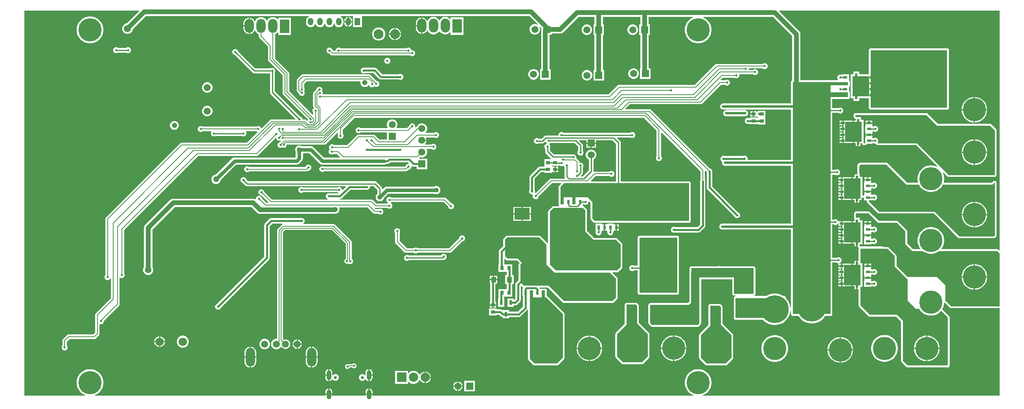
<source format=gbl>
G04*
G04 #@! TF.GenerationSoftware,Altium Limited,Altium Designer,23.10.1 (27)*
G04*
G04 Layer_Physical_Order=2*
G04 Layer_Color=16711680*
%FSLAX25Y25*%
%MOIN*%
G70*
G04*
G04 #@! TF.SameCoordinates,D3AB3FBC-EAD5-4AAA-8E34-AB65D5BEE443*
G04*
G04*
G04 #@! TF.FilePolarity,Positive*
G04*
G01*
G75*
%ADD12C,0.01000*%
%ADD13C,0.00800*%
%ADD48R,0.02756X0.03347*%
%ADD49R,0.03347X0.02756*%
%ADD51R,0.02126X0.03543*%
%ADD52R,0.06299X0.01968*%
%ADD53R,0.07874X0.14410*%
%ADD54R,0.09843X0.14410*%
%ADD56R,0.02362X0.03937*%
%ADD57R,0.04331X0.04724*%
%ADD58R,0.12992X0.09843*%
%ADD60R,0.13780X0.05118*%
%ADD122C,0.04000*%
%ADD123C,0.02000*%
%ADD124C,0.01500*%
%ADD125C,0.03000*%
%ADD140O,0.07874X0.15748*%
%ADD141C,0.05906*%
%ADD142O,0.03937X0.08268*%
%ADD143C,0.02638*%
%ADD144R,0.05906X0.05906*%
%ADD145C,0.08268*%
%ADD146R,0.05906X0.05906*%
%ADD147C,0.19685*%
%ADD148C,0.23622*%
%ADD149C,0.07087*%
%ADD150O,0.04724X0.06299*%
%ADD151R,0.04724X0.06299*%
%ADD152R,0.07874X0.11811*%
%ADD153O,0.07874X0.11811*%
%ADD154R,0.07874X0.07874*%
%ADD155C,0.07874*%
%ADD156C,0.04000*%
%ADD157C,0.02000*%
%ADD158C,0.06000*%
%ADD159C,0.03000*%
%ADD160C,0.05500*%
%ADD161C,0.04500*%
%ADD162C,0.05000*%
%ADD163R,0.13386X0.19291*%
%ADD164R,0.05512X0.05512*%
%ADD165R,0.14016X0.07008*%
%ADD166R,0.05118X0.13780*%
%ADD167R,0.14410X0.09843*%
%ADD168R,0.14410X0.07874*%
%ADD169R,0.01968X0.06299*%
%ADD170R,0.03543X0.02126*%
%ADD171R,0.04724X0.13780*%
%ADD172R,0.41310X0.17138*%
%ADD173R,0.03000X0.08000*%
%ADD174R,0.32000X0.47000*%
%ADD175R,0.52685X0.08000*%
%ADD176R,0.16577X0.21277*%
%ADD177R,0.65000X0.49000*%
%ADD178R,0.15000X0.03000*%
%ADD179R,0.15000X0.04000*%
%ADD180R,0.32000X1.97000*%
G36*
X830861Y127655D02*
X830399Y127464D01*
X829881Y127981D01*
X829385Y128313D01*
X828800Y128429D01*
X781663D01*
X781408Y128929D01*
X782116Y129904D01*
X782927Y131494D01*
X783478Y133192D01*
X783757Y134956D01*
Y136741D01*
X783478Y138504D01*
X782927Y140202D01*
X782116Y141793D01*
X781067Y143237D01*
X779804Y144500D01*
X778360Y145549D01*
X776769Y146360D01*
X775071Y146912D01*
X773308Y147191D01*
X771522D01*
X769759Y146912D01*
X768061Y146360D01*
X766470Y145549D01*
X765026Y144500D01*
X763763Y143237D01*
X762714Y141793D01*
X761903Y140202D01*
X761352Y138504D01*
X761072Y136741D01*
Y134956D01*
X761352Y133192D01*
X761903Y131494D01*
X762714Y129904D01*
X763422Y128929D01*
X763167Y128429D01*
X757434D01*
X754881Y130982D01*
X752329Y133534D01*
Y143900D01*
X752213Y144485D01*
X751882Y144982D01*
X748881Y147982D01*
X748881Y147982D01*
X744881Y151981D01*
X744385Y152313D01*
X743800Y152429D01*
X728434D01*
X723881Y156982D01*
X720882Y159982D01*
X720385Y160313D01*
X719800Y160429D01*
X708800D01*
X708215Y160313D01*
X707719Y159982D01*
X707387Y159485D01*
X707271Y158900D01*
Y155241D01*
X707387Y154656D01*
X707688Y154205D01*
Y152276D01*
X706137D01*
Y147339D01*
X705137D01*
Y152276D01*
X699658D01*
Y152280D01*
X697387D01*
Y150218D01*
Y148155D01*
X697432D01*
Y147281D01*
X697387D01*
Y145218D01*
Y143155D01*
X697432D01*
Y142280D01*
X697387D01*
Y140218D01*
X696887D01*
D01*
X697387D01*
Y138155D01*
X697432D01*
Y137280D01*
X697387D01*
Y135218D01*
X696887D01*
D01*
X697387D01*
Y133155D01*
X699658D01*
Y133175D01*
X705137D01*
Y139096D01*
X706137D01*
Y133175D01*
X707688D01*
Y130694D01*
X709173D01*
Y134844D01*
X710173D01*
Y130694D01*
X710668D01*
X710744Y130315D01*
X711075Y129819D01*
X711468Y129556D01*
X711287Y129285D01*
X711171Y128700D01*
Y118601D01*
X710173D01*
Y114451D01*
X709173D01*
Y118601D01*
X707688D01*
Y116136D01*
X706137D01*
Y111198D01*
X705137D01*
Y116136D01*
X699658D01*
Y116140D01*
X697387D01*
Y114077D01*
X696887D01*
D01*
X697387D01*
Y112014D01*
X697432D01*
Y111140D01*
X697387D01*
Y109077D01*
Y107014D01*
X697432D01*
Y106140D01*
X697387D01*
Y104077D01*
Y102014D01*
X697432D01*
Y101140D01*
X697387D01*
Y99077D01*
Y97014D01*
X699658D01*
Y97035D01*
X705137D01*
Y102956D01*
X706137D01*
Y97035D01*
X707688D01*
Y94554D01*
X709173D01*
Y98703D01*
X710173D01*
Y94554D01*
X711171D01*
Y80700D01*
X711287Y80115D01*
X711619Y79619D01*
X715619Y75619D01*
X715619Y75619D01*
X719619Y71619D01*
X720115Y71287D01*
X720700Y71171D01*
X743067D01*
X744619Y69619D01*
X747171Y67067D01*
Y56700D01*
Y33700D01*
X747287Y33115D01*
X747619Y32619D01*
X751619Y28619D01*
X752115Y28287D01*
X752700Y28171D01*
X786700D01*
X787285Y28287D01*
X787781Y28619D01*
X788113Y29115D01*
X788229Y29700D01*
Y70700D01*
X788113Y71285D01*
X787781Y71781D01*
X786782Y72781D01*
X782525Y77038D01*
X782500Y77055D01*
X782482Y77079D01*
X782460Y77093D01*
X782116Y77470D01*
X782927Y79061D01*
X783478Y80759D01*
X783757Y82522D01*
Y83126D01*
X784220Y83318D01*
X785719Y81819D01*
X788719Y78819D01*
X789215Y78487D01*
X789800Y78371D01*
X830861D01*
Y4239D01*
X579390D01*
X579311Y4739D01*
X579487Y4796D01*
X581078Y5607D01*
X582522Y6656D01*
X583785Y7919D01*
X584834Y9363D01*
X585645Y10954D01*
X586196Y12652D01*
X586476Y14415D01*
Y16201D01*
X586196Y17964D01*
X585645Y19662D01*
X584834Y21253D01*
X583785Y22697D01*
X582522Y23959D01*
X581078Y25009D01*
X579487Y25819D01*
X577789Y26371D01*
X576026Y26650D01*
X574240D01*
X572477Y26371D01*
X570779Y25819D01*
X569188Y25009D01*
X567744Y23959D01*
X566481Y22697D01*
X565432Y21253D01*
X564622Y19662D01*
X564070Y17964D01*
X563791Y16201D01*
Y14415D01*
X564070Y12652D01*
X564622Y10954D01*
X565432Y9363D01*
X566481Y7919D01*
X567744Y6656D01*
X569188Y5607D01*
X570779Y4796D01*
X570955Y4739D01*
X570876Y4239D01*
X298902D01*
Y4762D01*
X295908D01*
X292914D01*
Y4239D01*
X264886D01*
Y4762D01*
X261892D01*
X258898D01*
Y4239D01*
X63642D01*
X63563Y4739D01*
X63739Y4796D01*
X65330Y5607D01*
X66774Y6656D01*
X68037Y7919D01*
X69086Y9363D01*
X69897Y10954D01*
X70448Y12652D01*
X70728Y14415D01*
Y16201D01*
X70448Y17964D01*
X69897Y19662D01*
X69086Y21253D01*
X68037Y22697D01*
X66774Y23959D01*
X65330Y25009D01*
X63739Y25819D01*
X62041Y26371D01*
X60278Y26650D01*
X58492D01*
X56729Y26371D01*
X55031Y25819D01*
X53440Y25009D01*
X51996Y23959D01*
X50734Y22697D01*
X49684Y21253D01*
X48874Y19662D01*
X48322Y17964D01*
X48043Y16201D01*
Y14415D01*
X48322Y12652D01*
X48874Y10954D01*
X49684Y9363D01*
X50734Y7919D01*
X51996Y6656D01*
X53440Y5607D01*
X55031Y4796D01*
X55207Y4739D01*
X55128Y4239D01*
X3739D01*
X3739Y330761D01*
X100701D01*
X100893Y330299D01*
X90680Y320086D01*
X90580D01*
X89435Y319780D01*
X88409Y319187D01*
X87572Y318349D01*
X86979Y317323D01*
X86673Y316179D01*
Y314994D01*
X86979Y313849D01*
X87572Y312823D01*
X88409Y311985D01*
X89435Y311393D01*
X90580Y311086D01*
X91765D01*
X92909Y311393D01*
X93936Y311985D01*
X94773Y312823D01*
X95366Y313849D01*
X95673Y314994D01*
Y315094D01*
X106849Y326270D01*
X244971D01*
X245070Y325770D01*
X244566Y325561D01*
X243760Y324942D01*
X243141Y324135D01*
X242751Y323196D01*
X242619Y322187D01*
Y320613D01*
X242751Y319604D01*
X243141Y318665D01*
X243760Y317858D01*
X244566Y317239D01*
X245506Y316850D01*
X246514Y316717D01*
X247522Y316850D01*
X248462Y317239D01*
X249269Y317858D01*
X249888Y318665D01*
X250249Y319538D01*
X250511Y319595D01*
X250772Y319538D01*
X251133Y318665D01*
X251753Y317858D01*
X252559Y317239D01*
X253499Y316850D01*
X254507Y316717D01*
X255515Y316850D01*
X256455Y317239D01*
X257262Y317858D01*
X257881Y318665D01*
X258173Y319372D01*
X258715D01*
X259008Y318665D01*
X259627Y317858D01*
X260433Y317239D01*
X261373Y316850D01*
X262381Y316717D01*
X263389Y316850D01*
X264329Y317239D01*
X265136Y317858D01*
X265755Y318665D01*
X266144Y319604D01*
X266164Y319760D01*
X266669D01*
X266689Y319604D01*
X267078Y318665D01*
X267697Y317858D01*
X268504Y317239D01*
X269444Y316850D01*
X270452Y316717D01*
X271460Y316850D01*
X272400Y317239D01*
X273207Y317858D01*
X273826Y318665D01*
X274215Y319604D01*
X274347Y320613D01*
Y322187D01*
X274215Y323196D01*
X273826Y324135D01*
X273207Y324942D01*
X272400Y325561D01*
X271896Y325770D01*
X271995Y326270D01*
X281929D01*
X282338Y326050D01*
X282338Y325770D01*
Y316751D01*
X290062D01*
Y325770D01*
X290062Y326050D01*
X290471Y326270D01*
X432038D01*
X438939Y319369D01*
X438632Y318968D01*
X438319Y319149D01*
X437186Y319453D01*
X436014D01*
X434881Y319149D01*
X433866Y318563D01*
X433037Y317734D01*
X432451Y316719D01*
X432147Y315586D01*
Y314414D01*
X432451Y313281D01*
X433037Y312266D01*
X433866Y311437D01*
X434881Y310851D01*
X436014Y310547D01*
X437186D01*
X438319Y310851D01*
X439334Y311437D01*
X440163Y312266D01*
X440749Y313281D01*
X441053Y314414D01*
Y315586D01*
X440749Y316719D01*
X440568Y317032D01*
X440969Y317339D01*
X442117Y316191D01*
Y315953D01*
X442147Y315723D01*
Y314952D01*
X442090Y314814D01*
X441970Y313900D01*
Y281253D01*
X441047D01*
Y272347D01*
X449953D01*
Y281253D01*
X449030D01*
Y310547D01*
X451053D01*
Y311470D01*
X458200D01*
X459114Y311590D01*
X459965Y311943D01*
X460696Y312504D01*
X473754Y325562D01*
X487170D01*
Y319053D01*
X486247D01*
Y310147D01*
X487170D01*
Y280468D01*
X486362D01*
Y271562D01*
X495268D01*
Y280468D01*
X494230D01*
Y310147D01*
X495153D01*
Y319053D01*
X494230D01*
Y325562D01*
X526070D01*
Y319053D01*
X525147D01*
Y310147D01*
X526070D01*
Y281853D01*
X525847D01*
Y272947D01*
X534753D01*
Y281853D01*
X533130D01*
Y310147D01*
X534053D01*
Y319053D01*
X533130D01*
Y325562D01*
X570812D01*
X570890Y325068D01*
X570779Y325032D01*
X569188Y324221D01*
X567744Y323172D01*
X566481Y321910D01*
X565432Y320465D01*
X564622Y318875D01*
X564070Y317177D01*
X563791Y315413D01*
Y313628D01*
X564070Y311864D01*
X564622Y310167D01*
X565432Y308576D01*
X566481Y307131D01*
X567744Y305869D01*
X569188Y304819D01*
X570779Y304009D01*
X572477Y303457D01*
X574240Y303178D01*
X576026D01*
X577789Y303457D01*
X579487Y304009D01*
X581078Y304819D01*
X582522Y305869D01*
X583785Y307131D01*
X584834Y308576D01*
X585645Y310167D01*
X586196Y311864D01*
X586476Y313628D01*
Y315413D01*
X586196Y317177D01*
X585645Y318875D01*
X584834Y320465D01*
X583785Y321910D01*
X582522Y323172D01*
X581078Y324221D01*
X579487Y325032D01*
X579376Y325068D01*
X579454Y325562D01*
X638646D01*
X654785Y309423D01*
Y271839D01*
X654730Y271828D01*
X654234Y271497D01*
X653902Y271000D01*
X653786Y270415D01*
Y252103D01*
X596176D01*
X595929Y252054D01*
X595678D01*
X595446Y251958D01*
X595200Y251909D01*
X594991Y251770D01*
X594760Y251674D01*
X594582Y251496D01*
X594373Y251357D01*
X594234Y251148D01*
X594056Y250971D01*
X593960Y250739D01*
X593821Y250530D01*
X593772Y250284D01*
X593676Y250052D01*
Y249801D01*
X593627Y249554D01*
X593676Y249308D01*
Y249057D01*
X593772Y248825D01*
X593821Y248579D01*
X593960Y248370D01*
X594056Y248138D01*
X594234Y247961D01*
X594373Y247752D01*
X594582Y247613D01*
X594760Y247435D01*
X594991Y247339D01*
X595200Y247199D01*
X595446Y247150D01*
X595678Y247054D01*
X595929D01*
X596176Y247005D01*
X653786D01*
Y204303D01*
X617292D01*
X617015Y204718D01*
Y205712D01*
X616634Y206631D01*
X615931Y207334D01*
X615012Y207715D01*
X614018D01*
X613521Y207509D01*
X597509D01*
X597012Y207715D01*
X596018D01*
X595099Y207334D01*
X594396Y206631D01*
X594015Y205712D01*
Y204718D01*
X594396Y203799D01*
X595099Y203096D01*
X595454Y202948D01*
X595461Y202928D01*
X595444Y202417D01*
X595376Y202252D01*
Y202001D01*
X595327Y201754D01*
X595376Y201508D01*
Y201257D01*
X595472Y201025D01*
X595521Y200779D01*
X595660Y200570D01*
X595756Y200338D01*
X595934Y200161D01*
X596073Y199952D01*
X596282Y199812D01*
X596459Y199635D01*
X596691Y199539D01*
X596900Y199399D01*
X597146Y199351D01*
X597378Y199254D01*
X597629D01*
X597876Y199205D01*
X653786D01*
Y150203D01*
X595476D01*
X595229Y150154D01*
X594978D01*
X594746Y150058D01*
X594500Y150009D01*
X594291Y149870D01*
X594060Y149774D01*
X593882Y149596D01*
X593673Y149457D01*
X593534Y149248D01*
X593356Y149071D01*
X593260Y148839D01*
X593121Y148630D01*
X593072Y148384D01*
X592976Y148152D01*
Y147901D01*
X592927Y147654D01*
X592976Y147408D01*
Y147157D01*
X593072Y146925D01*
X593121Y146679D01*
X593260Y146470D01*
X593356Y146238D01*
X593534Y146061D01*
X593673Y145852D01*
X593882Y145712D01*
X594060Y145535D01*
X594291Y145439D01*
X594500Y145299D01*
X594746Y145250D01*
X594978Y145154D01*
X595229D01*
X595476Y145105D01*
X653786D01*
Y78647D01*
X653286Y78608D01*
X652983Y80517D01*
X652336Y82510D01*
X651385Y84377D01*
X650153Y86072D01*
X649662Y86562D01*
Y87167D01*
X649546Y87752D01*
X649214Y88248D01*
X648718Y88580D01*
X648133Y88696D01*
X647098D01*
X646977Y88785D01*
X645110Y89736D01*
X643117Y90383D01*
X641048Y90711D01*
X638952D01*
X636883Y90383D01*
X634890Y89736D01*
X633024Y88785D01*
X632902Y88696D01*
X622354D01*
X622305Y89196D01*
X622762Y89287D01*
X623259Y89619D01*
X623590Y90115D01*
X623707Y90700D01*
Y111977D01*
X623590Y112562D01*
X623462Y112754D01*
X623413Y113000D01*
X623081Y113496D01*
X622585Y113828D01*
X622000Y113944D01*
X594211D01*
X593812Y114110D01*
X592818D01*
X592419Y113944D01*
X569315D01*
X568730Y113828D01*
X568234Y113496D01*
X567902Y113000D01*
X567786Y112415D01*
Y110418D01*
X567686Y109915D01*
Y83948D01*
X566482Y82745D01*
X534514D01*
X533929Y82629D01*
X533432Y82297D01*
X533397Y82244D01*
X533234Y82081D01*
X532902Y81585D01*
X532786Y80999D01*
Y65915D01*
X532902Y65330D01*
X533234Y64834D01*
X534934Y63134D01*
X535430Y62802D01*
X536015Y62686D01*
X574715D01*
X575300Y62802D01*
X575796Y63134D01*
X575988Y63325D01*
X576458D01*
Y63795D01*
X577196Y64534D01*
X577528Y65030D01*
X577644Y65615D01*
Y102886D01*
X604071D01*
Y90700D01*
X604187Y90115D01*
X604519Y89619D01*
X605015Y89287D01*
X605600Y89171D01*
X606646D01*
X606695Y88671D01*
X606238Y88580D01*
X605741Y88248D01*
X605410Y87752D01*
X605293Y87167D01*
Y70028D01*
X605410Y69443D01*
X605741Y68947D01*
X606238Y68616D01*
X606823Y68499D01*
X630076D01*
X631328Y67247D01*
X633024Y66015D01*
X634890Y65064D01*
X636883Y64417D01*
X638952Y64089D01*
X641048D01*
X643117Y64417D01*
X645110Y65064D01*
X646977Y66015D01*
X648672Y67247D01*
X650153Y68728D01*
X651385Y70424D01*
X652336Y72290D01*
X652983Y74283D01*
X653286Y76192D01*
X653786Y76153D01*
Y73415D01*
X653902Y72830D01*
X654234Y72334D01*
X654730Y72002D01*
X655315Y71886D01*
X660033D01*
X660115Y71724D01*
X661347Y70028D01*
X662828Y68547D01*
X664524Y67315D01*
X666390Y66364D01*
X668383Y65717D01*
X670452Y65389D01*
X672548D01*
X674617Y65717D01*
X676610Y66364D01*
X678476Y67315D01*
X680172Y68547D01*
X681653Y70028D01*
X682885Y71724D01*
X682967Y71886D01*
X687315D01*
X687900Y72002D01*
X688396Y72334D01*
X688728Y72830D01*
X688844Y73415D01*
Y117076D01*
X692630D01*
X692710Y116996D01*
X693629Y116615D01*
X694054D01*
X694115Y116140D01*
X694115D01*
Y114577D01*
X696387D01*
Y116140D01*
X694684D01*
X694623Y116615D01*
X695542Y116996D01*
X696245Y117699D01*
X696626Y118618D01*
Y119612D01*
X696245Y120531D01*
X695542Y121234D01*
X694623Y121615D01*
X693629D01*
X692710Y121234D01*
X692630Y121154D01*
X688844D01*
Y149470D01*
X689924D01*
X690004Y149390D01*
X690923Y149010D01*
X691918D01*
X692837Y149390D01*
X693540Y150093D01*
X693615Y150275D01*
X694115Y150175D01*
Y148155D01*
X696387D01*
Y150218D01*
Y152280D01*
X694115D01*
X693711Y152513D01*
X693540Y152926D01*
X692837Y153629D01*
X691918Y154009D01*
X690923D01*
X690004Y153629D01*
X689924Y153549D01*
X688844D01*
Y191670D01*
X691524D01*
X691604Y191590D01*
X692523Y191209D01*
X693518D01*
X694437Y191590D01*
X695140Y192293D01*
X695520Y193212D01*
Y194207D01*
X695140Y195126D01*
X694437Y195829D01*
X693518Y196210D01*
X692523D01*
X691604Y195829D01*
X691524Y195749D01*
X688844D01*
Y244070D01*
X694124D01*
X694204Y243990D01*
X695123Y243609D01*
X696118D01*
X697037Y243990D01*
X697740Y244693D01*
X698120Y245612D01*
Y246607D01*
X697740Y247526D01*
X697037Y248229D01*
X696118Y248609D01*
X695123D01*
X694204Y248229D01*
X694124Y248149D01*
X688844D01*
Y255886D01*
X702315D01*
X702900Y256002D01*
X703396Y256334D01*
X703728Y256830D01*
X703844Y257415D01*
Y261415D01*
X703728Y262000D01*
X703396Y262496D01*
X703127Y262677D01*
Y266153D01*
X703396Y266334D01*
X703728Y266830D01*
X703844Y267415D01*
Y270415D01*
X703728Y271000D01*
X703396Y271497D01*
X703127Y271677D01*
Y276716D01*
X696584D01*
Y276716D01*
X696330Y276547D01*
X696074Y276653D01*
X695080D01*
X694161Y276272D01*
X693458Y275569D01*
X693077Y274650D01*
Y273656D01*
X693458Y272737D01*
X693750Y272444D01*
X693543Y271944D01*
X661845D01*
Y310885D01*
X661725Y311799D01*
X661372Y312650D01*
X660811Y313381D01*
X643894Y330299D01*
X644085Y330761D01*
X830861D01*
X830861Y127655D01*
D02*
G37*
G36*
X722800Y155900D02*
X727800Y150900D01*
X743800D01*
X747800Y146900D01*
X750800Y143900D01*
Y132900D01*
X753800Y129900D01*
X756800Y126900D01*
X765427D01*
X765727Y126644D01*
X767250Y125711D01*
X768899Y125028D01*
X770635Y124611D01*
X772415Y124471D01*
X774195Y124611D01*
X775931Y125028D01*
X777580Y125711D01*
X779103Y126644D01*
X779403Y126900D01*
X828800D01*
X830861Y124839D01*
X830861Y79900D01*
X789800D01*
X786800Y82900D01*
X784800Y84900D01*
Y97900D01*
X781800Y100900D01*
X777800Y104900D01*
X752663D01*
X743229Y114333D01*
Y118700D01*
Y122700D01*
X743113Y123285D01*
X742781Y123782D01*
X738781Y127781D01*
X736782Y129781D01*
X736285Y130113D01*
X735700Y130229D01*
X732471D01*
X731800Y130900D01*
X712157D01*
Y132675D01*
X714342D01*
Y141902D01*
Y152776D01*
X712157D01*
Y155241D01*
X708800D01*
Y158900D01*
X719800D01*
X722800Y155900D01*
D02*
G37*
G36*
X576115Y109315D02*
Y65615D01*
X574715Y64215D01*
X536015D01*
X534315Y65915D01*
Y80999D01*
X534523Y81207D01*
X534514Y81216D01*
X567116D01*
X569215Y83315D01*
Y109915D01*
X570015Y110715D01*
X574715D01*
X576115Y109315D01*
D02*
G37*
G36*
X737700Y126700D02*
X741700Y122700D01*
Y118700D01*
Y113700D01*
X751700Y103700D01*
X752700Y102700D01*
Y86700D01*
Y84700D01*
X758700Y78700D01*
X759700Y77700D01*
X762614D01*
X763210Y76727D01*
X764370Y75370D01*
X765727Y74210D01*
X767250Y73277D01*
X768899Y72594D01*
X770635Y72177D01*
X772415Y72037D01*
X774195Y72177D01*
X775931Y72594D01*
X777580Y73277D01*
X779103Y74210D01*
X780460Y75370D01*
X780944Y75937D01*
X781444Y75956D01*
X785700Y71700D01*
X786700Y70700D01*
Y29700D01*
X752700D01*
X748700Y33700D01*
Y56700D01*
Y67700D01*
X745700Y70700D01*
X743700Y72700D01*
X720700D01*
X716700Y76700D01*
X712700Y80700D01*
Y96535D01*
X714342D01*
Y105761D01*
Y116636D01*
X712700D01*
Y128700D01*
X735700D01*
X737700Y126700D01*
D02*
G37*
%LPC*%
G36*
X360600Y325546D02*
X359181Y325359D01*
X357858Y324812D01*
X356722Y323940D01*
X355877Y322838D01*
X355608Y322802D01*
X355592D01*
X355324Y322838D01*
X354478Y323940D01*
X353342Y324812D01*
X352019Y325359D01*
X350600Y325546D01*
X349181Y325359D01*
X347858Y324812D01*
X346722Y323940D01*
X345851Y322804D01*
X345579Y322149D01*
X345079D01*
X344913Y322552D01*
X344121Y323583D01*
X343090Y324375D01*
X341889Y324872D01*
X341100Y324976D01*
Y318094D01*
Y311211D01*
X341889Y311315D01*
X343090Y311813D01*
X344121Y312604D01*
X344913Y313635D01*
X345079Y314038D01*
X345579D01*
X345851Y313383D01*
X346722Y312247D01*
X347858Y311376D01*
X349181Y310828D01*
X350600Y310641D01*
X352019Y310828D01*
X353342Y311376D01*
X354478Y312247D01*
X355324Y313350D01*
X355592Y313385D01*
X355608D01*
X355877Y313350D01*
X356722Y312247D01*
X357858Y311376D01*
X359181Y310828D01*
X360600Y310641D01*
X362019Y310828D01*
X363342Y311376D01*
X364478Y312247D01*
X364690Y312524D01*
X365163Y312363D01*
Y310295D01*
X376037D01*
Y325106D01*
X365163D01*
Y323825D01*
X364690Y323664D01*
X364478Y323940D01*
X363342Y324812D01*
X362019Y325359D01*
X360600Y325546D01*
D02*
G37*
G36*
X214400Y325346D02*
X212981Y325159D01*
X211658Y324611D01*
X210522Y323740D01*
X209677Y322638D01*
X209408Y322602D01*
X209392D01*
X209123Y322638D01*
X208278Y323740D01*
X207142Y324611D01*
X205819Y325159D01*
X204400Y325346D01*
X202981Y325159D01*
X201658Y324611D01*
X200522Y323740D01*
X199651Y322604D01*
X199379Y321949D01*
X198879D01*
X198713Y322352D01*
X197921Y323383D01*
X196890Y324175D01*
X195689Y324672D01*
X194900Y324776D01*
Y317894D01*
Y311012D01*
X195689Y311115D01*
X196890Y311613D01*
X197921Y312404D01*
X198713Y313435D01*
X198879Y313839D01*
X199379D01*
X199651Y313183D01*
X200522Y312048D01*
X201658Y311176D01*
X202463Y310843D01*
Y309100D01*
X202610Y308359D01*
X203030Y307730D01*
X210263Y300498D01*
Y289500D01*
X210410Y288759D01*
X210830Y288130D01*
X222872Y276088D01*
Y260528D01*
X223020Y259787D01*
X223440Y259159D01*
X243900Y238699D01*
Y238441D01*
X244162Y237809D01*
X244105Y237686D01*
X243504Y237579D01*
X243093Y237990D01*
X242465Y238410D01*
X241724Y238558D01*
X239620D01*
Y239018D01*
X239240Y239937D01*
X238537Y240640D01*
X237618Y241020D01*
X237504D01*
X216039Y262486D01*
Y278204D01*
X216119Y278284D01*
X216500Y279203D01*
Y280197D01*
X216119Y281116D01*
X215416Y281820D01*
X214497Y282200D01*
X213503D01*
X212584Y281820D01*
X212504Y281739D01*
X199519D01*
X185037Y296221D01*
Y296334D01*
X184656Y297253D01*
X183953Y297956D01*
X183034Y298337D01*
X182040D01*
X181121Y297956D01*
X180418Y297253D01*
X180037Y296334D01*
Y295340D01*
X180418Y294421D01*
X181121Y293718D01*
X182040Y293337D01*
X182153D01*
X197232Y278258D01*
X197232Y278258D01*
X197894Y277816D01*
X198674Y277661D01*
X211961D01*
Y261641D01*
X212116Y260861D01*
X212558Y260199D01*
X233737Y239020D01*
X233546Y238558D01*
X213012D01*
X212271Y238410D01*
X211643Y237990D01*
X204997Y231345D01*
X204407Y231462D01*
X204219Y231916D01*
X203516Y232620D01*
X202597Y233000D01*
X201603D01*
X200684Y232620D01*
X200502Y232437D01*
X154898D01*
X154716Y232620D01*
X153797Y233000D01*
X152803D01*
X151884Y232620D01*
X151181Y231916D01*
X150800Y230997D01*
Y230003D01*
X151181Y229084D01*
X151884Y228381D01*
X152803Y228000D01*
X153797D01*
X154716Y228381D01*
X154898Y228563D01*
X162222D01*
X162413Y228101D01*
X162386Y228074D01*
X162005Y227155D01*
Y226161D01*
X162386Y225242D01*
X163089Y224538D01*
X164008Y224158D01*
X165003D01*
X165922Y224538D01*
X166002Y224619D01*
X187946D01*
X188026Y224538D01*
X188945Y224158D01*
X189940D01*
X190858Y224538D01*
X191562Y225242D01*
X191942Y226161D01*
Y227155D01*
X191562Y228074D01*
X191535Y228101D01*
X191726Y228563D01*
X200502D01*
X200684Y228381D01*
X201138Y228193D01*
X201255Y227603D01*
X192489Y218837D01*
X137100D01*
X136359Y218690D01*
X135730Y218270D01*
X72930Y155470D01*
X72510Y154841D01*
X72363Y154100D01*
Y106398D01*
X72181Y106216D01*
X71800Y105297D01*
Y104303D01*
X72181Y103384D01*
X72884Y102681D01*
X73803Y102300D01*
X74797D01*
X75716Y102681D01*
X76419Y103384D01*
X76463Y103489D01*
X76963Y103389D01*
Y86902D01*
X64230Y74170D01*
X63810Y73541D01*
X63663Y72800D01*
Y57583D01*
X62117Y56037D01*
X41223D01*
X40481Y55890D01*
X39853Y55470D01*
X36481Y52098D01*
X36061Y51470D01*
X35914Y50728D01*
Y46722D01*
X35732Y46539D01*
X35351Y45620D01*
Y44626D01*
X35732Y43707D01*
X36435Y43004D01*
X37354Y42623D01*
X38348D01*
X39267Y43004D01*
X39970Y43707D01*
X40351Y44626D01*
Y45620D01*
X39970Y46539D01*
X39788Y46722D01*
Y49926D01*
X42025Y52163D01*
X62919D01*
X63661Y52310D01*
X64289Y52730D01*
X66970Y55411D01*
X67390Y56039D01*
X67537Y56781D01*
Y64684D01*
X67953Y64962D01*
X68103Y64900D01*
X69097D01*
X70016Y65281D01*
X70719Y65984D01*
X71100Y66903D01*
Y67560D01*
X83970Y80430D01*
X84390Y81059D01*
X84537Y81800D01*
Y104074D01*
X85037Y104317D01*
X85803Y104000D01*
X86797D01*
X87716Y104381D01*
X88419Y105084D01*
X88800Y106003D01*
Y106997D01*
X88419Y107916D01*
X88237Y108098D01*
Y144698D01*
X151080Y207541D01*
X200686D01*
X201428Y207688D01*
X202056Y208108D01*
X216838Y222890D01*
X217300Y222699D01*
Y222403D01*
X217681Y221484D01*
X218384Y220781D01*
X219303Y220400D01*
X220297D01*
X221098Y220732D01*
X221381Y220308D01*
X220473Y219400D01*
X220403D01*
X219484Y219020D01*
X218781Y218316D01*
X218400Y217397D01*
Y216403D01*
X218781Y215484D01*
X219484Y214781D01*
X220403Y214400D01*
X221397D01*
X222316Y214781D01*
X222419Y214883D01*
X223103Y214600D01*
X224097D01*
X225016Y214981D01*
X225719Y215684D01*
X226100Y216603D01*
Y217063D01*
X258204D01*
X258945Y217210D01*
X259574Y217630D01*
X269403Y227460D01*
X269865Y227268D01*
Y226270D01*
X269683Y226088D01*
X269302Y225169D01*
Y224175D01*
X269683Y223256D01*
X270386Y222553D01*
X271305Y222172D01*
X272300D01*
X273218Y222553D01*
X273922Y223256D01*
X274302Y224175D01*
Y225169D01*
X273922Y226088D01*
X273740Y226270D01*
Y229957D01*
X283711Y239929D01*
X284043Y239863D01*
X529098D01*
X539812Y229148D01*
Y207245D01*
X539630Y207063D01*
X539250Y206144D01*
Y205149D01*
X539630Y204230D01*
X540334Y203527D01*
X541252Y203147D01*
X542247D01*
X543166Y203527D01*
X543869Y204230D01*
X544250Y205149D01*
Y206144D01*
X543869Y207063D01*
X543687Y207245D01*
Y227320D01*
X544149Y227512D01*
X576978Y194683D01*
Y187143D01*
X576796Y186870D01*
X576621Y185992D01*
Y149465D01*
X574365Y147209D01*
X555509D01*
X555012Y147415D01*
X554018D01*
X553099Y147034D01*
X552396Y146331D01*
X552015Y145412D01*
Y144418D01*
X552396Y143499D01*
X553099Y142796D01*
X554018Y142415D01*
X555012D01*
X555509Y142621D01*
X575315D01*
X576193Y142796D01*
X576937Y143293D01*
X580537Y146893D01*
X581035Y147637D01*
X581209Y148515D01*
Y185992D01*
X581035Y186870D01*
X580852Y187143D01*
Y194931D01*
X581352Y195138D01*
X582321Y194169D01*
Y180715D01*
X582496Y179837D01*
X582993Y179093D01*
X605790Y156296D01*
X605996Y155799D01*
X606699Y155096D01*
X607618Y154715D01*
X608612D01*
X609531Y155096D01*
X610234Y155799D01*
X610615Y156718D01*
Y157712D01*
X610234Y158631D01*
X609531Y159334D01*
X609034Y159540D01*
X586909Y181665D01*
Y194615D01*
X586734Y195493D01*
X586237Y196237D01*
X585493Y196734D01*
X585171Y196799D01*
X535300Y246670D01*
X534671Y247090D01*
X533930Y247237D01*
X513730D01*
X513539Y247699D01*
X517203Y251363D01*
X577146D01*
X577887Y251510D01*
X578516Y251930D01*
X594422Y267837D01*
X598058D01*
X598161Y267733D01*
X599080Y267353D01*
X600074D01*
X600993Y267733D01*
X601697Y268437D01*
X602077Y269356D01*
Y270350D01*
X601697Y271269D01*
X600993Y271972D01*
X600074Y272353D01*
X599080D01*
X598161Y271972D01*
X597900Y271711D01*
X594248D01*
X594041Y272211D01*
X595851Y274021D01*
X605853D01*
X606035Y273839D01*
X606954Y273458D01*
X607948D01*
X608867Y273839D01*
X609571Y274542D01*
X609951Y275461D01*
Y276456D01*
X610173Y276787D01*
X621798D01*
X621980Y276605D01*
X622899Y276224D01*
X623893D01*
X624812Y276605D01*
X625516Y277308D01*
X625896Y278227D01*
Y279222D01*
X625516Y280141D01*
X624812Y280844D01*
X623893Y281224D01*
X622899D01*
X621980Y280844D01*
X621798Y280662D01*
X618198D01*
X618022Y280926D01*
Y281805D01*
X629869D01*
X630051Y281623D01*
X630970Y281243D01*
X631964D01*
X632883Y281623D01*
X633586Y282327D01*
X633967Y283245D01*
Y284240D01*
X633586Y285159D01*
X632883Y285862D01*
X631964Y286243D01*
X630970D01*
X630051Y285862D01*
X629869Y285680D01*
X590920D01*
X590178Y285532D01*
X589550Y285113D01*
X572375Y267937D01*
X508200D01*
X507459Y267790D01*
X506830Y267370D01*
X499398Y259937D01*
X257044D01*
X256800Y260303D01*
Y261297D01*
X256419Y262216D01*
X256158Y262477D01*
X256500Y263303D01*
Y264297D01*
X256119Y265216D01*
X255416Y265919D01*
X254497Y266300D01*
X253503D01*
X252584Y265919D01*
X251881Y265216D01*
X251500Y264297D01*
Y264040D01*
X249114Y261653D01*
X248694Y261025D01*
X248546Y260283D01*
Y249992D01*
X248694Y249250D01*
X249114Y248622D01*
X249256Y248480D01*
X249184Y248119D01*
X248481Y247416D01*
X248100Y246497D01*
Y245503D01*
X248481Y244584D01*
X248663Y244402D01*
Y242755D01*
X248201Y242564D01*
X228237Y262527D01*
Y277500D01*
X228090Y278241D01*
X227670Y278870D01*
X216337Y290202D01*
Y310843D01*
X217142Y311176D01*
X218278Y312048D01*
X218490Y312323D01*
X218963Y312163D01*
Y310094D01*
X229837D01*
Y324906D01*
X218963D01*
Y323625D01*
X218490Y323464D01*
X218278Y323740D01*
X217142Y324611D01*
X215819Y325159D01*
X214400Y325346D01*
D02*
G37*
G36*
X278826Y325513D02*
Y321900D01*
X281717D01*
Y322187D01*
X281602Y323065D01*
X281263Y323883D01*
X280724Y324585D01*
X280022Y325124D01*
X279204Y325463D01*
X278826Y325513D01*
D02*
G37*
G36*
X277826Y325513D02*
X277448Y325463D01*
X276630Y325124D01*
X275928Y324585D01*
X275389Y323883D01*
X275050Y323065D01*
X274935Y322187D01*
Y321900D01*
X277826D01*
Y325513D01*
D02*
G37*
G36*
X340100Y324976D02*
X339311Y324872D01*
X338110Y324375D01*
X337079Y323583D01*
X336288Y322552D01*
X335790Y321351D01*
X335620Y320062D01*
Y318594D01*
X340100D01*
Y324976D01*
D02*
G37*
G36*
X193900Y324776D02*
X193111Y324672D01*
X191910Y324175D01*
X190879Y323383D01*
X190088Y322352D01*
X189590Y321151D01*
X189420Y319862D01*
Y318394D01*
X193900D01*
Y324776D01*
D02*
G37*
G36*
X281717Y320900D02*
X278826D01*
Y317287D01*
X279204Y317337D01*
X280022Y317676D01*
X280724Y318215D01*
X281263Y318917D01*
X281602Y319735D01*
X281717Y320613D01*
Y320900D01*
D02*
G37*
G36*
X277826D02*
X274935D01*
Y320613D01*
X275050Y319735D01*
X275389Y318917D01*
X275928Y318215D01*
X276630Y317676D01*
X277448Y317337D01*
X277826Y317287D01*
Y320900D01*
D02*
G37*
G36*
X318676Y316134D02*
X318500D01*
Y311500D01*
X323134D01*
Y311676D01*
X322784Y312982D01*
X322108Y314152D01*
X321152Y315108D01*
X319982Y315784D01*
X318676Y316134D01*
D02*
G37*
G36*
X317500D02*
X317324D01*
X316018Y315784D01*
X314848Y315108D01*
X313892Y314152D01*
X313216Y312982D01*
X312866Y311676D01*
Y311500D01*
X317500D01*
Y316134D01*
D02*
G37*
G36*
X340100Y317594D02*
X335620D01*
Y316125D01*
X335790Y314836D01*
X336288Y313635D01*
X337079Y312604D01*
X338110Y311813D01*
X339311Y311315D01*
X340100Y311211D01*
Y317594D01*
D02*
G37*
G36*
X193900Y317394D02*
X189420D01*
Y315925D01*
X189590Y314636D01*
X190088Y313435D01*
X190879Y312404D01*
X191910Y311613D01*
X193111Y311115D01*
X193900Y311012D01*
Y317394D01*
D02*
G37*
G36*
X520186Y319053D02*
X519014D01*
X517881Y318749D01*
X516866Y318163D01*
X516037Y317334D01*
X515451Y316319D01*
X515147Y315186D01*
Y314014D01*
X515451Y312881D01*
X516037Y311866D01*
X516866Y311037D01*
X517881Y310451D01*
X519014Y310147D01*
X520186D01*
X521319Y310451D01*
X522334Y311037D01*
X523163Y311866D01*
X523749Y312881D01*
X524053Y314014D01*
Y315186D01*
X523749Y316319D01*
X523163Y317334D01*
X522334Y318163D01*
X521319Y318749D01*
X520186Y319053D01*
D02*
G37*
G36*
X481286D02*
X480114D01*
X478981Y318749D01*
X477966Y318163D01*
X477137Y317334D01*
X476551Y316319D01*
X476247Y315186D01*
Y314014D01*
X476551Y312881D01*
X477137Y311866D01*
X477966Y311037D01*
X478981Y310451D01*
X480114Y310147D01*
X481286D01*
X482419Y310451D01*
X483434Y311037D01*
X484263Y311866D01*
X484849Y312881D01*
X485153Y314014D01*
Y315186D01*
X484849Y316319D01*
X484263Y317334D01*
X483434Y318163D01*
X482419Y318749D01*
X481286Y319053D01*
D02*
G37*
G36*
X323134Y310500D02*
X318500D01*
Y305866D01*
X318676D01*
X319982Y306216D01*
X321152Y306892D01*
X322108Y307848D01*
X322784Y309018D01*
X323134Y310324D01*
Y310500D01*
D02*
G37*
G36*
X317500D02*
X312866D01*
Y310324D01*
X313216Y309018D01*
X313892Y307848D01*
X314848Y306892D01*
X316018Y306216D01*
X317324Y305866D01*
X317500D01*
Y310500D01*
D02*
G37*
G36*
X304962Y316634D02*
X303479D01*
X302046Y316250D01*
X300761Y315508D01*
X299712Y314459D01*
X298971Y313175D01*
X298587Y311742D01*
Y310258D01*
X298971Y308825D01*
X299712Y307541D01*
X300761Y306492D01*
X302046Y305750D01*
X303479Y305366D01*
X304962D01*
X306395Y305750D01*
X307680Y306492D01*
X308729Y307541D01*
X309470Y308825D01*
X309854Y310258D01*
Y311742D01*
X309470Y313175D01*
X308729Y314459D01*
X307680Y315508D01*
X306395Y316250D01*
X304962Y316634D01*
D02*
G37*
G36*
X60278Y325863D02*
X58492D01*
X56729Y325584D01*
X55031Y325032D01*
X53440Y324221D01*
X51996Y323172D01*
X50734Y321910D01*
X49684Y320465D01*
X48874Y318875D01*
X48322Y317177D01*
X48043Y315413D01*
Y313628D01*
X48322Y311864D01*
X48874Y310167D01*
X49684Y308576D01*
X50734Y307131D01*
X51996Y305869D01*
X53440Y304819D01*
X55031Y304009D01*
X56729Y303457D01*
X58492Y303178D01*
X60278D01*
X62041Y303457D01*
X63739Y304009D01*
X65330Y304819D01*
X66774Y305869D01*
X68037Y307131D01*
X69086Y308576D01*
X69897Y310167D01*
X70448Y311864D01*
X70728Y313628D01*
Y315413D01*
X70448Y317177D01*
X69897Y318875D01*
X69086Y320465D01*
X68037Y321910D01*
X66774Y323172D01*
X65330Y324221D01*
X63739Y325032D01*
X62041Y325584D01*
X60278Y325863D01*
D02*
G37*
G36*
X92059Y299809D02*
X91065D01*
X90146Y299429D01*
X90066Y299348D01*
X83059D01*
X82978Y299429D01*
X82060Y299809D01*
X81065D01*
X80146Y299429D01*
X79443Y298726D01*
X79062Y297807D01*
Y296812D01*
X79443Y295893D01*
X80146Y295190D01*
X81065Y294809D01*
X82060D01*
X82978Y295190D01*
X83059Y295270D01*
X90066D01*
X90146Y295190D01*
X91065Y294809D01*
X92059D01*
X92978Y295190D01*
X93682Y295893D01*
X94062Y296812D01*
Y297807D01*
X93682Y298726D01*
X92978Y299429D01*
X92059Y299809D01*
D02*
G37*
G36*
X329897Y299500D02*
X328903D01*
X327984Y299119D01*
X327802Y298937D01*
X271798D01*
X271616Y299119D01*
X270697Y299500D01*
X269703D01*
X268784Y299119D01*
X268081Y298416D01*
X267700Y297497D01*
Y296737D01*
X265403D01*
X264900Y297240D01*
Y297497D01*
X264519Y298416D01*
X263816Y299119D01*
X262897Y299500D01*
X261903D01*
X260984Y299119D01*
X260281Y298416D01*
X259900Y297497D01*
Y296503D01*
X260281Y295584D01*
X260984Y294881D01*
X261903Y294500D01*
X262160D01*
X263230Y293430D01*
X263859Y293010D01*
X264600Y292863D01*
X331102D01*
X331284Y292681D01*
X332203Y292300D01*
X333197D01*
X334116Y292681D01*
X334819Y293384D01*
X335200Y294303D01*
Y295297D01*
X334819Y296216D01*
X334116Y296919D01*
X333197Y297300D01*
X332203D01*
X331823Y297684D01*
X331519Y298416D01*
X330816Y299119D01*
X329897Y299500D01*
D02*
G37*
G36*
X311997Y290800D02*
X311003D01*
X310084Y290420D01*
X309381Y289716D01*
X309000Y288797D01*
Y287803D01*
X309381Y286884D01*
X310084Y286181D01*
X311003Y285800D01*
X311997D01*
X312916Y286181D01*
X313619Y286884D01*
X314000Y287803D01*
Y288797D01*
X313619Y289716D01*
X312916Y290420D01*
X311997Y290800D01*
D02*
G37*
G36*
X786315Y298944D02*
X721315D01*
X720730Y298828D01*
X720234Y298497D01*
X719902Y298000D01*
X719786Y297415D01*
Y276716D01*
X718621D01*
Y276695D01*
X711591D01*
Y279176D01*
X706623D01*
Y276695D01*
X704438D01*
Y263853D01*
Y256594D01*
X706623D01*
Y254129D01*
X711591D01*
Y256594D01*
X718621D01*
Y256590D01*
X719786D01*
Y248415D01*
X719902Y247830D01*
X720234Y247334D01*
X720730Y247002D01*
X721315Y246886D01*
X786315D01*
X786900Y247002D01*
X787396Y247334D01*
X787728Y247830D01*
X787844Y248415D01*
Y297415D01*
X787728Y298000D01*
X787396Y298497D01*
X786900Y298828D01*
X786315Y298944D01*
D02*
G37*
G36*
X520886Y281853D02*
X519714D01*
X518581Y281549D01*
X517566Y280963D01*
X516737Y280134D01*
X516151Y279119D01*
X515847Y277986D01*
Y276814D01*
X516151Y275681D01*
X516737Y274666D01*
X517566Y273837D01*
X518581Y273251D01*
X519714Y272947D01*
X520886D01*
X522019Y273251D01*
X523034Y273837D01*
X523863Y274666D01*
X524449Y275681D01*
X524753Y276814D01*
Y277986D01*
X524449Y279119D01*
X523863Y280134D01*
X523034Y280963D01*
X522019Y281549D01*
X520886Y281853D01*
D02*
G37*
G36*
X436086Y281253D02*
X434914D01*
X433781Y280949D01*
X432766Y280363D01*
X431937Y279534D01*
X431351Y278519D01*
X431047Y277386D01*
Y276214D01*
X431351Y275081D01*
X431937Y274066D01*
X432766Y273237D01*
X433781Y272651D01*
X434914Y272347D01*
X436086D01*
X437219Y272651D01*
X438234Y273237D01*
X439063Y274066D01*
X439649Y275081D01*
X439953Y276214D01*
Y277386D01*
X439649Y278519D01*
X439063Y279534D01*
X438234Y280363D01*
X437219Y280949D01*
X436086Y281253D01*
D02*
G37*
G36*
X291993Y282500D02*
X290999D01*
X290080Y282119D01*
X289377Y281416D01*
X288996Y280497D01*
Y279503D01*
X289377Y278584D01*
X290080Y277881D01*
X290999Y277500D01*
X291993D01*
X292665Y277778D01*
X299777D01*
X304506Y273049D01*
X305251Y272552D01*
X306128Y272378D01*
X321539D01*
X322037Y272172D01*
X323031D01*
X323950Y272552D01*
X324653Y273256D01*
X325034Y274174D01*
Y275169D01*
X324653Y276088D01*
X323950Y276791D01*
X323031Y277172D01*
X322037D01*
X321539Y276966D01*
X307079D01*
X302350Y281695D01*
X301606Y282192D01*
X300728Y282367D01*
X292316D01*
X291993Y282500D01*
D02*
G37*
G36*
X481401Y280468D02*
X480229D01*
X479096Y280164D01*
X478081Y279578D01*
X477252Y278749D01*
X476666Y277734D01*
X476362Y276601D01*
Y275429D01*
X476666Y274296D01*
X477252Y273281D01*
X478081Y272452D01*
X479096Y271866D01*
X480229Y271562D01*
X481401D01*
X482534Y271866D01*
X483549Y272452D01*
X484378Y273281D01*
X484964Y274296D01*
X485268Y275429D01*
Y276601D01*
X484964Y277734D01*
X484378Y278749D01*
X483549Y279578D01*
X482534Y280164D01*
X481401Y280468D01*
D02*
G37*
G36*
X296112Y276726D02*
X239800D01*
X239059Y276578D01*
X238430Y276158D01*
X235130Y272858D01*
X234710Y272230D01*
X234563Y271488D01*
Y263600D01*
X234710Y262859D01*
X235130Y262230D01*
X236500Y260860D01*
Y260603D01*
X236881Y259684D01*
X237584Y258981D01*
X238503Y258600D01*
X239497D01*
X240416Y258981D01*
X241119Y259684D01*
X241500Y260603D01*
Y261597D01*
X241119Y262516D01*
X241086Y262550D01*
X241119Y262584D01*
X241500Y263503D01*
Y264497D01*
X241119Y265416D01*
X240937Y265598D01*
Y268798D01*
X243103Y270963D01*
X288519D01*
X288823Y270566D01*
X288750Y270294D01*
Y269306D01*
X289006Y268353D01*
X289499Y267497D01*
X290197Y266799D01*
X291053Y266306D01*
X292006Y266050D01*
X292994D01*
X293948Y266306D01*
X294803Y266799D01*
X295501Y267497D01*
X295638Y267735D01*
X296189Y267689D01*
X296481Y266984D01*
X297184Y266281D01*
X298103Y265900D01*
X299097D01*
X300016Y266281D01*
X300550Y266814D01*
X300784Y266581D01*
X301703Y266200D01*
X302697D01*
X303616Y266581D01*
X304319Y267284D01*
X304700Y268203D01*
Y269197D01*
X304319Y270116D01*
X303616Y270819D01*
X302697Y271200D01*
X302440D01*
X297481Y276158D01*
X296853Y276578D01*
X296112Y276726D01*
D02*
G37*
G36*
X159386Y270053D02*
X158214D01*
X157081Y269749D01*
X156066Y269163D01*
X155237Y268334D01*
X154651Y267319D01*
X154347Y266186D01*
Y265014D01*
X154651Y263881D01*
X155237Y262866D01*
X156066Y262037D01*
X157081Y261451D01*
X158214Y261147D01*
X159386D01*
X160519Y261451D01*
X161534Y262037D01*
X162363Y262866D01*
X162949Y263881D01*
X163253Y265014D01*
Y266186D01*
X162949Y267319D01*
X162363Y268334D01*
X161534Y269163D01*
X160519Y269749D01*
X159386Y270053D01*
D02*
G37*
G36*
X810168Y257558D02*
X809815D01*
Y247215D01*
X820158D01*
Y247568D01*
X819890Y249254D01*
X819363Y250877D01*
X818588Y252398D01*
X817585Y253778D01*
X816378Y254985D01*
X814998Y255988D01*
X813477Y256763D01*
X811854Y257291D01*
X810168Y257558D01*
D02*
G37*
G36*
X808815D02*
X808462D01*
X806776Y257291D01*
X805153Y256763D01*
X803632Y255988D01*
X802252Y254985D01*
X801045Y253778D01*
X800042Y252398D01*
X799267Y250877D01*
X798739Y249254D01*
X798472Y247568D01*
Y247215D01*
X808815D01*
Y257558D01*
D02*
G37*
G36*
X632188Y245993D02*
X625842D01*
Y245510D01*
X625639Y245470D01*
X625431Y245331D01*
X625199Y245234D01*
X625088Y245124D01*
X624871Y245165D01*
X624588Y245369D01*
Y245599D01*
X622415D01*
Y243220D01*
Y240843D01*
X624588D01*
Y240861D01*
X624871Y241065D01*
X625088Y241106D01*
X625199Y240996D01*
X625431Y240899D01*
X625639Y240760D01*
X625842Y240720D01*
X625842Y240237D01*
Y239963D01*
X625588Y239709D01*
X625088Y239851D01*
Y240193D01*
X618742D01*
Y239609D01*
X618209D01*
X617712Y239815D01*
X616718D01*
X615799Y239434D01*
X615096Y238731D01*
X614715Y237812D01*
Y236818D01*
X615096Y235899D01*
X615799Y235196D01*
X616718Y234815D01*
X617712D01*
X618209Y235021D01*
X618742D01*
Y234437D01*
X625088D01*
Y235021D01*
X625842D01*
Y234331D01*
X632188D01*
Y239737D01*
X632188Y240087D01*
X632188Y240587D01*
Y245993D01*
D02*
G37*
G36*
X621415Y245599D02*
X619242D01*
Y243721D01*
X621415D01*
Y245599D01*
D02*
G37*
G36*
X614915Y246364D02*
X598815D01*
X598569Y246315D01*
X598318D01*
X598086Y246219D01*
X597839Y246170D01*
X597631Y246030D01*
X597399Y245934D01*
X597221Y245757D01*
X597013Y245617D01*
X596873Y245409D01*
X596696Y245231D01*
X596599Y244999D01*
X596460Y244791D01*
X596411Y244544D01*
X596315Y244312D01*
Y244061D01*
X596266Y243815D01*
X596315Y243569D01*
Y243318D01*
X596411Y243086D01*
X596460Y242840D01*
X596599Y242631D01*
X596696Y242399D01*
X596873Y242221D01*
X597013Y242013D01*
X597221Y241873D01*
X597399Y241696D01*
X597631Y241599D01*
X597839Y241460D01*
X598086Y241411D01*
X598318Y241315D01*
X598569D01*
X598815Y241266D01*
X614915D01*
X615161Y241315D01*
X615412D01*
X615644Y241411D01*
X615891Y241460D01*
X616099Y241599D01*
X616331Y241696D01*
X616509Y241873D01*
X616717Y242013D01*
X616857Y242221D01*
X617034Y242399D01*
X617131Y242631D01*
X617270Y242840D01*
X617319Y243086D01*
X617415Y243318D01*
Y243569D01*
X617464Y243815D01*
X617415Y244061D01*
Y244312D01*
X617319Y244544D01*
X617270Y244791D01*
X617131Y244999D01*
X617034Y245231D01*
X616857Y245409D01*
X616717Y245617D01*
X616509Y245757D01*
X616331Y245934D01*
X616099Y246030D01*
X615891Y246170D01*
X615644Y246219D01*
X615412Y246315D01*
X615161D01*
X614915Y246364D01*
D02*
G37*
G36*
X159386Y250053D02*
X158214D01*
X157081Y249749D01*
X156066Y249163D01*
X155237Y248334D01*
X154651Y247319D01*
X154347Y246186D01*
Y245014D01*
X154651Y243881D01*
X155237Y242866D01*
X156066Y242037D01*
X157081Y241451D01*
X158214Y241147D01*
X159386D01*
X160519Y241451D01*
X161534Y242037D01*
X162363Y242866D01*
X162949Y243881D01*
X163253Y245014D01*
Y246186D01*
X162949Y247319D01*
X162363Y248334D01*
X161534Y249163D01*
X160519Y249749D01*
X159386Y250053D01*
D02*
G37*
G36*
X621415Y242721D02*
X619242D01*
Y240843D01*
X621415D01*
Y242721D01*
D02*
G37*
G36*
X697387Y237561D02*
X695115D01*
Y235998D01*
X697387D01*
Y237561D01*
D02*
G37*
G36*
X820158Y246215D02*
X809815D01*
Y235873D01*
X810168D01*
X811854Y236139D01*
X813477Y236667D01*
X814998Y237442D01*
X816378Y238445D01*
X817585Y239652D01*
X818588Y241032D01*
X819363Y242553D01*
X819890Y244176D01*
X820158Y245862D01*
Y246215D01*
D02*
G37*
G36*
X808815D02*
X798472D01*
Y245862D01*
X798739Y244176D01*
X799267Y242553D01*
X800042Y241032D01*
X801045Y239652D01*
X802252Y238445D01*
X803632Y237442D01*
X805153Y236667D01*
X806776Y236139D01*
X808462Y235873D01*
X808815D01*
Y246215D01*
D02*
G37*
G36*
X697387Y234998D02*
X695115D01*
Y233435D01*
X697387D01*
Y234998D01*
D02*
G37*
G36*
X768563Y243885D02*
X708530D01*
X708286Y243837D01*
X708039Y243804D01*
X707995Y243779D01*
X707945Y243769D01*
X707738Y243631D01*
X707522Y243506D01*
X707491Y243466D01*
X707449Y243438D01*
X707310Y243230D01*
X707159Y243033D01*
X706912Y242532D01*
X706847Y242292D01*
X706767Y242056D01*
X706771Y242005D01*
X706758Y241956D01*
X706790Y241709D01*
X706807Y241460D01*
X706829Y241415D01*
X706836Y241365D01*
X706960Y241149D01*
X707070Y240925D01*
X707200Y240757D01*
X707348Y240399D01*
X707358Y240322D01*
X707422Y240133D01*
X707461Y239937D01*
X707517Y239853D01*
X707550Y239757D01*
X707682Y239607D01*
X707793Y239440D01*
X707877Y239384D01*
X707943Y239309D01*
X708123Y239220D01*
X708289Y239109D01*
X708388Y239089D01*
X708478Y239045D01*
X708678Y239032D01*
X708688Y239030D01*
Y237557D01*
X707137D01*
Y232620D01*
X706137D01*
Y237557D01*
X700658D01*
Y237561D01*
X698387D01*
Y235498D01*
Y233435D01*
X698432D01*
Y232561D01*
X698387D01*
Y230498D01*
Y228435D01*
X698432D01*
Y227561D01*
X698387D01*
Y225498D01*
Y223435D01*
X698432D01*
Y222561D01*
X698387D01*
Y220498D01*
Y218435D01*
X700658D01*
Y218456D01*
X706137D01*
Y224377D01*
X707137D01*
Y218456D01*
X708688D01*
Y215975D01*
X710173D01*
Y220124D01*
X711173D01*
Y215975D01*
X712657D01*
Y218456D01*
X713812D01*
Y218356D01*
X713929Y217771D01*
X714260Y217275D01*
X714756Y216943D01*
X715342Y216827D01*
X716653D01*
X717238Y216943D01*
X717734Y217275D01*
X718066Y217771D01*
X718098Y217935D01*
X723196D01*
Y218459D01*
X723735D01*
X723816Y218379D01*
X724734Y217998D01*
X725729D01*
X725828Y218039D01*
X725953Y217750D01*
X726116Y217513D01*
X726276Y217275D01*
X726285Y217268D01*
X726292Y217259D01*
X726533Y217103D01*
X726772Y216943D01*
X726783Y216941D01*
X726793Y216934D01*
X727075Y216883D01*
X727357Y216827D01*
X759929D01*
X778058Y198697D01*
X777761Y198288D01*
X776769Y198793D01*
X775071Y199345D01*
X773308Y199624D01*
X771522D01*
X769759Y199345D01*
X768061Y198793D01*
X766470Y197983D01*
X765026Y196933D01*
X763763Y195671D01*
X762714Y194226D01*
X761903Y192636D01*
X761352Y190938D01*
X761072Y189174D01*
Y187389D01*
X761352Y185626D01*
X761479Y185234D01*
X761185Y184829D01*
X752234D01*
X740682Y196381D01*
X735681Y201381D01*
X735185Y201713D01*
X734600Y201829D01*
X712600D01*
X712015Y201713D01*
X711519Y201381D01*
X710519Y200381D01*
X710187Y199885D01*
X710071Y199300D01*
Y192382D01*
X710093Y192268D01*
X709776Y191882D01*
X707688D01*
Y189416D01*
X706137D01*
Y184479D01*
X705137D01*
Y189416D01*
X699658D01*
Y189421D01*
X697387D01*
Y187358D01*
Y185295D01*
X697432D01*
Y184421D01*
X697387D01*
Y182358D01*
Y180295D01*
X697432D01*
Y179421D01*
X697387D01*
Y177358D01*
Y175295D01*
X697432D01*
Y174421D01*
X697387D01*
Y172358D01*
Y170295D01*
X699658D01*
Y170315D01*
X705137D01*
Y176237D01*
X706137D01*
Y170315D01*
X707688D01*
Y167834D01*
X709173D01*
Y171984D01*
X710173D01*
Y167834D01*
X711657D01*
Y170315D01*
X713842D01*
Y172205D01*
X714342Y172473D01*
X714606Y172296D01*
X715191Y172180D01*
X715653Y171769D01*
Y169795D01*
X717682D01*
X718038Y169333D01*
X718154Y168748D01*
X718486Y168252D01*
X727519Y159219D01*
X728015Y158887D01*
X728600Y158771D01*
X774967D01*
X789519Y144219D01*
X795519Y138219D01*
X796015Y137887D01*
X796600Y137771D01*
X825600D01*
X826185Y137887D01*
X826682Y138219D01*
X827682Y139219D01*
X828013Y139715D01*
X828129Y140300D01*
Y152300D01*
Y184647D01*
X828013Y185232D01*
X827682Y185728D01*
X827185Y186060D01*
X826723Y186251D01*
X826723Y186251D01*
X826138Y186367D01*
X825553Y186251D01*
X825057Y185920D01*
X823967Y184829D01*
X783645D01*
X783351Y185234D01*
X783478Y185626D01*
X783757Y187389D01*
Y189174D01*
X783478Y190938D01*
X782927Y192636D01*
X782421Y193628D01*
X782831Y193925D01*
X784481Y192275D01*
X786481Y190275D01*
X786977Y189943D01*
X787563Y189827D01*
X826563D01*
X827148Y189943D01*
X827644Y190275D01*
X827976Y190771D01*
X828092Y191356D01*
Y229356D01*
X827976Y229941D01*
X827644Y230437D01*
X825550Y232532D01*
X825479Y232579D01*
X825432Y232650D01*
X823644Y234437D01*
X823148Y234769D01*
X822563Y234886D01*
X778196D01*
X774644Y238438D01*
X769644Y243438D01*
X769148Y243769D01*
X768563Y243885D01*
D02*
G37*
G36*
X316186Y238653D02*
X315014D01*
X313881Y238349D01*
X312866Y237763D01*
X312037Y236934D01*
X311451Y235919D01*
X311147Y234786D01*
Y233614D01*
X311451Y232481D01*
X311880Y231737D01*
X311592Y231237D01*
X288798D01*
X288616Y231419D01*
X287697Y231800D01*
X286703D01*
X285784Y231419D01*
X285081Y230716D01*
X284700Y229797D01*
Y228803D01*
X285081Y227884D01*
X285784Y227181D01*
X286703Y226800D01*
X287697D01*
X288616Y227181D01*
X288798Y227363D01*
X311147D01*
Y221437D01*
X304702D01*
X301070Y225070D01*
X300441Y225490D01*
X299700Y225637D01*
X287100D01*
X286359Y225490D01*
X285730Y225070D01*
X277498Y216837D01*
X266198D01*
X266016Y217020D01*
X265097Y217400D01*
X264103D01*
X263184Y217020D01*
X262481Y216316D01*
X262100Y215397D01*
Y214403D01*
X262481Y213484D01*
X262727Y213237D01*
X262144Y212653D01*
X261763Y211734D01*
Y210740D01*
X262144Y209821D01*
X262847Y209118D01*
X263766Y208737D01*
X264760D01*
X265679Y209118D01*
X265861Y209300D01*
X268798D01*
X271510Y206588D01*
X271318Y206126D01*
X257653D01*
X248710Y215070D01*
X248083Y215550D01*
X247353Y215853D01*
X246570Y215956D01*
X238629D01*
X238221Y216191D01*
X237331Y216430D01*
X236409D01*
X235519Y216191D01*
X234721Y215731D01*
X234069Y215079D01*
X233609Y214281D01*
X233370Y213391D01*
Y212469D01*
X233609Y211579D01*
X233844Y211171D01*
Y206823D01*
X233347Y206326D01*
X181900D01*
X181117Y206223D01*
X180387Y205921D01*
X179760Y205440D01*
X166021Y191700D01*
X165773D01*
X164756Y191428D01*
X163844Y190901D01*
X163099Y190156D01*
X162573Y189244D01*
X162300Y188227D01*
Y187173D01*
X162573Y186156D01*
X163099Y185244D01*
X163844Y184499D01*
X164756Y183973D01*
X165773Y183700D01*
X166827D01*
X167844Y183973D01*
X168756Y184499D01*
X169501Y185244D01*
X170027Y186156D01*
X170300Y187173D01*
Y187421D01*
X183153Y200274D01*
X234600D01*
X235383Y200377D01*
X236113Y200679D01*
X236740Y201160D01*
X239010Y203431D01*
X239491Y204057D01*
X239793Y204787D01*
X239844Y205178D01*
X239896Y205570D01*
X239896Y205570D01*
Y209904D01*
X245317D01*
X254260Y200960D01*
X254260Y200960D01*
X254887Y200480D01*
X255617Y200177D01*
X256400Y200074D01*
X256400Y200074D01*
X308600D01*
X309383Y200177D01*
X310113Y200480D01*
X310538Y200806D01*
X311611D01*
X312489Y200981D01*
X313233Y201478D01*
X314011Y202256D01*
X324138D01*
X324389Y202206D01*
X329150D01*
X329856Y201500D01*
X329649Y201000D01*
X328903D01*
X327984Y200620D01*
X327281Y199916D01*
X326900Y198997D01*
Y198740D01*
X326587Y198426D01*
X257987D01*
X257805Y198608D01*
X256886Y198989D01*
X255892D01*
X254973Y198608D01*
X254270Y197905D01*
X253889Y196986D01*
Y195992D01*
X254270Y195073D01*
X254973Y194370D01*
X255892Y193989D01*
X256886D01*
X257805Y194370D01*
X257987Y194552D01*
X327389D01*
X328130Y194699D01*
X328759Y195119D01*
X329640Y196000D01*
X329897D01*
X330816Y196381D01*
X331519Y197084D01*
X331900Y198003D01*
Y198762D01*
X332382Y199042D01*
X332922Y198681D01*
X333800Y198506D01*
X336347D01*
Y196347D01*
X345253D01*
Y205253D01*
X338700D01*
X338492Y205753D01*
X339325Y206585D01*
X340214Y206347D01*
X341386D01*
X342519Y206651D01*
X343534Y207237D01*
X344363Y208066D01*
X344949Y209081D01*
X345253Y210214D01*
Y211386D01*
X344949Y212519D01*
X344654Y213030D01*
X344904Y213463D01*
X349002D01*
X349184Y213281D01*
X350103Y212900D01*
X351097D01*
X352016Y213281D01*
X352719Y213984D01*
X353100Y214903D01*
Y215897D01*
X352719Y216816D01*
X352016Y217519D01*
X351097Y217900D01*
X350103D01*
X349184Y217519D01*
X349002Y217337D01*
X343634D01*
X343427Y217837D01*
X343963Y218373D01*
X344483Y219274D01*
X344753Y220280D01*
Y220300D01*
X340800D01*
Y221300D01*
X344753D01*
Y221320D01*
X344483Y222326D01*
X344231Y222763D01*
X344520Y223263D01*
X351202D01*
X351384Y223081D01*
X352303Y222700D01*
X353297D01*
X354216Y223081D01*
X354919Y223784D01*
X355300Y224703D01*
Y225697D01*
X354919Y226616D01*
X354216Y227320D01*
X353297Y227700D01*
X352303D01*
X351384Y227320D01*
X351202Y227137D01*
X344142D01*
X343934Y227637D01*
X344363Y228066D01*
X344949Y229081D01*
X345253Y230214D01*
Y231386D01*
X344949Y232519D01*
X344363Y233534D01*
X343534Y234363D01*
X342519Y234949D01*
X341386Y235253D01*
X340214D01*
X339081Y234949D01*
X338066Y234363D01*
X337237Y233534D01*
X336709Y232620D01*
X336559Y232590D01*
X335930Y232170D01*
X335514Y231753D01*
X335090Y232036D01*
X335200Y232303D01*
Y233297D01*
X334819Y234216D01*
X334116Y234920D01*
X333197Y235300D01*
X332203D01*
X331284Y234920D01*
X330581Y234216D01*
X330200Y233297D01*
Y233040D01*
X328398Y231237D01*
X319608D01*
X319320Y231737D01*
X319749Y232481D01*
X320053Y233614D01*
Y234786D01*
X319749Y235919D01*
X319163Y236934D01*
X318334Y237763D01*
X317319Y238349D01*
X316186Y238653D01*
D02*
G37*
G36*
X697387Y232561D02*
X695115D01*
Y230998D01*
X697387D01*
Y232561D01*
D02*
G37*
G36*
X131394Y237250D02*
X130406D01*
X129453Y236995D01*
X128597Y236501D01*
X127899Y235803D01*
X127406Y234947D01*
X127150Y233994D01*
Y233006D01*
X127406Y232053D01*
X127899Y231198D01*
X128597Y230499D01*
X129453Y230006D01*
X130406Y229750D01*
X131394D01*
X132348Y230006D01*
X133203Y230499D01*
X133901Y231198D01*
X134395Y232053D01*
X134650Y233006D01*
Y233994D01*
X134395Y234947D01*
X133901Y235803D01*
X133203Y236501D01*
X132348Y236995D01*
X131394Y237250D01*
D02*
G37*
G36*
X697387Y229998D02*
X695115D01*
Y228435D01*
X697387D01*
Y229998D01*
D02*
G37*
G36*
X519696Y227799D02*
X518702D01*
X517783Y227418D01*
X517703Y227338D01*
X460695D01*
X460615Y227418D01*
X459696Y227799D01*
X458702D01*
X457783Y227418D01*
X457080Y226715D01*
X456699Y225796D01*
Y224954D01*
X445815D01*
X445815Y224954D01*
X445035Y224799D01*
X444373Y224357D01*
X442270Y222254D01*
X439811D01*
X439731Y222334D01*
X438812Y222715D01*
X437818D01*
X436899Y222334D01*
X436196Y221631D01*
X435815Y220712D01*
Y219718D01*
X436196Y218799D01*
X436899Y218096D01*
X437818Y217715D01*
X438812D01*
X439731Y218096D01*
X439811Y218176D01*
X443115D01*
X443895Y218331D01*
X444557Y218773D01*
X445399Y219615D01*
X445989Y219498D01*
X446196Y218999D01*
X446791Y218404D01*
X446798Y218279D01*
X446732Y217959D01*
X446682Y217859D01*
X445899Y217534D01*
X445196Y216831D01*
X444815Y215912D01*
Y214918D01*
X445196Y213999D01*
X445276Y213919D01*
Y211415D01*
X445431Y210635D01*
X445873Y209973D01*
X450492Y205354D01*
X450419Y205037D01*
X450300Y204854D01*
X444707D01*
Y199449D01*
X444707Y199099D01*
X444707Y198719D01*
X444353Y198365D01*
X440971D01*
X440093Y198190D01*
X439349Y197693D01*
X432593Y190937D01*
X432096Y190193D01*
X431921Y189315D01*
Y178509D01*
X431715Y178012D01*
Y177018D01*
X432096Y176099D01*
X432799Y175396D01*
X433718Y175015D01*
X434712D01*
X434736Y175025D01*
X435117Y174642D01*
X434815Y173912D01*
Y172918D01*
X435196Y171999D01*
X435899Y171296D01*
X436818Y170915D01*
X437812D01*
X438731Y171296D01*
X439434Y171999D01*
X439815Y172918D01*
Y173175D01*
X451117Y184478D01*
X458562D01*
X458753Y184016D01*
X457234Y182497D01*
X456902Y182000D01*
X456786Y181415D01*
Y174415D01*
Y173415D01*
Y166415D01*
X456902Y165830D01*
X457160Y165444D01*
X457024Y165058D01*
X456938Y164944D01*
X452315D01*
X451730Y164828D01*
X451234Y164497D01*
X448234Y161496D01*
X447902Y161000D01*
X447786Y160415D01*
Y133792D01*
X447723Y133744D01*
X447286Y133607D01*
X441396Y139497D01*
X440900Y139828D01*
X440315Y139944D01*
X413020D01*
X412434Y139828D01*
X411938Y139497D01*
X410234Y137792D01*
X409902Y137296D01*
X409786Y136710D01*
Y131130D01*
X406794Y128139D01*
X406297Y127394D01*
X406122Y126517D01*
Y115588D01*
X405830D01*
Y109242D01*
X411236D01*
X411586Y109242D01*
X412086Y109242D01*
X412648D01*
Y106477D01*
X411276D01*
Y98753D01*
X412648D01*
Y95042D01*
X412294Y94688D01*
X411735Y94688D01*
X411236Y94688D01*
X405830D01*
Y91259D01*
X405821Y91213D01*
Y86584D01*
X405434D01*
Y79646D01*
X410796D01*
Y86584D01*
X410409D01*
Y87988D01*
X410763Y88342D01*
X411586Y88342D01*
X412086Y88342D01*
X417491D01*
Y94688D01*
X417236D01*
Y98753D01*
X418607D01*
Y106477D01*
X417236D01*
Y109242D01*
X417491D01*
Y115588D01*
X412086D01*
X411735Y115588D01*
X411236Y115588D01*
X410711D01*
Y120203D01*
X411173Y120395D01*
X412234Y119334D01*
X412730Y119002D01*
X413315Y118886D01*
X421495D01*
X423559Y116822D01*
X423234Y116497D01*
X422902Y116000D01*
X422786Y115415D01*
Y102130D01*
X420693Y100037D01*
X420196Y99293D01*
X420021Y98415D01*
Y88415D01*
Y86365D01*
X419170Y85514D01*
X418670Y85663D01*
Y86584D01*
X413308D01*
Y79646D01*
X418670D01*
Y80821D01*
X420015D01*
X420893Y80996D01*
X421637Y81493D01*
X423937Y83793D01*
X424435Y84537D01*
X424609Y85415D01*
Y88415D01*
Y97251D01*
X425109Y97458D01*
X426035Y96532D01*
Y96238D01*
X426313D01*
X426657Y95854D01*
X426458Y95555D01*
X426333Y94927D01*
X426014D01*
Y88384D01*
X426283D01*
Y79627D01*
X422222Y75567D01*
X414733D01*
Y76741D01*
X409371D01*
X409371Y76741D01*
X408929Y76881D01*
X408249Y77336D01*
X407371Y77511D01*
X404088D01*
Y78095D01*
X397742D01*
Y72339D01*
X404088D01*
Y72922D01*
X406421D01*
X407693Y71650D01*
X408437Y71153D01*
X409315Y70978D01*
X409371D01*
Y69804D01*
X414733D01*
Y70978D01*
X423173D01*
X424050Y71153D01*
X424795Y71650D01*
X430199Y77055D01*
X430286Y77184D01*
X430786Y77032D01*
Y35415D01*
X430902Y34830D01*
X431234Y34334D01*
X435234Y30334D01*
X435730Y30002D01*
X436315Y29886D01*
X455315D01*
X455900Y30002D01*
X456396Y30334D01*
X461396Y35334D01*
X461728Y35830D01*
X461844Y36415D01*
Y73415D01*
X461728Y74000D01*
X461396Y74497D01*
X447396Y88497D01*
X446900Y88828D01*
X446844Y88839D01*
Y93415D01*
X446728Y94000D01*
X446396Y94497D01*
X446140Y94668D01*
Y94927D01*
X445403D01*
X445315Y94944D01*
X442315D01*
X442227Y94927D01*
X440717D01*
X440697Y95031D01*
X440459Y95386D01*
X440727Y95886D01*
X447682D01*
X460234Y83334D01*
X460730Y83002D01*
X461315Y82886D01*
X502315D01*
X502900Y83002D01*
X503396Y83334D01*
X506396Y86334D01*
X506728Y86830D01*
X506844Y87415D01*
Y103415D01*
X506728Y104000D01*
X506396Y104497D01*
X502469Y108424D01*
X502661Y108886D01*
X506315D01*
X506900Y109002D01*
X507396Y109334D01*
X510396Y112334D01*
X510728Y112830D01*
X510844Y113415D01*
Y132415D01*
X510728Y133000D01*
X510396Y133496D01*
X506396Y137496D01*
X505900Y137828D01*
X505315Y137944D01*
X486948D01*
X480844Y144049D01*
Y161415D01*
X480728Y162000D01*
X480396Y162496D01*
X478396Y164497D01*
X477900Y164828D01*
X477518Y164904D01*
X477516Y165403D01*
X477516D01*
Y166636D01*
X478079D01*
X478159Y166555D01*
X479078Y166175D01*
X480072D01*
X480991Y166555D01*
X481694Y167259D01*
X482075Y168178D01*
Y168785D01*
X482575Y168992D01*
X483786Y167781D01*
Y154415D01*
X483902Y153830D01*
X484234Y153334D01*
X486234Y151334D01*
X486730Y151002D01*
X487315Y150886D01*
X567315D01*
X567900Y151002D01*
X568396Y151334D01*
X568728Y151830D01*
X568844Y152415D01*
Y184415D01*
X568728Y185000D01*
X568396Y185496D01*
X567900Y185828D01*
X567315Y185944D01*
X509554D01*
Y218715D01*
X509399Y219495D01*
X508957Y220157D01*
X506316Y222798D01*
X506507Y223260D01*
X517703D01*
X517783Y223180D01*
X518702Y222799D01*
X519696D01*
X520615Y223180D01*
X521318Y223883D01*
X521699Y224802D01*
Y225796D01*
X521318Y226715D01*
X520615Y227418D01*
X519696Y227799D01*
D02*
G37*
G36*
X697387Y227561D02*
X695115D01*
Y225998D01*
X697387D01*
Y227561D01*
D02*
G37*
G36*
Y224998D02*
X695115D01*
Y223435D01*
X697387D01*
Y224998D01*
D02*
G37*
G36*
Y222561D02*
X695115D01*
Y220998D01*
X697387D01*
Y222561D01*
D02*
G37*
G36*
Y219998D02*
X695115D01*
Y218435D01*
X697387D01*
Y219998D01*
D02*
G37*
G36*
X245097Y200300D02*
X244103D01*
X243184Y199919D01*
X242481Y199216D01*
X242100Y198297D01*
Y198237D01*
X194298D01*
X194116Y198419D01*
X193197Y198800D01*
X192203D01*
X191284Y198419D01*
X190581Y197716D01*
X190200Y196797D01*
Y195803D01*
X190581Y194884D01*
X191284Y194181D01*
X192203Y193800D01*
X193197D01*
X194116Y194181D01*
X194298Y194363D01*
X243100D01*
X243841Y194510D01*
X244470Y194930D01*
X244840Y195300D01*
X245097D01*
X246016Y195681D01*
X246719Y196384D01*
X247100Y197303D01*
Y198297D01*
X246719Y199216D01*
X246016Y199919D01*
X245097Y200300D01*
D02*
G37*
G36*
X696387Y189421D02*
X694115D01*
Y187858D01*
X696387D01*
Y189421D01*
D02*
G37*
G36*
Y186858D02*
X694115D01*
Y185295D01*
X696387D01*
Y186858D01*
D02*
G37*
G36*
Y184421D02*
X694115D01*
Y182858D01*
X696387D01*
Y184421D01*
D02*
G37*
G36*
Y181858D02*
X694115D01*
Y180295D01*
X696387D01*
Y181858D01*
D02*
G37*
G36*
Y179421D02*
X694115D01*
Y177858D01*
X696387D01*
Y179421D01*
D02*
G37*
G36*
Y176858D02*
X694115D01*
Y175295D01*
X696387D01*
Y176858D01*
D02*
G37*
G36*
X189940Y189658D02*
X188945D01*
X188026Y189277D01*
X187323Y188574D01*
X186942Y187655D01*
Y186661D01*
X187323Y185742D01*
X188026Y185038D01*
X188945Y184658D01*
X189058D01*
X191158Y182558D01*
X191820Y182116D01*
X192600Y181961D01*
X192600Y181961D01*
X276081D01*
X276272Y181499D01*
X273589Y178816D01*
X273128Y179008D01*
Y179270D01*
X272747Y180189D01*
X272044Y180892D01*
X271125Y181272D01*
X270130D01*
X269212Y180892D01*
X269131Y180812D01*
X240169D01*
X240089Y180892D01*
X239170Y181272D01*
X238175D01*
X237256Y180892D01*
X236553Y180189D01*
X236173Y179270D01*
Y178275D01*
X236553Y177356D01*
X237256Y176653D01*
X238175Y176272D01*
X239170D01*
X240089Y176653D01*
X240169Y176733D01*
X269131D01*
X269212Y176653D01*
X269914Y176362D01*
X270125Y175863D01*
X270124Y175775D01*
X270083Y175714D01*
X262975D01*
X262477Y175920D01*
X261483D01*
X260564Y175539D01*
X259861Y174836D01*
X259480Y173917D01*
Y172923D01*
X259861Y172004D01*
X260564Y171301D01*
X260958Y171137D01*
X260859Y170637D01*
X213602D01*
X207200Y177040D01*
Y177297D01*
X206819Y178216D01*
X206116Y178919D01*
X205197Y179300D01*
X204203D01*
X203284Y178919D01*
X202581Y178216D01*
X202200Y177297D01*
Y176303D01*
X202581Y175384D01*
X203284Y174681D01*
X204203Y174300D01*
X204460D01*
X210561Y168199D01*
X210370Y167737D01*
X209002D01*
X205200Y171540D01*
Y171797D01*
X204819Y172716D01*
X204116Y173419D01*
X203197Y173800D01*
X202203D01*
X201284Y173419D01*
X200581Y172716D01*
X200200Y171797D01*
Y171000D01*
X199730Y170731D01*
X199565Y170857D01*
X198714Y171210D01*
X197800Y171330D01*
X129900D01*
X128986Y171210D01*
X128135Y170857D01*
X127404Y170296D01*
X106204Y149096D01*
X105643Y148365D01*
X105290Y147514D01*
X105170Y146600D01*
Y113186D01*
X104740Y112441D01*
X104450Y111360D01*
Y110240D01*
X104740Y109160D01*
X105299Y108191D01*
X106090Y107399D01*
X107060Y106840D01*
X108141Y106550D01*
X109260D01*
X110340Y106840D01*
X111310Y107399D01*
X112101Y108191D01*
X112660Y109160D01*
X112950Y110240D01*
Y111360D01*
X112660Y112441D01*
X112230Y113186D01*
Y145138D01*
X131362Y164270D01*
X196338D01*
X201154Y159454D01*
X201885Y158893D01*
X202736Y158540D01*
X203650Y158420D01*
X267050D01*
X267964Y158540D01*
X268815Y158893D01*
X268829Y158904D01*
X269165Y159043D01*
X269896Y159604D01*
X270457Y160335D01*
X270810Y161186D01*
X270930Y162100D01*
X270810Y163014D01*
X270631Y163447D01*
X270908Y163863D01*
X294498D01*
X299230Y159130D01*
X299859Y158710D01*
X300600Y158563D01*
X303902D01*
X304284Y158181D01*
X305203Y157800D01*
X306197D01*
X307116Y158181D01*
X307819Y158884D01*
X308200Y159803D01*
Y160797D01*
X307819Y161716D01*
X307116Y162419D01*
X306197Y162800D01*
X305203D01*
X304327Y162437D01*
X301402D01*
X300834Y163005D01*
X301081Y163466D01*
X301600Y163363D01*
X311602D01*
X311784Y163181D01*
X312703Y162800D01*
X313697D01*
X314616Y163181D01*
X315319Y163884D01*
X315700Y164803D01*
Y165797D01*
X315319Y166716D01*
X314616Y167420D01*
X314401Y167509D01*
Y168050D01*
X314716Y168181D01*
X314898Y168363D01*
X359398D01*
X362995Y164766D01*
Y164508D01*
X363375Y163589D01*
X364078Y162886D01*
X364997Y162506D01*
X365992D01*
X366911Y162886D01*
X367614Y163589D01*
X367994Y164508D01*
Y165503D01*
X367614Y166422D01*
X366911Y167125D01*
X365992Y167506D01*
X365734D01*
X361570Y171670D01*
X360941Y172090D01*
X360200Y172237D01*
X314898D01*
X314716Y172420D01*
X313797Y172800D01*
X312803D01*
X311884Y172420D01*
X311181Y171716D01*
X310800Y170797D01*
Y169803D01*
X311181Y168884D01*
X311884Y168181D01*
X312100Y168091D01*
Y167550D01*
X311784Y167420D01*
X311602Y167237D01*
X302402D01*
X299770Y169870D01*
X299141Y170290D01*
X298998Y170318D01*
X298741Y170490D01*
X298000Y170637D01*
X271544D01*
X271495Y171137D01*
X272316Y171300D01*
X273060Y171798D01*
X280268Y179006D01*
X293106D01*
X293603Y178800D01*
X294597D01*
X295516Y179181D01*
X296219Y179884D01*
X296600Y180803D01*
Y181797D01*
X296709Y181961D01*
X300055D01*
X303061Y178955D01*
Y175464D01*
X302951Y175401D01*
X302299Y174749D01*
X301839Y173951D01*
X301600Y173061D01*
Y172139D01*
X301839Y171249D01*
X302299Y170451D01*
X302951Y169799D01*
X303749Y169339D01*
X304639Y169100D01*
X305561D01*
X306451Y169339D01*
X307249Y169799D01*
X307901Y170451D01*
X308362Y171249D01*
X308484Y171704D01*
X312353Y175574D01*
X351241D01*
X351649Y175339D01*
X352539Y175100D01*
X353461D01*
X354351Y175339D01*
X355149Y175799D01*
X355801Y176451D01*
X356261Y177249D01*
X356500Y178139D01*
Y179061D01*
X356261Y179951D01*
X355801Y180749D01*
X355149Y181401D01*
X354351Y181861D01*
X353461Y182100D01*
X352539D01*
X351649Y181861D01*
X351241Y181626D01*
X311100D01*
X310317Y181523D01*
X309587Y181221D01*
X308960Y180740D01*
X307601Y179380D01*
X307139Y179572D01*
Y179800D01*
X306984Y180580D01*
X306542Y181242D01*
X302342Y185442D01*
X301680Y185884D01*
X300900Y186039D01*
X193445D01*
X191942Y187542D01*
Y187655D01*
X191562Y188574D01*
X190858Y189277D01*
X189940Y189658D01*
D02*
G37*
G36*
X696387Y174421D02*
X694115D01*
Y172858D01*
X696387D01*
Y174421D01*
D02*
G37*
G36*
Y171858D02*
X694115D01*
Y170295D01*
X696387D01*
Y171858D01*
D02*
G37*
G36*
X433311Y164336D02*
X426315D01*
Y158915D01*
X433311D01*
Y164336D01*
D02*
G37*
G36*
X425315D02*
X418319D01*
Y158915D01*
X425315D01*
Y164336D01*
D02*
G37*
G36*
X433311Y157915D02*
X426315D01*
Y152494D01*
X433311D01*
Y157915D01*
D02*
G37*
G36*
X425315D02*
X418319D01*
Y152494D01*
X425315D01*
Y157915D01*
D02*
G37*
G36*
X503240Y150127D02*
X498114D01*
Y149931D01*
X497740Y149627D01*
X497614Y149627D01*
X496177D01*
Y146855D01*
Y144083D01*
X497614D01*
X497740Y144083D01*
X497866Y143981D01*
X498114Y143584D01*
X498177Y143096D01*
Y142280D01*
X498558Y141361D01*
X499261Y140658D01*
X500180Y140277D01*
X501174D01*
X502093Y140658D01*
X502797Y141361D01*
X503177Y142280D01*
Y143096D01*
X503240Y143584D01*
X503488Y143981D01*
X503614Y144083D01*
X503740Y144083D01*
X505177D01*
Y146855D01*
Y149627D01*
X503740D01*
X503614Y149627D01*
X503240Y149931D01*
Y150127D01*
D02*
G37*
G36*
X506177Y149627D02*
Y147355D01*
X507740D01*
Y149627D01*
X506177D01*
D02*
G37*
G36*
X696387Y147281D02*
X694115D01*
Y145718D01*
X696387D01*
Y147281D01*
D02*
G37*
G36*
X507740Y146355D02*
X506177D01*
Y144083D01*
X507740D01*
Y146355D01*
D02*
G37*
G36*
X493240Y150127D02*
X488114D01*
Y143584D01*
X488114D01*
X488232Y143407D01*
X488177Y143274D01*
Y142280D01*
X488558Y141361D01*
X489261Y140658D01*
X490180Y140277D01*
X491175D01*
X492093Y140658D01*
X492797Y141361D01*
X493177Y142280D01*
Y143096D01*
X493240Y143584D01*
X493488Y143981D01*
X493614Y144083D01*
X493740Y144083D01*
X495177D01*
Y146855D01*
Y149627D01*
X493740D01*
X493614Y149627D01*
X493240Y149931D01*
Y150127D01*
D02*
G37*
G36*
X696387Y144718D02*
X694115D01*
Y143155D01*
X696387D01*
Y144718D01*
D02*
G37*
G36*
Y142280D02*
X694115D01*
Y140718D01*
X696387D01*
Y142280D01*
D02*
G37*
G36*
Y139718D02*
X694115D01*
Y138155D01*
X696387D01*
Y139718D01*
D02*
G37*
G36*
Y137280D02*
X694115D01*
Y135718D01*
X696387D01*
Y137280D01*
D02*
G37*
G36*
Y134718D02*
X694115D01*
Y133155D01*
X696387D01*
Y134718D01*
D02*
G37*
G36*
X320503Y146300D02*
X319508D01*
X318589Y145920D01*
X317886Y145216D01*
X317506Y144297D01*
Y143303D01*
X317886Y142384D01*
X318068Y142202D01*
Y134595D01*
X318216Y133853D01*
X318636Y133225D01*
X325830Y126030D01*
X326459Y125610D01*
X327200Y125463D01*
X334002D01*
X334184Y125281D01*
X335103Y124900D01*
X336097D01*
X337016Y125281D01*
X337198Y125463D01*
X364700D01*
X365441Y125610D01*
X366070Y126030D01*
X375140Y135100D01*
X375397D01*
X376316Y135481D01*
X377019Y136184D01*
X377400Y137103D01*
Y138097D01*
X377019Y139016D01*
X376316Y139719D01*
X375397Y140100D01*
X374403D01*
X373484Y139719D01*
X372781Y139016D01*
X372400Y138097D01*
Y137840D01*
X363898Y129337D01*
X337198D01*
X337016Y129519D01*
X336097Y129900D01*
X335103D01*
X334184Y129519D01*
X334002Y129337D01*
X328003D01*
X321943Y135397D01*
Y142202D01*
X322125Y142384D01*
X322505Y143303D01*
Y144297D01*
X322125Y145216D01*
X321422Y145920D01*
X320503Y146300D01*
D02*
G37*
G36*
X359797Y124600D02*
X358803D01*
X357884Y124220D01*
X357181Y123516D01*
X357025Y123139D01*
X329596D01*
X329516Y123220D01*
X328597Y123600D01*
X327603D01*
X326684Y123220D01*
X325981Y122516D01*
X325600Y121597D01*
Y120603D01*
X325981Y119684D01*
X326684Y118981D01*
X327603Y118600D01*
X328597D01*
X329516Y118981D01*
X329596Y119061D01*
X358300D01*
X359080Y119216D01*
X359655Y119600D01*
X359797D01*
X360716Y119981D01*
X361419Y120684D01*
X361800Y121603D01*
Y122597D01*
X361419Y123516D01*
X360716Y124220D01*
X359797Y124600D01*
D02*
G37*
G36*
X239497Y154950D02*
X238503D01*
X238006Y154744D01*
X213094D01*
X212216Y154569D01*
X211472Y154072D01*
X207778Y150378D01*
X207281Y149634D01*
X207106Y148756D01*
Y122030D01*
X167102Y82025D01*
X166604Y81819D01*
X165901Y81116D01*
X165521Y80197D01*
Y79203D01*
X165901Y78284D01*
X166604Y77581D01*
X167523Y77200D01*
X168518D01*
X169437Y77581D01*
X170140Y78284D01*
X170346Y78781D01*
X211022Y119457D01*
X211520Y120202D01*
X211694Y121080D01*
Y147805D01*
X214045Y150156D01*
X222397D01*
X222463Y150068D01*
X222348Y149390D01*
X222167Y149270D01*
X218510Y145612D01*
X218090Y144984D01*
X217942Y144242D01*
Y52383D01*
X217934Y52376D01*
X216761D01*
X215629Y52073D01*
X214613Y51487D01*
X213784Y50658D01*
X213198Y49642D01*
X212895Y48510D01*
Y47337D01*
X213198Y46205D01*
X213784Y45190D01*
X214613Y44361D01*
X215629Y43774D01*
X216761Y43471D01*
X217934D01*
X219066Y43774D01*
X220081Y44361D01*
X220910Y45190D01*
X221284Y45837D01*
X221862D01*
X222058Y45497D01*
X222794Y44761D01*
X223696Y44240D01*
X224701Y43971D01*
X225742D01*
X226747Y44240D01*
X227648Y44761D01*
X228384Y45497D01*
X228905Y46398D01*
X229174Y47403D01*
Y48444D01*
X228905Y49449D01*
X228384Y50351D01*
X227648Y51087D01*
X226747Y51607D01*
X225742Y51876D01*
X224701D01*
X223696Y51607D01*
X223607Y51556D01*
X222907Y52257D01*
Y142988D01*
X224791Y144873D01*
X264609D01*
X276273Y133209D01*
Y120122D01*
X275967Y119996D01*
X275405Y119433D01*
X275100Y118698D01*
Y117902D01*
X275405Y117167D01*
X275967Y116604D01*
X276702Y116300D01*
X277498D01*
X278111Y116554D01*
X278484Y116181D01*
X279403Y115800D01*
X280397D01*
X281316Y116181D01*
X282019Y116884D01*
X282400Y117803D01*
Y118797D01*
X282019Y119716D01*
X281316Y120420D01*
X281237Y120452D01*
Y134463D01*
X281090Y135204D01*
X280670Y135833D01*
X267233Y149270D01*
X266604Y149690D01*
X265863Y149837D01*
X240532D01*
X240423Y150299D01*
X240423Y150337D01*
X241119Y151034D01*
X241500Y151953D01*
Y152947D01*
X241119Y153866D01*
X240416Y154569D01*
X239497Y154950D01*
D02*
G37*
G36*
X557315Y139944D02*
X525315D01*
X524730Y139828D01*
X524234Y139497D01*
X523902Y139000D01*
X523786Y138415D01*
Y114454D01*
X520695D01*
X520615Y114534D01*
X519696Y114915D01*
X518702D01*
X517783Y114534D01*
X517080Y113831D01*
X516699Y112912D01*
Y111918D01*
X517080Y110999D01*
X517783Y110296D01*
X518702Y109915D01*
X519696D01*
X520615Y110296D01*
X520695Y110376D01*
X523786D01*
Y91415D01*
X523902Y90830D01*
X524234Y90334D01*
X524730Y90002D01*
X525315Y89886D01*
X557315D01*
X557900Y90002D01*
X558396Y90334D01*
X558728Y90830D01*
X558844Y91415D01*
Y138415D01*
X558728Y139000D01*
X558396Y139497D01*
X557900Y139828D01*
X557315Y139944D01*
D02*
G37*
G36*
X696387Y113577D02*
X694115D01*
Y112014D01*
X696387D01*
Y113577D01*
D02*
G37*
G36*
Y111140D02*
X694115D01*
Y109577D01*
X696387D01*
Y111140D01*
D02*
G37*
G36*
Y108577D02*
X694115D01*
Y107014D01*
X696387D01*
Y108577D01*
D02*
G37*
G36*
Y106140D02*
X694115D01*
Y104577D01*
X696387D01*
Y106140D01*
D02*
G37*
G36*
X404780Y105977D02*
X402115D01*
Y103115D01*
X404780D01*
Y105977D01*
D02*
G37*
G36*
X401115D02*
X398450D01*
Y103115D01*
X401115D01*
Y105977D01*
D02*
G37*
G36*
X696387Y103577D02*
X694115D01*
Y102014D01*
X696387D01*
Y103577D01*
D02*
G37*
G36*
Y101140D02*
X694115D01*
Y99577D01*
X696387D01*
Y101140D01*
D02*
G37*
G36*
Y98577D02*
X694115D01*
Y97014D01*
X696387D01*
Y98577D01*
D02*
G37*
G36*
X404780Y102115D02*
X401615D01*
X398450D01*
Y99253D01*
X398621D01*
Y83500D01*
X398242D01*
Y81622D01*
X400915D01*
X403588D01*
Y83500D01*
X403209D01*
Y99253D01*
X404780D01*
Y102115D01*
D02*
G37*
G36*
X403588Y80622D02*
X401415D01*
Y78744D01*
X403588D01*
Y80622D01*
D02*
G37*
G36*
X400415D02*
X398242D01*
Y78744D01*
X400415D01*
Y80622D01*
D02*
G37*
G36*
X118998Y54543D02*
X118900D01*
Y50500D01*
X122943D01*
Y50598D01*
X122634Y51754D01*
X122036Y52790D01*
X121190Y53636D01*
X120154Y54234D01*
X118998Y54543D01*
D02*
G37*
G36*
X117900D02*
X117802D01*
X116646Y54234D01*
X115610Y53636D01*
X114764Y52790D01*
X114166Y51754D01*
X113857Y50598D01*
Y50500D01*
X117900D01*
Y54543D01*
D02*
G37*
G36*
X235584Y51876D02*
X235564D01*
Y48424D01*
X239017D01*
Y48444D01*
X238747Y49449D01*
X238227Y50351D01*
X237491Y51087D01*
X236590Y51607D01*
X235584Y51876D01*
D02*
G37*
G36*
X234564D02*
X234543D01*
X233538Y51607D01*
X232637Y51087D01*
X231901Y50351D01*
X231380Y49449D01*
X231111Y48444D01*
Y48424D01*
X234564D01*
Y51876D01*
D02*
G37*
G36*
X122943Y49500D02*
X118900D01*
Y45457D01*
X118998D01*
X120154Y45766D01*
X121190Y46365D01*
X122036Y47210D01*
X122634Y48246D01*
X122943Y49402D01*
Y49500D01*
D02*
G37*
G36*
X117900D02*
X113857D01*
Y49402D01*
X114166Y48246D01*
X114764Y47210D01*
X115610Y46365D01*
X116646Y45766D01*
X117802Y45457D01*
X117900D01*
Y49500D01*
D02*
G37*
G36*
X555168Y55357D02*
X554815D01*
Y45015D01*
X565158D01*
Y45368D01*
X564890Y47054D01*
X564363Y48677D01*
X563588Y50198D01*
X562585Y51578D01*
X561378Y52785D01*
X559998Y53788D01*
X558477Y54563D01*
X556854Y55090D01*
X555168Y55357D01*
D02*
G37*
G36*
X553815D02*
X553462D01*
X551776Y55090D01*
X550153Y54563D01*
X548632Y53788D01*
X547252Y52785D01*
X546045Y51578D01*
X545042Y50198D01*
X544267Y48677D01*
X543740Y47054D01*
X543472Y45368D01*
Y45015D01*
X553815D01*
Y55357D01*
D02*
G37*
G36*
X138749Y55043D02*
X137421D01*
X136138Y54700D01*
X134988Y54036D01*
X134049Y53097D01*
X133385Y51947D01*
X133042Y50664D01*
Y49336D01*
X133385Y48053D01*
X134049Y46903D01*
X134988Y45964D01*
X136138Y45300D01*
X137421Y44957D01*
X138749D01*
X140032Y45300D01*
X141182Y45964D01*
X142121Y46903D01*
X142785Y48053D01*
X143128Y49336D01*
Y50664D01*
X142785Y51947D01*
X142121Y53097D01*
X141182Y54036D01*
X140032Y54700D01*
X138749Y55043D01*
D02*
G37*
G36*
X483724Y55158D02*
X483371D01*
Y44815D01*
X493713D01*
Y45168D01*
X493446Y46854D01*
X492919Y48477D01*
X492144Y49998D01*
X491141Y51378D01*
X489934Y52585D01*
X488553Y53588D01*
X487033Y54363D01*
X485409Y54891D01*
X483724Y55158D01*
D02*
G37*
G36*
X482371D02*
X482017D01*
X480332Y54891D01*
X478709Y54363D01*
X477188Y53588D01*
X475807Y52585D01*
X474600Y51378D01*
X473597Y49998D01*
X472822Y48477D01*
X472295Y46854D01*
X472028Y45168D01*
Y44815D01*
X482371D01*
Y55158D01*
D02*
G37*
G36*
X239017Y47424D02*
X235564D01*
Y43971D01*
X235584D01*
X236590Y44240D01*
X237491Y44761D01*
X238227Y45497D01*
X238747Y46398D01*
X239017Y47403D01*
Y47424D01*
D02*
G37*
G36*
X234564D02*
X231111D01*
Y47403D01*
X231380Y46398D01*
X231901Y45497D01*
X232637Y44761D01*
X233538Y44240D01*
X234543Y43971D01*
X234564D01*
Y47424D01*
D02*
G37*
G36*
X696453Y53843D02*
X696100D01*
Y43500D01*
X706443D01*
Y43853D01*
X706176Y45539D01*
X705648Y47162D01*
X704873Y48683D01*
X703870Y50064D01*
X702664Y51270D01*
X701283Y52273D01*
X699762Y53048D01*
X698139Y53576D01*
X696453Y53843D01*
D02*
G37*
G36*
X695100D02*
X694747D01*
X693061Y53576D01*
X691438Y53048D01*
X689917Y52273D01*
X688537Y51270D01*
X687330Y50064D01*
X686327Y48683D01*
X685552Y47162D01*
X685024Y45539D01*
X684758Y43853D01*
Y43500D01*
X695100D01*
Y53843D01*
D02*
G37*
G36*
X208091Y52376D02*
X206919D01*
X205786Y52073D01*
X204771Y51487D01*
X203942Y50658D01*
X203356Y49642D01*
X203052Y48510D01*
Y47337D01*
X203356Y46205D01*
X203942Y45190D01*
X204771Y44361D01*
X205786Y43774D01*
X206919Y43471D01*
X208091D01*
X209224Y43774D01*
X210239Y44361D01*
X211068Y45190D01*
X211654Y46205D01*
X211958Y47337D01*
Y48510D01*
X211654Y49642D01*
X211068Y50658D01*
X210239Y51487D01*
X209224Y52073D01*
X208091Y52376D01*
D02*
G37*
G36*
X247768Y45751D02*
Y37400D01*
X252248D01*
Y40837D01*
X252079Y42126D01*
X251581Y43327D01*
X250790Y44358D01*
X249758Y45149D01*
X248557Y45647D01*
X247768Y45751D01*
D02*
G37*
G36*
X246768Y45751D02*
X245980Y45647D01*
X244779Y45149D01*
X243747Y44358D01*
X242956Y43327D01*
X242459Y42126D01*
X242289Y40837D01*
Y37400D01*
X246768D01*
Y45751D01*
D02*
G37*
G36*
X195800D02*
Y37400D01*
X200280D01*
Y40837D01*
X200110Y42126D01*
X199612Y43327D01*
X198821Y44358D01*
X197790Y45149D01*
X196589Y45647D01*
X195800Y45751D01*
D02*
G37*
G36*
X194800D02*
X194011Y45647D01*
X192810Y45149D01*
X191779Y44358D01*
X190988Y43327D01*
X190490Y42126D01*
X190320Y40837D01*
Y37400D01*
X194800D01*
Y45751D01*
D02*
G37*
G36*
X565158Y44015D02*
X554815D01*
Y33672D01*
X555168D01*
X556854Y33939D01*
X558477Y34467D01*
X559998Y35242D01*
X561378Y36245D01*
X562585Y37452D01*
X563588Y38832D01*
X564363Y40353D01*
X564890Y41976D01*
X565158Y43662D01*
Y44015D01*
D02*
G37*
G36*
X553815D02*
X543472D01*
Y43662D01*
X543740Y41976D01*
X544267Y40353D01*
X545042Y38832D01*
X546045Y37452D01*
X547252Y36245D01*
X548632Y35242D01*
X550153Y34467D01*
X551776Y33939D01*
X553462Y33672D01*
X553815D01*
Y44015D01*
D02*
G37*
G36*
X493713Y43815D02*
X483371D01*
Y33472D01*
X483724D01*
X485409Y33740D01*
X487033Y34267D01*
X488553Y35042D01*
X489934Y36045D01*
X491141Y37252D01*
X492144Y38632D01*
X492919Y40153D01*
X493446Y41776D01*
X493713Y43462D01*
Y43815D01*
D02*
G37*
G36*
X482371D02*
X472028D01*
Y43462D01*
X472295Y41776D01*
X472822Y40153D01*
X473597Y38632D01*
X474600Y37252D01*
X475807Y36045D01*
X477188Y35042D01*
X478709Y34267D01*
X480332Y33740D01*
X482017Y33472D01*
X482371D01*
Y43815D01*
D02*
G37*
G36*
X734052Y55658D02*
X732267D01*
X730503Y55378D01*
X728805Y54826D01*
X727215Y54016D01*
X725770Y52967D01*
X724508Y51704D01*
X723458Y50260D01*
X722648Y48669D01*
X722096Y46971D01*
X721817Y45208D01*
Y43422D01*
X722096Y41659D01*
X722648Y39961D01*
X723458Y38370D01*
X724508Y36926D01*
X725770Y35663D01*
X727215Y34614D01*
X728805Y33803D01*
X730503Y33252D01*
X732267Y32972D01*
X734052D01*
X735815Y33252D01*
X737513Y33803D01*
X739104Y34614D01*
X740549Y35663D01*
X741811Y36926D01*
X742860Y38370D01*
X743671Y39961D01*
X744223Y41659D01*
X744502Y43422D01*
Y45208D01*
X744223Y46971D01*
X743671Y48669D01*
X742860Y50260D01*
X741811Y51704D01*
X740549Y52967D01*
X739104Y54016D01*
X737513Y54826D01*
X735815Y55378D01*
X734052Y55658D01*
D02*
G37*
G36*
X640893Y55443D02*
X639107D01*
X637344Y55163D01*
X635646Y54611D01*
X634055Y53801D01*
X632611Y52752D01*
X631348Y51489D01*
X630299Y50045D01*
X629489Y48454D01*
X628937Y46756D01*
X628657Y44993D01*
Y43207D01*
X628937Y41444D01*
X629489Y39746D01*
X630299Y38155D01*
X631348Y36711D01*
X632611Y35448D01*
X634055Y34399D01*
X635646Y33588D01*
X637344Y33037D01*
X639107Y32757D01*
X640893D01*
X642656Y33037D01*
X644354Y33588D01*
X645945Y34399D01*
X647389Y35448D01*
X648652Y36711D01*
X649701Y38155D01*
X650512Y39746D01*
X651063Y41444D01*
X651342Y43207D01*
Y44993D01*
X651063Y46756D01*
X650512Y48454D01*
X649701Y50045D01*
X648652Y51489D01*
X647389Y52752D01*
X645945Y53801D01*
X644354Y54611D01*
X642656Y55163D01*
X640893Y55443D01*
D02*
G37*
G36*
X706443Y42500D02*
X696100D01*
Y32157D01*
X696453D01*
X698139Y32425D01*
X699762Y32952D01*
X701283Y33727D01*
X702664Y34730D01*
X703870Y35937D01*
X704873Y37317D01*
X705648Y38838D01*
X706176Y40461D01*
X706443Y42147D01*
Y42500D01*
D02*
G37*
G36*
X695100D02*
X684758D01*
Y42147D01*
X685024Y40461D01*
X685552Y38838D01*
X686327Y37317D01*
X687330Y35937D01*
X688537Y34730D01*
X689917Y33727D01*
X691438Y32952D01*
X693061Y32425D01*
X694747Y32157D01*
X695100D01*
Y42500D01*
D02*
G37*
G36*
X283629Y31500D02*
X282833D01*
X282098Y31196D01*
X281830Y30928D01*
X278284D01*
X278284Y30928D01*
X277738Y30819D01*
X277733Y30816D01*
X277202D01*
X276467Y30511D01*
X275904Y29949D01*
X275600Y29214D01*
Y28418D01*
X275904Y27683D01*
X276467Y27120D01*
X277202Y26816D01*
X277998D01*
X278733Y27120D01*
X279296Y27683D01*
X279457Y28073D01*
X281830D01*
X282098Y27804D01*
X282833Y27500D01*
X283629D01*
X284364Y27804D01*
X284926Y28367D01*
X285231Y29102D01*
Y29898D01*
X284926Y30633D01*
X284364Y31196D01*
X283629Y31500D01*
D02*
G37*
G36*
X522315Y82944D02*
X514315D01*
X513730Y82828D01*
X513234Y82497D01*
X512902Y82000D01*
X512786Y81415D01*
Y65048D01*
X505234Y57497D01*
X504902Y57000D01*
X504786Y56415D01*
Y37415D01*
X504902Y36830D01*
X505234Y36334D01*
X510234Y31334D01*
X510730Y31002D01*
X511315Y30886D01*
X527315D01*
X527900Y31002D01*
X528396Y31334D01*
X533396Y36334D01*
X533728Y36830D01*
X533844Y37415D01*
Y56415D01*
X533728Y57000D01*
X533396Y57497D01*
X524844Y66049D01*
Y80415D01*
X524728Y81000D01*
X524396Y81497D01*
X523396Y82497D01*
X522900Y82828D01*
X522315Y82944D01*
D02*
G37*
G36*
X593315Y81944D02*
X585315D01*
X584730Y81828D01*
X584234Y81497D01*
X583902Y81000D01*
X583786Y80415D01*
Y64048D01*
X576234Y56497D01*
X575902Y56000D01*
X575786Y55415D01*
Y36415D01*
X575902Y35830D01*
X576234Y35334D01*
X581234Y30334D01*
X581730Y30002D01*
X582315Y29886D01*
X598315D01*
X598900Y30002D01*
X599396Y30334D01*
X604396Y35334D01*
X604728Y35830D01*
X604844Y36415D01*
Y55415D01*
X604728Y56000D01*
X604396Y56497D01*
X595844Y65048D01*
Y79415D01*
X595728Y80000D01*
X595396Y80497D01*
X594396Y81497D01*
X593900Y81828D01*
X593315Y81944D01*
D02*
G37*
G36*
X246768Y36400D02*
X242289D01*
Y32963D01*
X242459Y31674D01*
X242956Y30473D01*
X243747Y29442D01*
X244779Y28651D01*
X245980Y28153D01*
X246768Y28049D01*
Y36400D01*
D02*
G37*
G36*
X200280Y36400D02*
X195800D01*
Y28049D01*
X196589Y28153D01*
X197790Y28651D01*
X198821Y29442D01*
X199612Y30473D01*
X200110Y31674D01*
X200280Y32963D01*
Y36400D01*
D02*
G37*
G36*
X194800D02*
X190320D01*
Y32963D01*
X190490Y31674D01*
X190988Y30473D01*
X191779Y29442D01*
X192810Y28651D01*
X194011Y28153D01*
X194800Y28049D01*
Y36400D01*
D02*
G37*
G36*
X252248Y36400D02*
X247768D01*
Y28049D01*
X248557Y28153D01*
X249758Y28651D01*
X250790Y29442D01*
X251581Y30473D01*
X252079Y31674D01*
X252248Y32963D01*
Y36400D01*
D02*
G37*
G36*
X334316Y25137D02*
X332884D01*
X331501Y24767D01*
X330262Y24051D01*
X329537Y23326D01*
X329037Y23533D01*
Y25137D01*
X318163D01*
Y14263D01*
X329037D01*
Y15867D01*
X329537Y16074D01*
X330262Y15349D01*
X331501Y14634D01*
X332884Y14263D01*
X334316D01*
X335699Y14634D01*
X336939Y15349D01*
X337951Y16362D01*
X338600Y17486D01*
X338978Y17547D01*
X339161Y17515D01*
X339649Y16669D01*
X340569Y15750D01*
X341694Y15100D01*
X342950Y14763D01*
X343100D01*
Y19700D01*
Y24637D01*
X342950D01*
X341694Y24301D01*
X340569Y23651D01*
X339649Y22731D01*
X339161Y21885D01*
X338978Y21853D01*
X338600Y21914D01*
X337951Y23039D01*
X336939Y24051D01*
X335699Y24767D01*
X334316Y25137D01*
D02*
G37*
G36*
X261392Y26694D02*
X261117Y26658D01*
X260395Y26359D01*
X259775Y25883D01*
X259299Y25263D01*
X259000Y24541D01*
X258898Y23766D01*
Y22100D01*
X261392D01*
Y26694D01*
D02*
G37*
G36*
X296408D02*
Y22100D01*
X298902D01*
Y23766D01*
X298800Y24541D01*
X298501Y25263D01*
X298025Y25883D01*
X297405Y26359D01*
X296683Y26658D01*
X296408Y26694D01*
D02*
G37*
G36*
X295408Y26694D02*
X295133Y26658D01*
X294411Y26359D01*
X293791Y25883D01*
X293315Y25263D01*
X293016Y24541D01*
X292914Y23766D01*
Y21653D01*
X292911Y21651D01*
X292414Y21483D01*
X292009Y21888D01*
X291366Y22259D01*
X290649Y22451D01*
X289907D01*
X289190Y22259D01*
X288547Y21888D01*
X288022Y21363D01*
X287651Y20720D01*
X287459Y20003D01*
Y19261D01*
X287651Y18544D01*
X288022Y17901D01*
X288547Y17376D01*
X289190Y17005D01*
X289907Y16813D01*
X290649D01*
X291366Y17005D01*
X292009Y17376D01*
X292534Y17901D01*
X292682Y18158D01*
X293239Y18122D01*
X293315Y17938D01*
X293791Y17318D01*
X294411Y16842D01*
X295133Y16543D01*
X295408Y16507D01*
Y21600D01*
Y26694D01*
D02*
G37*
G36*
X344250Y24637D02*
X344100D01*
Y20200D01*
X348537D01*
Y20350D01*
X348201Y21606D01*
X347551Y22731D01*
X346631Y23651D01*
X345506Y24301D01*
X344250Y24637D01*
D02*
G37*
G36*
X262392Y26694D02*
Y21600D01*
Y16507D01*
X262667Y16543D01*
X263389Y16842D01*
X264009Y17318D01*
X264485Y17938D01*
X264561Y18122D01*
X265118Y18158D01*
X265266Y17901D01*
X265791Y17376D01*
X266434Y17005D01*
X267151Y16813D01*
X267893D01*
X268610Y17005D01*
X269253Y17376D01*
X269778Y17901D01*
X270149Y18544D01*
X270341Y19261D01*
Y20003D01*
X270149Y20720D01*
X269778Y21363D01*
X269253Y21888D01*
X268610Y22259D01*
X267893Y22451D01*
X267151D01*
X266434Y22259D01*
X265791Y21888D01*
X265386Y21483D01*
X264889Y21651D01*
X264886Y21653D01*
Y23766D01*
X264784Y24541D01*
X264485Y25263D01*
X264009Y25883D01*
X263389Y26359D01*
X262667Y26658D01*
X262392Y26694D01*
D02*
G37*
G36*
X298902Y21100D02*
X296408D01*
Y16507D01*
X296683Y16543D01*
X297405Y16842D01*
X298025Y17318D01*
X298501Y17938D01*
X298800Y18660D01*
X298902Y19435D01*
Y21100D01*
D02*
G37*
G36*
X261392Y21100D02*
X258898D01*
Y19435D01*
X259000Y18660D01*
X259299Y17938D01*
X259775Y17318D01*
X260395Y16842D01*
X261117Y16543D01*
X261392Y16507D01*
Y21100D01*
D02*
G37*
G36*
X348537Y19200D02*
X344100D01*
Y14763D01*
X344250D01*
X345506Y15100D01*
X346631Y15750D01*
X347551Y16669D01*
X348201Y17794D01*
X348537Y19050D01*
Y19200D01*
D02*
G37*
G36*
X371820Y16253D02*
X371800D01*
Y12800D01*
X375253D01*
Y12820D01*
X374983Y13826D01*
X374463Y14727D01*
X373727Y15463D01*
X372826Y15983D01*
X371820Y16253D01*
D02*
G37*
G36*
X370800D02*
X370780D01*
X369774Y15983D01*
X368873Y15463D01*
X368137Y14727D01*
X367617Y13826D01*
X367347Y12820D01*
Y12800D01*
X370800D01*
Y16253D01*
D02*
G37*
G36*
X375253Y11800D02*
X371800D01*
Y8347D01*
X371820D01*
X372826Y8617D01*
X373727Y9137D01*
X374463Y9873D01*
X374983Y10774D01*
X375253Y11780D01*
Y11800D01*
D02*
G37*
G36*
X370800D02*
X367347D01*
Y11780D01*
X367617Y10774D01*
X368137Y9873D01*
X368873Y9137D01*
X369774Y8617D01*
X370780Y8347D01*
X370800D01*
Y11800D01*
D02*
G37*
G36*
X385753Y16753D02*
X376847D01*
Y7847D01*
X385753D01*
Y16753D01*
D02*
G37*
G36*
X262392Y10355D02*
Y5762D01*
X264886D01*
Y7427D01*
X264784Y8202D01*
X264485Y8924D01*
X264009Y9544D01*
X263389Y10020D01*
X262667Y10319D01*
X262392Y10355D01*
D02*
G37*
G36*
X261392Y10355D02*
X261117Y10319D01*
X260395Y10020D01*
X259775Y9544D01*
X259299Y8924D01*
X259000Y8202D01*
X258898Y7427D01*
Y5762D01*
X261392D01*
Y10355D01*
D02*
G37*
G36*
X296408D02*
Y5762D01*
X298902D01*
Y7427D01*
X298800Y8202D01*
X298501Y8924D01*
X298025Y9544D01*
X297405Y10020D01*
X296683Y10319D01*
X296408Y10355D01*
D02*
G37*
G36*
X295408Y10355D02*
X295133Y10319D01*
X294411Y10020D01*
X293791Y9544D01*
X293315Y8924D01*
X293016Y8202D01*
X292914Y7427D01*
Y5762D01*
X295408D01*
Y10355D01*
D02*
G37*
%LPD*%
G36*
X773563Y237356D02*
X777563Y233356D01*
X822563D01*
X824350Y231568D01*
X824398Y231498D01*
X824468Y231451D01*
X826563Y229356D01*
Y191356D01*
X787563D01*
X785563Y193356D01*
X760563Y218356D01*
X727357D01*
X727141Y218856D01*
X727587Y219523D01*
X727781Y220498D01*
X727587Y221474D01*
X727034Y222301D01*
X726207Y222853D01*
X725232Y223047D01*
X724256Y222853D01*
X723784Y222537D01*
X723196D01*
Y223061D01*
X723000D01*
X722696Y223435D01*
X722696Y223561D01*
Y224998D01*
X719924D01*
X717153D01*
Y223561D01*
X717153Y223435D01*
X716849Y223061D01*
X716653D01*
Y218356D01*
X715342D01*
Y227183D01*
Y238056D01*
X713157D01*
Y240522D01*
X708874D01*
X708838Y240798D01*
X708535Y241528D01*
X708284Y241856D01*
X708530Y242356D01*
X768563D01*
X773563Y237356D01*
D02*
G37*
G36*
X739600Y195300D02*
X751600Y183300D01*
X762201D01*
X762278Y183116D01*
X763210Y181594D01*
X764370Y180236D01*
X765727Y179077D01*
X767250Y178144D01*
X768899Y177461D01*
X770635Y177044D01*
X772415Y176904D01*
X774195Y177044D01*
X775931Y177461D01*
X777580Y178144D01*
X779103Y179077D01*
X780460Y180236D01*
X781620Y181594D01*
X782552Y183116D01*
X782629Y183300D01*
X824600D01*
X826138Y184838D01*
X826600Y184647D01*
Y152300D01*
Y140300D01*
X825600Y139300D01*
X796600D01*
X790600Y145300D01*
X775600Y160300D01*
X728600D01*
X719567Y169333D01*
X719759Y169795D01*
X722196D01*
Y170319D01*
X722784D01*
X723256Y170003D01*
X724232Y169809D01*
X725207Y170003D01*
X726034Y170555D01*
X726587Y171382D01*
X726781Y172358D01*
X726587Y173333D01*
X726034Y174160D01*
X725207Y174713D01*
X724232Y174907D01*
X723256Y174713D01*
X722784Y174397D01*
X722196D01*
Y174921D01*
X722000D01*
X721696Y175295D01*
X721696Y175421D01*
Y176858D01*
X718924D01*
X716153D01*
Y175421D01*
X716153Y175295D01*
X715849Y174921D01*
X715653D01*
Y173901D01*
X715191Y173709D01*
X714342Y174558D01*
Y179042D01*
Y189916D01*
X712157D01*
Y192382D01*
X711600D01*
Y199300D01*
X712600Y200300D01*
X734600D01*
X739600Y195300D01*
D02*
G37*
%LPC*%
G36*
X722696Y237561D02*
X720424D01*
Y235998D01*
X722696D01*
Y237561D01*
D02*
G37*
G36*
X719424D02*
X717153D01*
Y235998D01*
X719424D01*
Y237561D01*
D02*
G37*
G36*
X722696Y234998D02*
X719924D01*
X717153D01*
Y233561D01*
X717153Y233435D01*
X716849Y233061D01*
X716653D01*
Y227935D01*
X716849D01*
X717153Y227561D01*
X717153Y227435D01*
Y225998D01*
X719924D01*
X722696D01*
Y227435D01*
X722696Y227561D01*
X723000Y227935D01*
X723196D01*
Y228459D01*
X723784D01*
X724256Y228143D01*
X725232Y227949D01*
X726207Y228143D01*
X727034Y228696D01*
X727587Y229523D01*
X727781Y230498D01*
X727587Y231474D01*
X727034Y232301D01*
X726207Y232853D01*
X725232Y233047D01*
X724256Y232853D01*
X723784Y232537D01*
X723196D01*
Y233061D01*
X723000D01*
X722696Y233435D01*
X722696Y233561D01*
Y234998D01*
D02*
G37*
G36*
X809815Y221552D02*
Y211215D01*
X820152D01*
X820057Y212416D01*
X819659Y214076D01*
X819006Y215653D01*
X818114Y217108D01*
X817006Y218406D01*
X815708Y219514D01*
X814253Y220406D01*
X812676Y221059D01*
X811016Y221457D01*
X809815Y221552D01*
D02*
G37*
G36*
X808815D02*
X807614Y221457D01*
X805954Y221059D01*
X804377Y220406D01*
X802922Y219514D01*
X801624Y218406D01*
X800516Y217108D01*
X799624Y215653D01*
X798971Y214076D01*
X798573Y212416D01*
X798478Y211215D01*
X808815D01*
Y221552D01*
D02*
G37*
G36*
X820152Y210215D02*
X809815D01*
Y199878D01*
X811016Y199973D01*
X812676Y200371D01*
X814253Y201024D01*
X815708Y201916D01*
X817006Y203025D01*
X818114Y204322D01*
X819006Y205777D01*
X819659Y207354D01*
X820057Y209014D01*
X820152Y210215D01*
D02*
G37*
G36*
X808815D02*
X798478D01*
X798573Y209014D01*
X798971Y207354D01*
X799624Y205777D01*
X800516Y204322D01*
X801624Y203025D01*
X802922Y201916D01*
X804377Y201024D01*
X805954Y200371D01*
X807614Y199973D01*
X808815Y199878D01*
Y210215D01*
D02*
G37*
G36*
X721696Y189421D02*
X719424D01*
Y187858D01*
X721696D01*
Y189421D01*
D02*
G37*
G36*
X718424D02*
X716153D01*
Y187858D01*
X718424D01*
Y189421D01*
D02*
G37*
G36*
X721696Y186858D02*
X718924D01*
X716153D01*
Y185421D01*
X716153Y185295D01*
X715849Y184921D01*
X715653D01*
Y179795D01*
X715849D01*
X716153Y179421D01*
X716153Y179295D01*
Y177858D01*
X718924D01*
X721696D01*
Y179295D01*
X721696Y179421D01*
X722000Y179795D01*
X722196D01*
Y180319D01*
X722784D01*
X723256Y180003D01*
X724232Y179809D01*
X725207Y180003D01*
X726034Y180555D01*
X726587Y181383D01*
X726781Y182358D01*
X726587Y183333D01*
X726034Y184160D01*
X725207Y184713D01*
X724232Y184907D01*
X723256Y184713D01*
X722784Y184397D01*
X722196D01*
Y184921D01*
X722000D01*
X721696Y185295D01*
X721696Y185421D01*
Y186858D01*
D02*
G37*
G36*
X809815Y168652D02*
Y158315D01*
X820152D01*
X820057Y159516D01*
X819659Y161176D01*
X819006Y162753D01*
X818114Y164208D01*
X817006Y165506D01*
X815708Y166614D01*
X814253Y167506D01*
X812676Y168159D01*
X811016Y168557D01*
X809815Y168652D01*
D02*
G37*
G36*
X808815D02*
X807614Y168557D01*
X805954Y168159D01*
X804377Y167506D01*
X802922Y166614D01*
X801624Y165506D01*
X800516Y164208D01*
X799624Y162753D01*
X798971Y161176D01*
X798573Y159516D01*
X798478Y158315D01*
X808815D01*
Y168652D01*
D02*
G37*
G36*
X820152Y157315D02*
X809815D01*
Y146978D01*
X811016Y147073D01*
X812676Y147471D01*
X814253Y148124D01*
X815708Y149016D01*
X817006Y150125D01*
X818114Y151422D01*
X819006Y152877D01*
X819659Y154454D01*
X820057Y156114D01*
X820152Y157315D01*
D02*
G37*
G36*
X808815D02*
X798478D01*
X798573Y156114D01*
X798971Y154454D01*
X799624Y152877D01*
X800516Y151422D01*
X801624Y150125D01*
X802922Y149016D01*
X804377Y148124D01*
X805954Y147471D01*
X807614Y147073D01*
X808815Y146978D01*
Y157315D01*
D02*
G37*
%LPD*%
G36*
X505476Y217870D02*
Y185944D01*
X484237D01*
X484046Y186406D01*
X488117Y190478D01*
X499922D01*
X500104Y190296D01*
X501023Y189915D01*
X502018D01*
X502937Y190296D01*
X503640Y190999D01*
X504021Y191918D01*
Y192912D01*
X503640Y193831D01*
X502937Y194534D01*
X502018Y194915D01*
X501023D01*
X500104Y194534D01*
X499922Y194352D01*
X487315D01*
X486832Y194256D01*
X486736Y194288D01*
X486371Y194599D01*
X486354Y194632D01*
Y204551D01*
X487049Y204952D01*
X487878Y205781D01*
X488464Y206796D01*
X488768Y207929D01*
Y209101D01*
X488464Y210234D01*
X487878Y211249D01*
X487049Y212078D01*
X486034Y212664D01*
X484901Y212968D01*
X483729D01*
X482596Y212664D01*
X481581Y212078D01*
X480752Y211249D01*
X480166Y210234D01*
X479862Y209101D01*
Y207929D01*
X480166Y206796D01*
X480752Y205781D01*
X481581Y204952D01*
X482276Y204551D01*
Y195260D01*
X477170Y190154D01*
X475591D01*
X475400Y190616D01*
X476757Y191973D01*
X477199Y192635D01*
X477354Y193415D01*
Y197919D01*
X477434Y197999D01*
X477815Y198918D01*
Y199912D01*
X477434Y200831D01*
X476731Y201534D01*
X475812Y201915D01*
X474818D01*
X474668Y201853D01*
X474252Y202131D01*
Y202415D01*
X474105Y203156D01*
X473685Y203785D01*
X471885Y205585D01*
X471722Y205694D01*
X471815Y205918D01*
Y206912D01*
X471434Y207831D01*
X470731Y208534D01*
X469812Y208915D01*
X468818D01*
X468430Y208754D01*
X452860D01*
X449354Y212260D01*
Y213919D01*
X449434Y213999D01*
X449815Y214918D01*
Y215912D01*
X449434Y216831D01*
X448839Y217426D01*
X448832Y217551D01*
X448898Y217871D01*
X448948Y217971D01*
X449731Y218296D01*
X449811Y218376D01*
X470470D01*
X473276Y215570D01*
Y211911D01*
X473196Y211831D01*
X472815Y210912D01*
Y209918D01*
X473196Y208999D01*
X473899Y208296D01*
X474818Y207915D01*
X475812D01*
X476731Y208296D01*
X477434Y208999D01*
X477815Y209918D01*
Y210912D01*
X477434Y211831D01*
X477354Y211911D01*
Y216415D01*
X477199Y217195D01*
X476757Y217857D01*
X474200Y220414D01*
X474391Y220876D01*
X480362D01*
Y219015D01*
X484315D01*
X488268D01*
Y220876D01*
X502470D01*
X505476Y217870D01*
D02*
G37*
G36*
X457899Y199296D02*
X458818Y198915D01*
X459812D01*
X460731Y199296D01*
X460753Y199318D01*
X461215Y199126D01*
Y198918D01*
X461596Y197999D01*
X461676Y197919D01*
Y190015D01*
X461831Y189235D01*
X462087Y188852D01*
X461819Y188352D01*
X450315D01*
X449574Y188205D01*
X448945Y187785D01*
X437227Y176067D01*
X436842Y176065D01*
X436504Y176509D01*
X436715Y177018D01*
Y178012D01*
X436509Y178509D01*
Y188365D01*
X441921Y193777D01*
X444707D01*
Y193193D01*
X451054D01*
Y193268D01*
X451142Y193731D01*
X451554Y193731D01*
X453315D01*
Y196109D01*
Y198487D01*
X451147Y198487D01*
X451054Y198949D01*
X451484Y199137D01*
X456988D01*
Y199376D01*
X457819D01*
X457899Y199296D01*
D02*
G37*
G36*
X567315Y152415D02*
X487315D01*
X485315Y154415D01*
Y168415D01*
X481315Y172415D01*
X459315D01*
X458315Y173415D01*
Y181415D01*
X461315Y184415D01*
X567315D01*
Y152415D01*
D02*
G37*
G36*
X479315Y161415D02*
Y143415D01*
X486315Y136415D01*
X505315D01*
X509315Y132415D01*
Y113415D01*
X506315Y110415D01*
X454315D01*
X449315Y115415D01*
Y160415D01*
X452315Y163415D01*
X477315D01*
X479315Y161415D01*
D02*
G37*
G36*
X446315Y132415D02*
Y115415D01*
X453315Y108415D01*
X500315D01*
X505315Y103415D01*
Y87415D01*
X502315Y84415D01*
X461315D01*
X448315Y97415D01*
X427315D01*
X424315Y100415D01*
Y115415D01*
X425315Y116415D01*
X426129D01*
X422129Y120415D01*
X413315D01*
X411315Y122415D01*
Y136710D01*
X413020Y138415D01*
X440315D01*
X446315Y132415D01*
D02*
G37*
G36*
X460315Y73415D02*
Y36415D01*
X455315Y31415D01*
X436315D01*
X432315Y35415D01*
Y87415D01*
X446315D01*
X460315Y73415D01*
D02*
G37*
%LPC*%
G36*
X488268Y218015D02*
X484815D01*
Y214562D01*
X488268D01*
Y218015D01*
D02*
G37*
G36*
X483815D02*
X480362D01*
Y214562D01*
X483815D01*
Y218015D01*
D02*
G37*
G36*
X454315Y198487D02*
Y196609D01*
X456488D01*
Y198487D01*
X454315D01*
D02*
G37*
G36*
X456488Y195609D02*
X454315D01*
Y193731D01*
X456488D01*
Y195609D01*
D02*
G37*
%LPD*%
G36*
X523315Y80415D02*
Y65415D01*
X532315Y56415D01*
Y37415D01*
X527315Y32415D01*
X511315D01*
X506315Y37415D01*
Y56415D01*
X514315Y64415D01*
Y81415D01*
X522315D01*
X523315Y80415D01*
D02*
G37*
G36*
X594315Y79415D02*
Y64415D01*
X603315Y55415D01*
Y36415D01*
X598315Y31415D01*
X582315D01*
X577315Y36415D01*
Y55415D01*
X585315Y63415D01*
Y80415D01*
X593315D01*
X594315Y79415D01*
D02*
G37*
%LPC*%
G36*
X721696Y152280D02*
X719424D01*
Y150718D01*
X721696D01*
Y152280D01*
D02*
G37*
G36*
X718424D02*
X716153D01*
Y150718D01*
X718424D01*
Y152280D01*
D02*
G37*
G36*
X721696Y149718D02*
X718924D01*
X716153D01*
Y148281D01*
X716153Y148155D01*
X715849Y147781D01*
X715653D01*
Y142655D01*
X715849D01*
X716153Y142280D01*
X716153Y142155D01*
Y140718D01*
X718924D01*
X721696D01*
Y142155D01*
X721696Y142280D01*
X722000Y142655D01*
X722196D01*
Y143178D01*
X722784D01*
X723256Y142863D01*
X724232Y142669D01*
X725207Y142863D01*
X726034Y143415D01*
X726587Y144242D01*
X726781Y145218D01*
X726587Y146193D01*
X726034Y147020D01*
X725207Y147573D01*
X724232Y147766D01*
X723256Y147573D01*
X722784Y147257D01*
X722196D01*
Y147781D01*
X722000D01*
X721696Y148155D01*
X721696Y148281D01*
Y149718D01*
D02*
G37*
G36*
Y139718D02*
X718924D01*
X716153D01*
Y138281D01*
X716153Y138155D01*
X715849Y137780D01*
X715653D01*
Y132655D01*
X722196D01*
Y133178D01*
X722784D01*
X723256Y132863D01*
X724232Y132669D01*
X725207Y132863D01*
X726034Y133415D01*
X726587Y134242D01*
X726781Y135218D01*
X726587Y136193D01*
X726034Y137020D01*
X725207Y137573D01*
X724232Y137767D01*
X723256Y137573D01*
X722784Y137257D01*
X722196D01*
Y137780D01*
X722000D01*
X721696Y138155D01*
X721696Y138281D01*
Y139718D01*
D02*
G37*
G36*
X809815Y115752D02*
Y105415D01*
X820152D01*
X820057Y106616D01*
X819659Y108276D01*
X819006Y109853D01*
X818114Y111308D01*
X817006Y112606D01*
X815708Y113714D01*
X814253Y114606D01*
X812676Y115259D01*
X811016Y115657D01*
X809815Y115752D01*
D02*
G37*
G36*
X808815D02*
X807614Y115657D01*
X805954Y115259D01*
X804377Y114606D01*
X802922Y113714D01*
X801624Y112606D01*
X800516Y111308D01*
X799624Y109853D01*
X798971Y108276D01*
X798573Y106616D01*
X798478Y105415D01*
X808815D01*
Y115752D01*
D02*
G37*
G36*
X820152Y104415D02*
X809815D01*
Y94078D01*
X811016Y94173D01*
X812676Y94571D01*
X814253Y95224D01*
X815708Y96116D01*
X817006Y97224D01*
X818114Y98522D01*
X819006Y99977D01*
X819659Y101554D01*
X820057Y103214D01*
X820152Y104415D01*
D02*
G37*
G36*
X808815D02*
X798478D01*
X798573Y103214D01*
X798971Y101554D01*
X799624Y99977D01*
X800516Y98522D01*
X801624Y97224D01*
X802922Y96116D01*
X804377Y95224D01*
X805954Y94571D01*
X807614Y94173D01*
X808815Y94078D01*
Y104415D01*
D02*
G37*
G36*
X721696Y116140D02*
X719424D01*
Y114577D01*
X721696D01*
Y116140D01*
D02*
G37*
G36*
X718424D02*
X716153D01*
Y114577D01*
X718424D01*
Y116140D01*
D02*
G37*
G36*
X721696Y113577D02*
X718924D01*
X716153D01*
Y112140D01*
X716153Y112014D01*
X715849Y111640D01*
X715653D01*
Y106514D01*
X715849D01*
X716153Y106140D01*
X716153Y106014D01*
Y104577D01*
X718924D01*
X721696D01*
Y106014D01*
X721696Y106140D01*
X722000Y106514D01*
X722196D01*
Y107038D01*
X722784D01*
X723256Y106722D01*
X724232Y106528D01*
X725207Y106722D01*
X726034Y107275D01*
X726587Y108102D01*
X726781Y109077D01*
X726587Y110053D01*
X726034Y110880D01*
X725207Y111432D01*
X724232Y111626D01*
X723256Y111432D01*
X722784Y111116D01*
X722196D01*
Y111640D01*
X722000D01*
X721696Y112014D01*
X721696Y112140D01*
Y113577D01*
D02*
G37*
G36*
Y103577D02*
X718924D01*
X716153D01*
Y102140D01*
X716153Y102014D01*
X715849Y101640D01*
X715653D01*
Y96514D01*
X722196D01*
Y97038D01*
X722784D01*
X723256Y96722D01*
X724232Y96528D01*
X725207Y96722D01*
X726034Y97275D01*
X726587Y98102D01*
X726781Y99077D01*
X726587Y100053D01*
X726034Y100880D01*
X725207Y101432D01*
X724232Y101626D01*
X723256Y101432D01*
X722784Y101116D01*
X722196D01*
Y101640D01*
X722000D01*
X721696Y102014D01*
X721696Y102140D01*
Y103577D01*
D02*
G37*
G36*
X769415Y55152D02*
Y44815D01*
X779752D01*
X779657Y46016D01*
X779259Y47676D01*
X778606Y49253D01*
X777714Y50708D01*
X776606Y52005D01*
X775308Y53114D01*
X773853Y54006D01*
X772276Y54659D01*
X770616Y55057D01*
X769415Y55152D01*
D02*
G37*
G36*
X768415D02*
X767214Y55057D01*
X765554Y54659D01*
X763977Y54006D01*
X762522Y53114D01*
X761224Y52005D01*
X760116Y50708D01*
X759224Y49253D01*
X758571Y47676D01*
X758173Y46016D01*
X758078Y44815D01*
X768415D01*
Y55152D01*
D02*
G37*
G36*
Y43815D02*
X758078D01*
X758173Y42614D01*
X758571Y40954D01*
X759224Y39377D01*
X760116Y37922D01*
X761224Y36625D01*
X762522Y35516D01*
X763977Y34624D01*
X765554Y33971D01*
X767214Y33573D01*
X768415Y33478D01*
Y43815D01*
D02*
G37*
G36*
X779752D02*
X769415D01*
Y33478D01*
X770616Y33573D01*
X772276Y33971D01*
X773853Y34624D01*
X775308Y35516D01*
X776606Y36625D01*
X777714Y37922D01*
X778606Y39377D01*
X779259Y40954D01*
X779657Y42614D01*
X779752Y43815D01*
D02*
G37*
%LPD*%
D12*
X238672Y178772D02*
X270628D01*
X81562Y297309D02*
X91562D01*
X447880Y201976D02*
X453776D01*
X453815Y202015D01*
X454338Y201415D02*
X459315D01*
X453776Y201976D02*
X454338Y201415D01*
X474953Y167053D02*
Y168675D01*
X479575D01*
X447315Y211415D02*
Y215415D01*
X500677Y142777D02*
Y146855D01*
X490677Y142777D02*
Y146855D01*
X448315Y220415D02*
X471315D01*
X475315Y216415D01*
X472315Y190415D02*
X475315Y193415D01*
X459199Y225299D02*
X519199D01*
X548031Y100531D02*
X548815Y101315D01*
X484315Y194415D02*
Y208515D01*
X463715Y190015D02*
Y199415D01*
X475315Y210415D02*
Y216415D01*
Y193415D02*
Y199415D01*
X719924Y230498D02*
X725232D01*
X719924Y220498D02*
X725232D01*
X718924Y182358D02*
X724232D01*
X718924Y172358D02*
X724232D01*
X718924Y145218D02*
X724232D01*
X718924Y135218D02*
X724232D01*
X718924Y109077D02*
X724232D01*
X718924Y99077D02*
X724232D01*
X695577Y274153D02*
X699855D01*
X695577Y264153D02*
X699855D01*
X685620Y246110D02*
X695620D01*
X683609Y193710D02*
X693020D01*
X684410Y151509D02*
X691421D01*
X685615Y119115D02*
X694126D01*
X447315Y211415D02*
X452015Y206715D01*
X469015D02*
X469315Y206415D01*
X452015Y206715D02*
X469015D01*
X478015Y188115D02*
X484315Y194415D01*
X463715Y190015D02*
X465615Y188115D01*
X478015D01*
X464953Y165877D02*
Y168675D01*
X466115Y164715D02*
X472615D01*
X464953Y165877D02*
X466115Y164715D01*
X472615D02*
X474953Y167053D01*
X438315Y220215D02*
X443115D01*
X445815Y222915D01*
X503315D01*
X507515Y218715D01*
Y182915D02*
Y218715D01*
X519199Y112415D02*
X530315D01*
X532315Y110415D01*
Y108415D02*
Y110415D01*
X182537Y295837D02*
X198674Y279700D01*
X214000D01*
Y261641D02*
Y279700D01*
Y261641D02*
X237121Y238521D01*
X328100Y121100D02*
X358300D01*
X359300Y122100D01*
X164506Y226658D02*
X189442D01*
Y187158D02*
X192600Y184000D01*
X300900D01*
X305100Y179800D01*
Y172600D02*
Y179800D01*
D13*
X37851Y50728D02*
X41223Y54100D01*
X37851Y45123D02*
Y50728D01*
X41223Y54100D02*
X62919D01*
X86300Y106500D02*
Y145500D01*
X150278Y209478D01*
X200686D01*
X217500Y226292D01*
X74300Y104800D02*
Y154100D01*
X65600Y72800D02*
X78900Y86100D01*
X62919Y54100D02*
X65600Y56781D01*
Y72800D01*
X68600Y67725D02*
X69156Y68280D01*
Y68356D02*
X82600Y81800D01*
X68600Y67400D02*
Y67725D01*
X69156Y68280D02*
Y68356D01*
X78900Y150500D02*
X142500Y214100D01*
X78900Y86100D02*
Y150500D01*
X82600Y147600D02*
X147200Y212200D01*
X82600Y81800D02*
Y147600D01*
X147200Y212200D02*
X194506D01*
X142500Y214100D02*
X193415D01*
X137100Y216900D02*
X193292D01*
X74300Y154100D02*
X137100Y216900D01*
X213012Y236620D02*
X241724D01*
X193292Y216900D02*
X213012Y236620D01*
X214636Y235320D02*
X241185D01*
X193415Y214100D02*
X214636Y235320D01*
X216326Y234020D02*
X239480D01*
X194506Y212200D02*
X216326Y234020D01*
X241900Y231600D02*
X250556D01*
X239480Y234020D02*
X241900Y231600D01*
X241185Y235320D02*
X243606Y232900D01*
X248850D01*
X241724Y236620D02*
X244110Y234234D01*
X248346D01*
X246547Y236134D02*
X248408D01*
X249100Y236827D01*
X250556Y231600D02*
X254300Y235344D01*
Y248416D01*
X251783Y250932D02*
X254300Y248416D01*
X251783Y250932D02*
Y259300D01*
X253054Y260570D01*
X254070D02*
X254300Y260800D01*
X253054Y260570D02*
X254070D01*
X252894Y236944D02*
Y247581D01*
X250483Y249992D02*
X252894Y247581D01*
X250483Y249992D02*
Y260283D01*
X254000Y263800D01*
X248850Y232900D02*
X252894Y236944D01*
X250600Y236488D02*
Y246000D01*
X248346Y234234D02*
X250600Y236488D01*
X236870Y230056D02*
X251856D01*
X277100Y255300D01*
X254989Y227589D02*
X280100Y252700D01*
X223776Y227589D02*
X254989D01*
X222813Y228551D02*
Y230646D01*
Y228551D02*
X223776Y227589D01*
X256289Y226289D02*
X280000Y250000D01*
X222319Y226289D02*
X256289D01*
X219700Y228908D02*
X222319Y226289D01*
X219700Y228908D02*
Y230646D01*
X219800Y222900D02*
X221888Y224989D01*
X257912D01*
X222813Y222800D02*
X257562D01*
X263872Y227077D02*
X282095Y245300D01*
X263677Y227077D02*
X263872D01*
X256900Y220300D02*
X263677Y227077D01*
X224113Y220300D02*
X256900D01*
X220900Y217087D02*
X224113Y220300D01*
X258204Y219000D02*
X282904Y243700D01*
X223977Y217901D02*
X225076Y219000D01*
X258204D01*
X296112Y274788D02*
X302200Y268700D01*
X239800Y274788D02*
X296112D01*
X236500Y271488D02*
X239800Y274788D01*
X236500Y263600D02*
Y271488D01*
X590920Y283743D02*
X631467D01*
X573177Y266000D02*
X590920Y283743D01*
X508200Y266000D02*
X573177D01*
X500200Y258000D02*
X508200Y266000D01*
X254300Y258000D02*
X500200D01*
X571100Y259400D02*
X593123Y281423D01*
X615522D01*
X281662Y246900D02*
X510000D01*
X593620Y269774D02*
X599656D01*
X577146Y253300D02*
X593620Y269774D01*
X516400Y253300D02*
X577146D01*
X510000Y246900D02*
X516400Y253300D01*
X281223Y248300D02*
X506700D01*
X595048Y275958D02*
X607451D01*
X574290Y255200D02*
X595048Y275958D01*
X513600Y255200D02*
X574290D01*
X506700Y248300D02*
X513600Y255200D01*
X280000Y250000D02*
X503800D01*
X593724Y278725D02*
X623396D01*
X572300Y257300D02*
X593724Y278725D01*
X511100Y257300D02*
X572300D01*
X503800Y250000D02*
X511100Y257300D01*
X280100Y252700D02*
X503400D01*
X510100Y259400D02*
X571100D01*
X503400Y252700D02*
X510100Y259400D01*
X510162Y263200D02*
X552100D01*
X552200Y263300D01*
X277100Y255300D02*
X502262D01*
X510162Y263200D01*
X282095Y245300D02*
X533930D01*
X584615Y194615D01*
X282904Y243700D02*
X530700D01*
X578915Y185992D02*
Y195485D01*
X530700Y243700D02*
X578915Y195485D01*
X284043Y241800D02*
X529900D01*
X541750Y229950D01*
Y205646D02*
Y229950D01*
X283111Y242069D02*
X283774D01*
X271802Y230760D02*
X283111Y242069D01*
X283774D02*
X284043Y241800D01*
X271802Y224672D02*
Y230760D01*
X223600Y217425D02*
X223977Y217802D01*
X223600Y217100D02*
Y217425D01*
X223977Y217802D02*
Y217901D01*
X257562Y222800D02*
X281662Y246900D01*
X257912Y224989D02*
X281223Y248300D01*
X220900Y216900D02*
Y217087D01*
X226300Y261725D02*
X249100Y238925D01*
Y236827D02*
Y238925D01*
X226300Y261725D02*
Y277500D01*
X224810Y260528D02*
X246400Y238938D01*
X224810Y260528D02*
Y276890D01*
X450315Y186415D02*
X481315D01*
X437315Y173415D02*
X450315Y186415D01*
X472315Y194415D02*
Y202415D01*
X537532Y73615D02*
Y78198D01*
X487315Y192415D02*
X501520D01*
X481315Y186415D02*
X487315Y192415D01*
X460268Y204415D02*
X460468Y204215D01*
X470515D02*
X472315Y202415D01*
X460468Y204215D02*
X470515D01*
X277600Y28816D02*
X278284Y29500D01*
X283231D01*
X221480Y51665D02*
Y143580D01*
Y51665D02*
X225221Y47924D01*
X219880Y50602D02*
Y144242D01*
X217347Y48069D02*
X219880Y50602D01*
X217347Y47924D02*
Y48069D01*
X298603Y268403D02*
Y270459D01*
X298600Y268400D02*
X298603Y268403D01*
X296112Y272950D02*
X298603Y270459D01*
X242300Y272900D02*
X291145D01*
X291195Y272950D01*
X296112D01*
X239000Y264000D02*
Y269600D01*
X242300Y272900D01*
X236500Y263600D02*
X239000Y261100D01*
X300600Y160500D02*
X305700D01*
X208200Y165800D02*
X295300D01*
X300600Y160500D01*
X202700Y171300D02*
X208200Y165800D01*
X298000Y168700D02*
X298300Y168400D01*
X298400Y168500D02*
X301600Y165300D01*
X313200D01*
X212800Y168700D02*
X298000D01*
X204700Y176800D02*
X212800Y168700D01*
X328700Y217300D02*
X336600Y225200D01*
X298200Y220800D02*
X301700Y217300D01*
X328700D01*
X336600Y225200D02*
X352800D01*
X294200Y220800D02*
X299600Y215400D01*
X350600D01*
X313300Y170300D02*
X360200D01*
X365494Y165006D01*
X279300Y118900D02*
Y134463D01*
X265863Y147900D02*
X279300Y134463D01*
X219880Y144242D02*
X223537Y147900D01*
X277700Y118900D02*
Y133800D01*
X265200Y146300D02*
X277700Y133800D01*
X277100Y118300D02*
X277700Y118900D01*
X223537Y147900D02*
X265863D01*
X224200Y146300D02*
X265200D01*
X221480Y143580D02*
X224200Y146300D01*
X270200Y297000D02*
X329400D01*
X262400D02*
X264600Y294800D01*
X332700D01*
X329200Y229300D02*
X332700Y232800D01*
X289700Y229300D02*
X290200D01*
X329200D01*
X287200D02*
X290200D01*
X256389Y196489D02*
X327389D01*
X329400Y198500D01*
X299700Y223700D02*
X303900Y219500D01*
X326000D01*
X337300Y230800D01*
X340800D01*
X336800Y206800D02*
X340800Y210800D01*
X274037Y206800D02*
X336800D01*
X269600Y211237D02*
X274037Y206800D01*
X264263Y211237D02*
X269600D01*
X264600Y214900D02*
X278300D01*
X287100Y223700D02*
X299700D01*
X278300Y214900D02*
X287100Y223700D01*
X153300Y230500D02*
X202100D01*
X192700Y196300D02*
X243100D01*
X244600Y197800D01*
X214400Y289400D02*
Y317894D01*
Y289400D02*
X226300Y277500D01*
X204400Y309100D02*
Y317894D01*
X212200Y289500D02*
Y301300D01*
Y289500D02*
X224810Y276890D01*
X204400Y309100D02*
X212200Y301300D01*
X320005Y134595D02*
Y143800D01*
Y134595D02*
X327200Y127400D01*
X335600D01*
X364700D01*
X374900Y137600D01*
D48*
X414613Y91515D02*
D03*
X408708D02*
D03*
X414613Y112415D02*
D03*
X408708D02*
D03*
D49*
X453815Y202015D02*
D03*
Y196109D02*
D03*
X447880Y196071D02*
D03*
Y201976D02*
D03*
X400915Y75217D02*
D03*
Y81122D02*
D03*
X621915Y243220D02*
D03*
Y237315D02*
D03*
X629015Y237210D02*
D03*
Y243115D02*
D03*
D51*
X469953Y146637D02*
D03*
X459953D02*
D03*
Y168675D02*
D03*
X474953Y146637D02*
D03*
X469953Y168675D02*
D03*
X474953D02*
D03*
X464953Y146637D02*
D03*
Y168675D02*
D03*
X438577Y91655D02*
D03*
Y113693D02*
D03*
X428577Y91655D02*
D03*
X433577D02*
D03*
X428577Y113693D02*
D03*
X443577Y91655D02*
D03*
Y113693D02*
D03*
X433577D02*
D03*
X495677Y168893D02*
D03*
X505677D02*
D03*
Y146855D02*
D03*
X490677Y168893D02*
D03*
X495677Y146855D02*
D03*
X490677D02*
D03*
X500677Y168893D02*
D03*
Y146855D02*
D03*
D52*
X459579Y159423D02*
D03*
X475327D02*
D03*
X428203Y100907D02*
D03*
X443951D02*
D03*
X506051Y156107D02*
D03*
X490303D02*
D03*
D53*
X462831Y155387D02*
D03*
X440698Y104943D02*
D03*
X502798Y160143D02*
D03*
D54*
X471074Y155387D02*
D03*
X432456Y104943D02*
D03*
X494556Y160143D02*
D03*
D56*
X415989Y83115D02*
D03*
X412052Y73273D02*
D03*
X408115Y83115D02*
D03*
D57*
X414942Y102615D02*
D03*
X401615D02*
D03*
D58*
X425815Y158415D02*
D03*
Y131840D02*
D03*
D60*
X614500Y94717D02*
D03*
Y77000D02*
D03*
D122*
X129900Y167800D02*
X197800D01*
X203650Y161950D01*
X267300Y162100D02*
X267400D01*
X203650Y161950D02*
X267050D01*
X267300Y162200D01*
X108700Y110800D02*
Y146600D01*
X129900Y167800D01*
X91172Y315586D02*
X105386Y329800D01*
X433500D01*
X445647Y315953D02*
X446600Y315000D01*
X445647Y315953D02*
Y317653D01*
X433500Y329800D02*
X445647Y317653D01*
X530485Y329092D02*
X640108D01*
X491021D02*
X530485D01*
X529600Y328207D02*
X530485Y329092D01*
X529600Y314600D02*
Y328207D01*
Y278100D02*
X530300Y277400D01*
X529600Y278100D02*
Y314600D01*
X658315Y268415D02*
Y310885D01*
X640108Y329092D02*
X658315Y310885D01*
X490700Y276130D02*
X490815Y276015D01*
X490700Y276130D02*
Y314600D01*
X445500Y313900D02*
X446600Y315000D01*
X445500Y276800D02*
Y313900D01*
X472292Y329092D02*
X491021D01*
X490700Y328771D02*
X491021Y329092D01*
X490700Y314600D02*
Y328771D01*
X458200Y315000D02*
X472292Y329092D01*
X446600Y315000D02*
X458200D01*
D123*
X595476Y147654D02*
X662076D01*
X597876Y201754D02*
X660976D01*
X596176Y249554D02*
X662454D01*
X626615Y243115D02*
X629015D01*
X598815Y243815D02*
X614915D01*
D124*
X400915Y81413D02*
Y101915D01*
X291568Y280072D02*
X300728D01*
X306128Y274672D01*
X322534D01*
X294100Y212834D02*
X322534D01*
X279318Y181300D02*
X294100D01*
X271438Y173420D02*
X279318Y181300D01*
X261980Y173420D02*
X271438D01*
X209400Y121080D02*
Y148756D01*
X213094Y152450D02*
X239000D01*
X209400Y148756D02*
X213094Y152450D01*
X168020Y79700D02*
X209400Y121080D01*
X584615Y180715D02*
Y194615D01*
X578915Y148515D02*
Y185992D01*
X428843Y104943D02*
X432456D01*
X422315Y88415D02*
Y98415D01*
X420015Y83115D02*
X422315Y85415D01*
X415989Y83115D02*
X417015D01*
X420015D01*
X422315Y85415D02*
Y88415D01*
Y98415D02*
X428843Y104943D01*
X428577Y78677D02*
Y91655D01*
X423173Y73273D02*
X428577Y78677D01*
X412052Y73273D02*
X423173D01*
X428577Y91655D02*
Y94677D01*
X429315Y95415D01*
X437315D01*
X438577Y94153D01*
Y91655D02*
Y94153D01*
X400915Y75217D02*
X407371D01*
X409315Y73273D01*
X412052D01*
X408115Y83115D02*
Y91213D01*
X408417Y91515D01*
X400915Y101915D02*
X401615Y102615D01*
X414942Y91843D02*
Y102615D01*
X414613Y91515D02*
X414942Y91843D01*
Y102615D02*
Y112087D01*
X414613Y112415D02*
X414942Y112087D01*
X408417Y112415D02*
Y126517D01*
X413740Y131840D01*
X425815D01*
X434215Y177515D02*
Y189315D01*
X440971Y196071D01*
X447880D01*
X617215Y237315D02*
X621915D01*
X628909D01*
X629015Y237210D01*
X596515Y205215D02*
X614515D01*
X584615Y180715D02*
X608115Y157215D01*
X554515Y144915D02*
X575315D01*
X578915Y148515D01*
X333800Y200800D02*
X340800D01*
X330100Y204500D02*
X333800Y200800D01*
X324389Y204500D02*
X330100D01*
X324339Y204550D02*
X324389Y204500D01*
X313061Y204550D02*
X324339D01*
X311611Y203100D02*
X313061Y204550D01*
X308600Y203100D02*
X311611D01*
D125*
X181900Y203300D02*
X234600D01*
X236870Y205570D01*
X166300Y187700D02*
X181900Y203300D01*
X236870Y205570D02*
Y212930D01*
X246570D01*
X256400Y203100D01*
X271400D01*
X308600D01*
X305100Y172600D02*
X311100Y178600D01*
X353000D01*
D140*
X247269Y36900D02*
D03*
X195300D02*
D03*
D141*
X235064Y47924D02*
D03*
X225221D02*
D03*
X217347D02*
D03*
X207505D02*
D03*
X435500Y276800D02*
D03*
X340800Y210800D02*
D03*
Y220800D02*
D03*
Y230800D02*
D03*
X484315Y208515D02*
D03*
X158800Y245600D02*
D03*
Y265600D02*
D03*
X371300Y12300D02*
D03*
X315600Y234200D02*
D03*
X520300Y277400D02*
D03*
X519600Y314600D02*
D03*
X480815Y276015D02*
D03*
X480700Y314600D02*
D03*
X436600Y315000D02*
D03*
X110600Y226000D02*
D03*
D142*
X261892Y5262D02*
D03*
Y21600D02*
D03*
X295908Y5262D02*
D03*
Y21600D02*
D03*
D143*
X290278Y19632D02*
D03*
X267522D02*
D03*
D144*
X445500Y276800D02*
D03*
X381300Y12300D02*
D03*
X530300Y277400D02*
D03*
X529600Y314600D02*
D03*
X490815Y276015D02*
D03*
X490700Y314600D02*
D03*
X446600Y315000D02*
D03*
D145*
X304221Y311000D02*
D03*
X318000D02*
D03*
D146*
X340800Y200800D02*
D03*
X484315Y218515D02*
D03*
X315600Y224200D02*
D03*
D147*
X695600Y43000D02*
D03*
X554315Y44515D02*
D03*
X640000Y44100D02*
D03*
X768915Y44315D02*
D03*
X733159D02*
D03*
X809315Y104915D02*
D03*
X772415Y83415D02*
D03*
X809315Y157815D02*
D03*
X772415Y135848D02*
D03*
X809315Y210715D02*
D03*
X772415Y188282D02*
D03*
X482871Y44315D02*
D03*
X447115D02*
D03*
X518626D02*
D03*
X809315Y246715D02*
D03*
X772715Y260615D02*
D03*
X590115Y45915D02*
D03*
X575133Y15308D02*
D03*
Y314521D02*
D03*
X59385D02*
D03*
Y15308D02*
D03*
D148*
X640000Y77400D02*
D03*
X671500Y78700D02*
D03*
D149*
X138085Y50000D02*
D03*
X118400D02*
D03*
D150*
X278326Y321400D02*
D03*
X270452D02*
D03*
X254507D02*
D03*
X262381D02*
D03*
X246514D02*
D03*
D151*
X286200D02*
D03*
D152*
X224400Y317500D02*
D03*
X370600Y317700D02*
D03*
D153*
X214400Y317894D02*
D03*
X204400D02*
D03*
X194400D02*
D03*
X340600Y318094D02*
D03*
X350600D02*
D03*
X360600D02*
D03*
D154*
X323600Y19700D02*
D03*
D155*
X333600D02*
D03*
X343600D02*
D03*
D156*
X185200Y167800D02*
D03*
X267300Y162200D02*
D03*
X236870Y212930D02*
D03*
X305100Y172600D02*
D03*
X353000Y178600D02*
D03*
D157*
X593315Y111609D02*
D03*
X307973Y238349D02*
D03*
X303717Y236273D02*
D03*
X695784Y155688D02*
D03*
X690400Y188989D02*
D03*
X829700Y324300D02*
D03*
X826200Y317300D02*
D03*
X829700Y310300D02*
D03*
X826200Y303300D02*
D03*
X829700Y296300D02*
D03*
X826200Y289300D02*
D03*
X829700Y282300D02*
D03*
X826200Y275300D02*
D03*
X829700Y268300D02*
D03*
X826200Y261300D02*
D03*
X829700Y254300D02*
D03*
X826200Y247300D02*
D03*
X829700Y240300D02*
D03*
X826200Y233300D02*
D03*
X829700Y226300D02*
D03*
Y212300D02*
D03*
Y198300D02*
D03*
Y184300D02*
D03*
Y170300D02*
D03*
Y156300D02*
D03*
Y142300D02*
D03*
X826200Y135300D02*
D03*
X829700Y72300D02*
D03*
X826200Y65300D02*
D03*
X829700Y58300D02*
D03*
X826200Y51300D02*
D03*
X829700Y44300D02*
D03*
X826200Y37300D02*
D03*
X829700Y30300D02*
D03*
X826200Y23300D02*
D03*
X829700Y16300D02*
D03*
X826200Y9300D02*
D03*
X822700Y324300D02*
D03*
X819200Y317300D02*
D03*
X822700Y310300D02*
D03*
X819200Y303300D02*
D03*
X822700Y296300D02*
D03*
X819200Y289300D02*
D03*
X822700Y282300D02*
D03*
X819200Y275300D02*
D03*
X822700Y268300D02*
D03*
X819200Y261300D02*
D03*
Y135300D02*
D03*
X822700Y72300D02*
D03*
X819200Y65300D02*
D03*
X822700Y58300D02*
D03*
X819200Y51300D02*
D03*
X822700Y44300D02*
D03*
X819200Y37300D02*
D03*
X822700Y30300D02*
D03*
X819200Y23300D02*
D03*
X822700Y16300D02*
D03*
X819200Y9300D02*
D03*
X815700Y324300D02*
D03*
X812200Y317300D02*
D03*
X815700Y310300D02*
D03*
X812200Y303300D02*
D03*
X815700Y296300D02*
D03*
X812200Y289300D02*
D03*
X815700Y282300D02*
D03*
X812200Y275300D02*
D03*
X815700Y268300D02*
D03*
X812200Y135300D02*
D03*
X815700Y72300D02*
D03*
X812200Y65300D02*
D03*
X815700Y58300D02*
D03*
X812200Y51300D02*
D03*
X815700Y44300D02*
D03*
X812200Y37300D02*
D03*
X815700Y30300D02*
D03*
X812200Y23300D02*
D03*
X815700Y16300D02*
D03*
X812200Y9300D02*
D03*
X808700Y324300D02*
D03*
X805200Y317300D02*
D03*
X808700Y310300D02*
D03*
X805200Y303300D02*
D03*
X808700Y296300D02*
D03*
X805200Y289300D02*
D03*
X808700Y282300D02*
D03*
X805200Y275300D02*
D03*
X808700Y268300D02*
D03*
X805200Y135300D02*
D03*
X808700Y72300D02*
D03*
X805200Y65300D02*
D03*
X808700Y58300D02*
D03*
X805200Y51300D02*
D03*
X808700Y44300D02*
D03*
X805200Y37300D02*
D03*
X808700Y30300D02*
D03*
X805200Y23300D02*
D03*
X808700Y16300D02*
D03*
X805200Y9300D02*
D03*
X801700Y324300D02*
D03*
X798200Y317300D02*
D03*
X801700Y310300D02*
D03*
X798200Y303300D02*
D03*
X801700Y296300D02*
D03*
X798200Y289300D02*
D03*
X801700Y282300D02*
D03*
X798200Y275300D02*
D03*
X801700Y268300D02*
D03*
X798200Y261300D02*
D03*
Y135300D02*
D03*
X801700Y72300D02*
D03*
X798200Y65300D02*
D03*
X801700Y58300D02*
D03*
X798200Y51300D02*
D03*
X801700Y44300D02*
D03*
X798200Y37300D02*
D03*
X801700Y30300D02*
D03*
X798200Y23300D02*
D03*
X801700Y16300D02*
D03*
X798200Y9300D02*
D03*
X794700Y324300D02*
D03*
X791200Y317300D02*
D03*
X794700Y310300D02*
D03*
X791200Y303300D02*
D03*
X794700Y296300D02*
D03*
X791200Y289300D02*
D03*
X794700Y282300D02*
D03*
X791200Y275300D02*
D03*
X794700Y268300D02*
D03*
X791200Y261300D02*
D03*
X794700Y254300D02*
D03*
X791200Y247300D02*
D03*
X794700Y240300D02*
D03*
Y58300D02*
D03*
X791200Y51300D02*
D03*
X794700Y44300D02*
D03*
X791200Y37300D02*
D03*
X794700Y30300D02*
D03*
X791200Y23300D02*
D03*
X794700Y16300D02*
D03*
X791200Y9300D02*
D03*
X787700Y324300D02*
D03*
X784200Y317300D02*
D03*
X787700Y310300D02*
D03*
X784200Y303300D02*
D03*
X787700Y240300D02*
D03*
X784200Y23300D02*
D03*
X787700Y16300D02*
D03*
X784200Y9300D02*
D03*
X780700Y324300D02*
D03*
X777200Y317300D02*
D03*
X780700Y310300D02*
D03*
X777200Y303300D02*
D03*
X780700Y240300D02*
D03*
X777200Y23300D02*
D03*
X780700Y16300D02*
D03*
X777200Y9300D02*
D03*
X773700Y324300D02*
D03*
X770200Y317300D02*
D03*
X773700Y310300D02*
D03*
X770200Y303300D02*
D03*
Y23300D02*
D03*
X773700Y16300D02*
D03*
X770200Y9300D02*
D03*
X766700Y324300D02*
D03*
X763200Y317300D02*
D03*
X766700Y310300D02*
D03*
X763200Y303300D02*
D03*
Y23300D02*
D03*
X766700Y16300D02*
D03*
X763200Y9300D02*
D03*
X759700Y324300D02*
D03*
X756200Y317300D02*
D03*
X759700Y310300D02*
D03*
X756200Y303300D02*
D03*
Y23300D02*
D03*
X759700Y16300D02*
D03*
X756200Y9300D02*
D03*
X752700Y324300D02*
D03*
X749200Y317300D02*
D03*
X752700Y310300D02*
D03*
X749200Y303300D02*
D03*
Y23300D02*
D03*
X752700Y16300D02*
D03*
X749200Y9300D02*
D03*
X745700Y324300D02*
D03*
X742200Y317300D02*
D03*
X745700Y310300D02*
D03*
X742200Y303300D02*
D03*
Y23300D02*
D03*
X745700Y16300D02*
D03*
X742200Y9300D02*
D03*
X738700Y324300D02*
D03*
X735200Y317300D02*
D03*
X738700Y310300D02*
D03*
X735200Y303300D02*
D03*
X738700Y212300D02*
D03*
X735200Y205300D02*
D03*
X738700Y156300D02*
D03*
X735200Y23300D02*
D03*
X738700Y16300D02*
D03*
X735200Y9300D02*
D03*
X731700Y324300D02*
D03*
X728200Y317300D02*
D03*
X731700Y310300D02*
D03*
X728200Y303300D02*
D03*
X731700Y212300D02*
D03*
X728200Y205300D02*
D03*
X731700Y156300D02*
D03*
X728200Y23300D02*
D03*
X731700Y16300D02*
D03*
X728200Y9300D02*
D03*
X724700Y324300D02*
D03*
X721200Y317300D02*
D03*
X724700Y310300D02*
D03*
X721200Y303300D02*
D03*
X724700Y212300D02*
D03*
X721200Y23300D02*
D03*
X724700Y16300D02*
D03*
X721200Y9300D02*
D03*
X717700Y324300D02*
D03*
X714200Y317300D02*
D03*
X717700Y310300D02*
D03*
X714200Y303300D02*
D03*
Y23300D02*
D03*
X717700Y16300D02*
D03*
X714200Y9300D02*
D03*
X710700Y324300D02*
D03*
X707200Y317300D02*
D03*
X710700Y310300D02*
D03*
X707200Y23300D02*
D03*
X710700Y16300D02*
D03*
X707200Y9300D02*
D03*
X703700Y324300D02*
D03*
X700200Y317300D02*
D03*
X703700Y310300D02*
D03*
X700200Y247300D02*
D03*
Y23300D02*
D03*
X703700Y16300D02*
D03*
X700200Y9300D02*
D03*
X696700Y324300D02*
D03*
X693200Y317300D02*
D03*
X696700Y310300D02*
D03*
X693200Y23300D02*
D03*
X696700Y16300D02*
D03*
X693200Y9300D02*
D03*
X689700Y324300D02*
D03*
X686200Y317300D02*
D03*
X689700Y310300D02*
D03*
X686200Y23300D02*
D03*
X689700Y16300D02*
D03*
X686200Y9300D02*
D03*
X682700Y324300D02*
D03*
X679200Y317300D02*
D03*
X682700Y310300D02*
D03*
X679200Y303300D02*
D03*
Y51300D02*
D03*
Y37300D02*
D03*
X682700Y30300D02*
D03*
X679200Y23300D02*
D03*
X682700Y16300D02*
D03*
X679200Y9300D02*
D03*
X675700Y324300D02*
D03*
X672200Y317300D02*
D03*
X675700Y310300D02*
D03*
X672200Y303300D02*
D03*
Y23300D02*
D03*
X675700Y16300D02*
D03*
X672200Y9300D02*
D03*
X668700Y324300D02*
D03*
X665200Y317300D02*
D03*
X668700Y310300D02*
D03*
X665200Y303300D02*
D03*
X668700Y296300D02*
D03*
X665200Y289300D02*
D03*
X668700Y282300D02*
D03*
X665200Y275300D02*
D03*
Y23300D02*
D03*
X668700Y16300D02*
D03*
X665200Y9300D02*
D03*
X661700Y324300D02*
D03*
X658200Y23300D02*
D03*
X661700Y16300D02*
D03*
X658200Y9300D02*
D03*
X654700Y324300D02*
D03*
X651200Y303300D02*
D03*
Y289300D02*
D03*
Y275300D02*
D03*
Y219300D02*
D03*
Y163300D02*
D03*
Y121300D02*
D03*
Y107300D02*
D03*
Y23300D02*
D03*
X654700Y16300D02*
D03*
X651200Y9300D02*
D03*
X644200Y317300D02*
D03*
X647700Y310300D02*
D03*
X644200Y303300D02*
D03*
X647700Y296300D02*
D03*
X644200Y289300D02*
D03*
X647700Y282300D02*
D03*
X644200Y275300D02*
D03*
X647700Y212300D02*
D03*
X644200Y163300D02*
D03*
Y121300D02*
D03*
Y23300D02*
D03*
X647700Y16300D02*
D03*
X644200Y9300D02*
D03*
X637200Y317300D02*
D03*
X640700Y310300D02*
D03*
X637200Y303300D02*
D03*
X640700Y296300D02*
D03*
X637200Y233300D02*
D03*
Y219300D02*
D03*
X640700Y184300D02*
D03*
X637200Y177300D02*
D03*
Y163300D02*
D03*
Y135300D02*
D03*
X640700Y128300D02*
D03*
Y30300D02*
D03*
X637200Y23300D02*
D03*
X640700Y16300D02*
D03*
X637200Y9300D02*
D03*
X633700Y324300D02*
D03*
X630200Y317300D02*
D03*
X633700Y310300D02*
D03*
X630200Y303300D02*
D03*
X633700Y296300D02*
D03*
X630200Y289300D02*
D03*
Y163300D02*
D03*
X633700Y142300D02*
D03*
Y128300D02*
D03*
Y30300D02*
D03*
X630200Y23300D02*
D03*
X633700Y16300D02*
D03*
X630200Y9300D02*
D03*
X626700Y324300D02*
D03*
X623200Y317300D02*
D03*
X626700Y310300D02*
D03*
X623200Y303300D02*
D03*
X626700Y296300D02*
D03*
X623200Y289300D02*
D03*
Y163300D02*
D03*
Y23300D02*
D03*
X626700Y16300D02*
D03*
X623200Y9300D02*
D03*
X619700Y324300D02*
D03*
X616200Y317300D02*
D03*
X619700Y310300D02*
D03*
X616200Y303300D02*
D03*
X619700Y296300D02*
D03*
X616200Y289300D02*
D03*
Y163300D02*
D03*
Y23300D02*
D03*
X619700Y16300D02*
D03*
X616200Y9300D02*
D03*
X612700Y324300D02*
D03*
X609200Y317300D02*
D03*
X612700Y310300D02*
D03*
X609200Y303300D02*
D03*
X612700Y296300D02*
D03*
X609200Y289300D02*
D03*
X612700Y226300D02*
D03*
Y184300D02*
D03*
X609200Y177300D02*
D03*
Y163300D02*
D03*
X612700Y142300D02*
D03*
X609200Y121300D02*
D03*
Y51300D02*
D03*
Y37300D02*
D03*
X612700Y30300D02*
D03*
X609200Y23300D02*
D03*
X612700Y16300D02*
D03*
X609200Y9300D02*
D03*
X605700Y324300D02*
D03*
X602200Y317300D02*
D03*
X605700Y310300D02*
D03*
X602200Y303300D02*
D03*
X605700Y296300D02*
D03*
X602200Y289300D02*
D03*
X605700Y142300D02*
D03*
Y128300D02*
D03*
X602200Y23300D02*
D03*
X605700Y16300D02*
D03*
X602200Y9300D02*
D03*
X598700Y324300D02*
D03*
X595200Y317300D02*
D03*
X598700Y310300D02*
D03*
X595200Y303300D02*
D03*
X598700Y296300D02*
D03*
X595200Y289300D02*
D03*
Y233300D02*
D03*
Y219300D02*
D03*
Y191300D02*
D03*
Y177300D02*
D03*
Y163300D02*
D03*
Y135300D02*
D03*
X598700Y128300D02*
D03*
X595200Y23300D02*
D03*
X598700Y16300D02*
D03*
X595200Y9300D02*
D03*
X591700Y324300D02*
D03*
X588200Y317300D02*
D03*
X591700Y310300D02*
D03*
X588200Y303300D02*
D03*
X591700Y296300D02*
D03*
X588200Y289300D02*
D03*
X591700Y226300D02*
D03*
X588200Y219300D02*
D03*
Y163300D02*
D03*
X591700Y156300D02*
D03*
X588200Y23300D02*
D03*
X591700Y16300D02*
D03*
X588200Y9300D02*
D03*
X584700Y324300D02*
D03*
X581200Y303300D02*
D03*
X584700Y296300D02*
D03*
X581200Y289300D02*
D03*
X584700Y282300D02*
D03*
Y170300D02*
D03*
Y156300D02*
D03*
Y100300D02*
D03*
X577700Y296300D02*
D03*
X574200Y275300D02*
D03*
Y233300D02*
D03*
X577700Y226300D02*
D03*
X574200Y191300D02*
D03*
Y177300D02*
D03*
Y163300D02*
D03*
Y135300D02*
D03*
X567200Y303300D02*
D03*
X570700Y296300D02*
D03*
X567200Y275300D02*
D03*
X570700Y184300D02*
D03*
Y156300D02*
D03*
Y128300D02*
D03*
Y44300D02*
D03*
Y30300D02*
D03*
X563700Y324300D02*
D03*
X560200Y317300D02*
D03*
Y303300D02*
D03*
X563700Y282300D02*
D03*
X560200Y275300D02*
D03*
Y247300D02*
D03*
X563700Y100300D02*
D03*
Y30300D02*
D03*
X560200Y23300D02*
D03*
Y9300D02*
D03*
X556700Y324300D02*
D03*
X553200Y317300D02*
D03*
X556700Y310300D02*
D03*
X553200Y303300D02*
D03*
X556700Y282300D02*
D03*
X553200Y275300D02*
D03*
Y23300D02*
D03*
X556700Y16300D02*
D03*
X553200Y9300D02*
D03*
X549700Y324300D02*
D03*
X546200Y317300D02*
D03*
X549700Y310300D02*
D03*
X546200Y303300D02*
D03*
X549700Y282300D02*
D03*
X546200Y275300D02*
D03*
Y23300D02*
D03*
X549700Y16300D02*
D03*
X546200Y9300D02*
D03*
X542700Y324300D02*
D03*
X539200Y317300D02*
D03*
X542700Y310300D02*
D03*
X539200Y303300D02*
D03*
X542700Y282300D02*
D03*
X539200Y275300D02*
D03*
Y51300D02*
D03*
Y37300D02*
D03*
X542700Y30300D02*
D03*
X539200Y23300D02*
D03*
X542700Y16300D02*
D03*
X539200Y9300D02*
D03*
X535700Y324300D02*
D03*
Y310300D02*
D03*
Y282300D02*
D03*
Y212300D02*
D03*
Y198300D02*
D03*
X532200Y149300D02*
D03*
X535700Y142300D02*
D03*
Y30300D02*
D03*
X532200Y23300D02*
D03*
X535700Y16300D02*
D03*
X532200Y9300D02*
D03*
X528700Y30300D02*
D03*
X525200Y23300D02*
D03*
X528700Y16300D02*
D03*
X525200Y9300D02*
D03*
X521700Y324300D02*
D03*
Y296300D02*
D03*
X518200Y233300D02*
D03*
X521700Y100300D02*
D03*
X518200Y23300D02*
D03*
X521700Y16300D02*
D03*
X518200Y9300D02*
D03*
X514700Y324300D02*
D03*
X511200Y317300D02*
D03*
X514700Y310300D02*
D03*
X511200Y303300D02*
D03*
X514700Y296300D02*
D03*
Y282300D02*
D03*
X511200Y275300D02*
D03*
Y233300D02*
D03*
X514700Y212300D02*
D03*
Y198300D02*
D03*
Y142300D02*
D03*
Y128300D02*
D03*
Y114300D02*
D03*
Y100300D02*
D03*
X511200Y23300D02*
D03*
X514700Y16300D02*
D03*
X511200Y9300D02*
D03*
X507700Y324300D02*
D03*
X504200Y317300D02*
D03*
X507700Y310300D02*
D03*
X504200Y303300D02*
D03*
X507700Y296300D02*
D03*
Y282300D02*
D03*
X504200Y275300D02*
D03*
Y205300D02*
D03*
X507700Y30300D02*
D03*
X504200Y23300D02*
D03*
X507700Y16300D02*
D03*
X504200Y9300D02*
D03*
X500700Y324300D02*
D03*
X497200Y317300D02*
D03*
X500700Y310300D02*
D03*
X497200Y303300D02*
D03*
X500700Y296300D02*
D03*
Y282300D02*
D03*
X497200Y275300D02*
D03*
X500700Y268300D02*
D03*
X497200Y205300D02*
D03*
Y79300D02*
D03*
X500700Y72300D02*
D03*
X497200Y65300D02*
D03*
X500700Y58300D02*
D03*
X497200Y51300D02*
D03*
X500700Y44300D02*
D03*
X497200Y37300D02*
D03*
X500700Y30300D02*
D03*
X497200Y23300D02*
D03*
X500700Y16300D02*
D03*
X497200Y9300D02*
D03*
X493700Y268300D02*
D03*
X490200Y205300D02*
D03*
Y79300D02*
D03*
X493700Y72300D02*
D03*
X490200Y65300D02*
D03*
X493700Y58300D02*
D03*
Y30300D02*
D03*
X490200Y23300D02*
D03*
X493700Y16300D02*
D03*
X490200Y9300D02*
D03*
X486700Y268300D02*
D03*
Y142300D02*
D03*
X483200Y79300D02*
D03*
X486700Y72300D02*
D03*
X483200Y65300D02*
D03*
Y23300D02*
D03*
X486700Y16300D02*
D03*
X483200Y9300D02*
D03*
X479700Y324300D02*
D03*
X476200Y303300D02*
D03*
X479700Y296300D02*
D03*
Y282300D02*
D03*
X476200Y79300D02*
D03*
X479700Y72300D02*
D03*
X476200Y65300D02*
D03*
Y23300D02*
D03*
X479700Y16300D02*
D03*
X476200Y9300D02*
D03*
X469200Y317300D02*
D03*
X472700Y310300D02*
D03*
X469200Y303300D02*
D03*
X472700Y296300D02*
D03*
Y282300D02*
D03*
X469200Y275300D02*
D03*
X472700Y268300D02*
D03*
X469200Y79300D02*
D03*
X472700Y72300D02*
D03*
X469200Y65300D02*
D03*
X472700Y58300D02*
D03*
Y30300D02*
D03*
X469200Y23300D02*
D03*
X472700Y16300D02*
D03*
X469200Y9300D02*
D03*
X465700Y310300D02*
D03*
X462200Y303300D02*
D03*
X465700Y296300D02*
D03*
Y282300D02*
D03*
X462200Y275300D02*
D03*
X465700Y268300D02*
D03*
X462200Y79300D02*
D03*
X465700Y72300D02*
D03*
Y58300D02*
D03*
Y44300D02*
D03*
Y30300D02*
D03*
X462200Y23300D02*
D03*
X465700Y16300D02*
D03*
X462200Y9300D02*
D03*
X458700Y310300D02*
D03*
X455200Y303300D02*
D03*
X458700Y296300D02*
D03*
Y282300D02*
D03*
X455200Y275300D02*
D03*
X458700Y268300D02*
D03*
X455200Y177300D02*
D03*
X458700Y30300D02*
D03*
X455200Y23300D02*
D03*
X458700Y16300D02*
D03*
X455200Y9300D02*
D03*
X451700Y296300D02*
D03*
Y282300D02*
D03*
Y268300D02*
D03*
X448200Y177300D02*
D03*
X451700Y170300D02*
D03*
X448200Y93300D02*
D03*
X451700Y86300D02*
D03*
X448200Y23300D02*
D03*
X451700Y16300D02*
D03*
X448200Y9300D02*
D03*
X444700Y268300D02*
D03*
X441200Y233300D02*
D03*
Y205300D02*
D03*
Y163300D02*
D03*
X444700Y156300D02*
D03*
X441200Y149300D02*
D03*
X444700Y142300D02*
D03*
X441200Y23300D02*
D03*
X444700Y16300D02*
D03*
X441200Y9300D02*
D03*
X434200Y289300D02*
D03*
X437700Y282300D02*
D03*
X434200Y261300D02*
D03*
Y233300D02*
D03*
Y205300D02*
D03*
X437700Y198300D02*
D03*
X434200Y23300D02*
D03*
X437700Y16300D02*
D03*
X434200Y9300D02*
D03*
X430700Y324300D02*
D03*
X427200Y317300D02*
D03*
X430700Y310300D02*
D03*
X427200Y303300D02*
D03*
X430700Y296300D02*
D03*
X427200Y289300D02*
D03*
X430700Y282300D02*
D03*
X427200Y275300D02*
D03*
X430700Y268300D02*
D03*
X427200Y261300D02*
D03*
Y233300D02*
D03*
X430700Y212300D02*
D03*
X427200Y191300D02*
D03*
X430700Y170300D02*
D03*
Y142300D02*
D03*
X427200Y65300D02*
D03*
Y51300D02*
D03*
Y37300D02*
D03*
X430700Y30300D02*
D03*
X427200Y23300D02*
D03*
X430700Y16300D02*
D03*
X427200Y9300D02*
D03*
X423700Y324300D02*
D03*
X420200Y317300D02*
D03*
X423700Y310300D02*
D03*
X420200Y303300D02*
D03*
X423700Y296300D02*
D03*
X420200Y289300D02*
D03*
X423700Y282300D02*
D03*
X420200Y275300D02*
D03*
X423700Y268300D02*
D03*
X420200Y261300D02*
D03*
Y233300D02*
D03*
Y219300D02*
D03*
Y191300D02*
D03*
X423700Y184300D02*
D03*
Y170300D02*
D03*
Y142300D02*
D03*
X420200Y107300D02*
D03*
Y79300D02*
D03*
Y65300D02*
D03*
X423700Y58300D02*
D03*
X420200Y51300D02*
D03*
X423700Y44300D02*
D03*
X420200Y37300D02*
D03*
X423700Y30300D02*
D03*
X420200Y23300D02*
D03*
X423700Y16300D02*
D03*
X420200Y9300D02*
D03*
X416700Y324300D02*
D03*
X413200Y317300D02*
D03*
X416700Y310300D02*
D03*
X413200Y303300D02*
D03*
X416700Y296300D02*
D03*
X413200Y289300D02*
D03*
X416700Y282300D02*
D03*
X413200Y275300D02*
D03*
X416700Y268300D02*
D03*
X413200Y261300D02*
D03*
Y233300D02*
D03*
X416700Y226300D02*
D03*
X413200Y219300D02*
D03*
X416700Y212300D02*
D03*
X413200Y205300D02*
D03*
X416700Y184300D02*
D03*
Y170300D02*
D03*
X413200Y163300D02*
D03*
Y149300D02*
D03*
X416700Y142300D02*
D03*
X413200Y65300D02*
D03*
X416700Y58300D02*
D03*
X413200Y51300D02*
D03*
X416700Y44300D02*
D03*
X413200Y37300D02*
D03*
X416700Y30300D02*
D03*
X413200Y23300D02*
D03*
X416700Y16300D02*
D03*
X413200Y9300D02*
D03*
X409700Y324300D02*
D03*
X406200Y317300D02*
D03*
X409700Y310300D02*
D03*
X406200Y303300D02*
D03*
X409700Y296300D02*
D03*
X406200Y289300D02*
D03*
X409700Y282300D02*
D03*
X406200Y275300D02*
D03*
X409700Y268300D02*
D03*
X406200Y261300D02*
D03*
Y233300D02*
D03*
X409700Y226300D02*
D03*
X406200Y219300D02*
D03*
X409700Y212300D02*
D03*
Y170300D02*
D03*
Y156300D02*
D03*
X406200Y135300D02*
D03*
Y65300D02*
D03*
X409700Y58300D02*
D03*
X406200Y51300D02*
D03*
X409700Y44300D02*
D03*
X406200Y37300D02*
D03*
X409700Y30300D02*
D03*
X406200Y23300D02*
D03*
X409700Y16300D02*
D03*
X406200Y9300D02*
D03*
X402700Y324300D02*
D03*
X399200Y317300D02*
D03*
X402700Y310300D02*
D03*
X399200Y303300D02*
D03*
X402700Y296300D02*
D03*
X399200Y289300D02*
D03*
X402700Y282300D02*
D03*
X399200Y275300D02*
D03*
X402700Y268300D02*
D03*
X399200Y261300D02*
D03*
Y233300D02*
D03*
X402700Y226300D02*
D03*
X399200Y219300D02*
D03*
X402700Y212300D02*
D03*
X399200Y177300D02*
D03*
Y163300D02*
D03*
Y149300D02*
D03*
Y135300D02*
D03*
X402700Y128300D02*
D03*
X399200Y121300D02*
D03*
X402700Y114300D02*
D03*
X399200Y65300D02*
D03*
X402700Y58300D02*
D03*
X399200Y51300D02*
D03*
X402700Y44300D02*
D03*
X399200Y37300D02*
D03*
X402700Y30300D02*
D03*
X399200Y23300D02*
D03*
X402700Y16300D02*
D03*
X399200Y9300D02*
D03*
X395700Y324300D02*
D03*
X392200Y317300D02*
D03*
X395700Y310300D02*
D03*
X392200Y303300D02*
D03*
X395700Y296300D02*
D03*
X392200Y289300D02*
D03*
X395700Y282300D02*
D03*
X392200Y275300D02*
D03*
X395700Y268300D02*
D03*
X392200Y261300D02*
D03*
Y233300D02*
D03*
X395700Y226300D02*
D03*
X392200Y219300D02*
D03*
X395700Y212300D02*
D03*
X392200Y205300D02*
D03*
X395700Y198300D02*
D03*
X392200Y191300D02*
D03*
Y177300D02*
D03*
X395700Y170300D02*
D03*
X392200Y163300D02*
D03*
X395700Y156300D02*
D03*
X392200Y149300D02*
D03*
X395700Y142300D02*
D03*
X392200Y135300D02*
D03*
X395700Y128300D02*
D03*
X392200Y121300D02*
D03*
X395700Y114300D02*
D03*
X392200Y107300D02*
D03*
Y93300D02*
D03*
Y79300D02*
D03*
X395700Y72300D02*
D03*
X392200Y65300D02*
D03*
X395700Y58300D02*
D03*
X392200Y51300D02*
D03*
X395700Y44300D02*
D03*
X392200Y37300D02*
D03*
X395700Y30300D02*
D03*
X392200Y23300D02*
D03*
X395700Y16300D02*
D03*
X392200Y9300D02*
D03*
X388700Y324300D02*
D03*
X385200Y317300D02*
D03*
X388700Y310300D02*
D03*
X385200Y303300D02*
D03*
X388700Y296300D02*
D03*
X385200Y289300D02*
D03*
X388700Y282300D02*
D03*
X385200Y275300D02*
D03*
X388700Y268300D02*
D03*
X385200Y261300D02*
D03*
Y233300D02*
D03*
X388700Y226300D02*
D03*
X385200Y219300D02*
D03*
X388700Y212300D02*
D03*
X385200Y205300D02*
D03*
X388700Y198300D02*
D03*
X385200Y191300D02*
D03*
X388700Y184300D02*
D03*
X385200Y177300D02*
D03*
X388700Y170300D02*
D03*
X385200Y163300D02*
D03*
X388700Y156300D02*
D03*
X385200Y149300D02*
D03*
X388700Y142300D02*
D03*
X385200Y135300D02*
D03*
X388700Y128300D02*
D03*
Y114300D02*
D03*
X385200Y107300D02*
D03*
X388700Y100300D02*
D03*
X385200Y93300D02*
D03*
X388700Y86300D02*
D03*
X385200Y79300D02*
D03*
X388700Y72300D02*
D03*
X385200Y65300D02*
D03*
X388700Y58300D02*
D03*
X385200Y51300D02*
D03*
X388700Y44300D02*
D03*
X385200Y37300D02*
D03*
X388700Y30300D02*
D03*
X385200Y23300D02*
D03*
X388700Y16300D02*
D03*
X381700Y324300D02*
D03*
X378200Y317300D02*
D03*
X381700Y310300D02*
D03*
X378200Y303300D02*
D03*
X381700Y296300D02*
D03*
X378200Y289300D02*
D03*
X381700Y282300D02*
D03*
X378200Y275300D02*
D03*
X381700Y268300D02*
D03*
X378200Y261300D02*
D03*
Y233300D02*
D03*
X381700Y226300D02*
D03*
X378200Y219300D02*
D03*
X381700Y212300D02*
D03*
X378200Y205300D02*
D03*
X381700Y198300D02*
D03*
X378200Y191300D02*
D03*
X381700Y184300D02*
D03*
X378200Y177300D02*
D03*
X381700Y170300D02*
D03*
X378200Y163300D02*
D03*
X381700Y156300D02*
D03*
X378200Y149300D02*
D03*
X381700Y142300D02*
D03*
X378200Y135300D02*
D03*
X381700Y128300D02*
D03*
X378200Y107300D02*
D03*
Y93300D02*
D03*
Y79300D02*
D03*
Y65300D02*
D03*
Y51300D02*
D03*
Y37300D02*
D03*
Y23300D02*
D03*
X374700Y296300D02*
D03*
X371200Y289300D02*
D03*
X374700Y282300D02*
D03*
X371200Y275300D02*
D03*
X374700Y268300D02*
D03*
X371200Y261300D02*
D03*
Y233300D02*
D03*
X374700Y226300D02*
D03*
X371200Y219300D02*
D03*
X374700Y212300D02*
D03*
X371200Y205300D02*
D03*
X374700Y198300D02*
D03*
X371200Y191300D02*
D03*
X374700Y184300D02*
D03*
X371200Y177300D02*
D03*
X374700Y170300D02*
D03*
X371200Y163300D02*
D03*
X374700Y156300D02*
D03*
X371200Y149300D02*
D03*
X374700Y142300D02*
D03*
X371200Y107300D02*
D03*
X374700Y100300D02*
D03*
X371200Y93300D02*
D03*
X374700Y86300D02*
D03*
X371200Y79300D02*
D03*
X374700Y72300D02*
D03*
X371200Y65300D02*
D03*
X374700Y58300D02*
D03*
X371200Y51300D02*
D03*
X374700Y44300D02*
D03*
X371200Y37300D02*
D03*
X374700Y30300D02*
D03*
X371200Y23300D02*
D03*
X364200Y289300D02*
D03*
X367700Y282300D02*
D03*
X364200Y275300D02*
D03*
X367700Y268300D02*
D03*
X364200Y261300D02*
D03*
Y233300D02*
D03*
X367700Y226300D02*
D03*
X364200Y219300D02*
D03*
X367700Y212300D02*
D03*
X364200Y205300D02*
D03*
X367700Y198300D02*
D03*
X364200Y191300D02*
D03*
X367700Y184300D02*
D03*
X364200Y177300D02*
D03*
X367700Y170300D02*
D03*
X364200Y107300D02*
D03*
X367700Y100300D02*
D03*
X364200Y93300D02*
D03*
X367700Y86300D02*
D03*
X364200Y79300D02*
D03*
X367700Y72300D02*
D03*
X364200Y65300D02*
D03*
X367700Y58300D02*
D03*
X364200Y51300D02*
D03*
X367700Y44300D02*
D03*
X364200Y37300D02*
D03*
X367700Y30300D02*
D03*
X364200Y23300D02*
D03*
X360700Y198300D02*
D03*
X357200Y191300D02*
D03*
X360700Y184300D02*
D03*
X357200Y163300D02*
D03*
X360700Y156300D02*
D03*
X357200Y149300D02*
D03*
X360700Y142300D02*
D03*
X357200Y107300D02*
D03*
X360700Y100300D02*
D03*
X357200Y93300D02*
D03*
X360700Y86300D02*
D03*
X357200Y79300D02*
D03*
X360700Y72300D02*
D03*
X357200Y65300D02*
D03*
X360700Y58300D02*
D03*
X357200Y51300D02*
D03*
X360700Y44300D02*
D03*
X357200Y37300D02*
D03*
X360700Y30300D02*
D03*
X357200Y23300D02*
D03*
X360700Y16300D02*
D03*
X357200Y9300D02*
D03*
X350200Y219300D02*
D03*
X353700Y212300D02*
D03*
X350200Y205300D02*
D03*
Y135300D02*
D03*
X353700Y114300D02*
D03*
X350200Y107300D02*
D03*
X353700Y100300D02*
D03*
X350200Y93300D02*
D03*
X353700Y86300D02*
D03*
X350200Y79300D02*
D03*
X353700Y72300D02*
D03*
X350200Y65300D02*
D03*
X353700Y58300D02*
D03*
X350200Y51300D02*
D03*
X353700Y44300D02*
D03*
X350200Y37300D02*
D03*
X353700Y30300D02*
D03*
Y16300D02*
D03*
X350200Y9300D02*
D03*
X343200Y303300D02*
D03*
X346700Y296300D02*
D03*
X343200Y289300D02*
D03*
X346700Y282300D02*
D03*
X343200Y275300D02*
D03*
X346700Y268300D02*
D03*
X343200Y261300D02*
D03*
X346700Y212300D02*
D03*
Y198300D02*
D03*
X343200Y191300D02*
D03*
X346700Y184300D02*
D03*
X343200Y163300D02*
D03*
X346700Y156300D02*
D03*
X343200Y149300D02*
D03*
X346700Y142300D02*
D03*
Y114300D02*
D03*
X343200Y107300D02*
D03*
X346700Y100300D02*
D03*
X343200Y93300D02*
D03*
X346700Y86300D02*
D03*
X343200Y79300D02*
D03*
X346700Y72300D02*
D03*
X343200Y65300D02*
D03*
X346700Y58300D02*
D03*
X343200Y51300D02*
D03*
X346700Y44300D02*
D03*
X343200Y37300D02*
D03*
X346700Y30300D02*
D03*
X343200Y9300D02*
D03*
X336200Y303300D02*
D03*
X339700Y296300D02*
D03*
X336200Y289300D02*
D03*
X339700Y282300D02*
D03*
X336200Y275300D02*
D03*
X339700Y268300D02*
D03*
X336200Y261300D02*
D03*
Y191300D02*
D03*
X339700Y184300D02*
D03*
X336200Y163300D02*
D03*
X339700Y156300D02*
D03*
X336200Y149300D02*
D03*
X339700Y142300D02*
D03*
Y114300D02*
D03*
X336200Y107300D02*
D03*
X339700Y100300D02*
D03*
X336200Y93300D02*
D03*
X339700Y86300D02*
D03*
X336200Y79300D02*
D03*
X339700Y72300D02*
D03*
X336200Y65300D02*
D03*
X339700Y58300D02*
D03*
X336200Y51300D02*
D03*
X339700Y44300D02*
D03*
Y30300D02*
D03*
X336200Y9300D02*
D03*
X329200Y317300D02*
D03*
Y303300D02*
D03*
Y191300D02*
D03*
X332700Y184300D02*
D03*
X329200Y163300D02*
D03*
X332700Y156300D02*
D03*
X329200Y149300D02*
D03*
X332700Y142300D02*
D03*
Y114300D02*
D03*
Y100300D02*
D03*
Y86300D02*
D03*
Y72300D02*
D03*
Y58300D02*
D03*
Y44300D02*
D03*
X329200Y9300D02*
D03*
X325700Y324300D02*
D03*
X322200Y191300D02*
D03*
X325700Y184300D02*
D03*
Y156300D02*
D03*
Y142300D02*
D03*
X322200Y9300D02*
D03*
X318700Y324300D02*
D03*
X315200Y191300D02*
D03*
X318700Y184300D02*
D03*
Y44300D02*
D03*
X315200Y37300D02*
D03*
X318700Y30300D02*
D03*
X315200Y23300D02*
D03*
Y9300D02*
D03*
X311700Y324300D02*
D03*
X308200Y317300D02*
D03*
Y303300D02*
D03*
X311700Y128300D02*
D03*
X308200Y121300D02*
D03*
X311700Y114300D02*
D03*
X308200Y107300D02*
D03*
X311700Y100300D02*
D03*
X308200Y93300D02*
D03*
X311700Y86300D02*
D03*
X308200Y79300D02*
D03*
X311700Y72300D02*
D03*
X308200Y65300D02*
D03*
X311700Y58300D02*
D03*
X308200Y51300D02*
D03*
X311700Y44300D02*
D03*
X308200Y37300D02*
D03*
X311700Y30300D02*
D03*
X308200Y23300D02*
D03*
X311700Y16300D02*
D03*
X308200Y9300D02*
D03*
X304700Y324300D02*
D03*
X301200Y317300D02*
D03*
Y303300D02*
D03*
Y289300D02*
D03*
X304700Y282300D02*
D03*
X301200Y177300D02*
D03*
Y149300D02*
D03*
Y135300D02*
D03*
X304700Y128300D02*
D03*
X301200Y121300D02*
D03*
X304700Y114300D02*
D03*
X301200Y107300D02*
D03*
X304700Y100300D02*
D03*
X301200Y93300D02*
D03*
X304700Y86300D02*
D03*
X301200Y79300D02*
D03*
X304700Y72300D02*
D03*
X301200Y65300D02*
D03*
X304700Y58300D02*
D03*
X301200Y51300D02*
D03*
X304700Y44300D02*
D03*
X301200Y37300D02*
D03*
X304700Y30300D02*
D03*
Y16300D02*
D03*
X297700Y324300D02*
D03*
X294200Y317300D02*
D03*
Y303300D02*
D03*
Y289300D02*
D03*
X297700Y156300D02*
D03*
Y142300D02*
D03*
X294200Y135300D02*
D03*
X297700Y128300D02*
D03*
X294200Y121300D02*
D03*
X297700Y114300D02*
D03*
X294200Y107300D02*
D03*
X297700Y100300D02*
D03*
X294200Y93300D02*
D03*
X297700Y86300D02*
D03*
X294200Y79300D02*
D03*
X297700Y72300D02*
D03*
X294200Y65300D02*
D03*
X297700Y58300D02*
D03*
X294200Y51300D02*
D03*
X297700Y44300D02*
D03*
X294200Y37300D02*
D03*
X290700Y310300D02*
D03*
X287200Y303300D02*
D03*
Y289300D02*
D03*
Y261300D02*
D03*
Y135300D02*
D03*
X290700Y128300D02*
D03*
X287200Y121300D02*
D03*
X290700Y114300D02*
D03*
X287200Y107300D02*
D03*
X290700Y100300D02*
D03*
X287200Y93300D02*
D03*
X290700Y86300D02*
D03*
X287200Y79300D02*
D03*
X290700Y72300D02*
D03*
X287200Y65300D02*
D03*
X290700Y58300D02*
D03*
X287200Y51300D02*
D03*
X290700Y44300D02*
D03*
X287200Y37300D02*
D03*
Y9300D02*
D03*
X283700Y310300D02*
D03*
X280200Y289300D02*
D03*
X283700Y268300D02*
D03*
X280200Y261300D02*
D03*
Y177300D02*
D03*
Y9300D02*
D03*
X273200Y289300D02*
D03*
Y9300D02*
D03*
X266200Y317300D02*
D03*
Y289300D02*
D03*
Y135300D02*
D03*
X269700Y128300D02*
D03*
X266200Y121300D02*
D03*
X269700Y114300D02*
D03*
X266200Y107300D02*
D03*
X269700Y100300D02*
D03*
X266200Y93300D02*
D03*
X269700Y86300D02*
D03*
X266200Y79300D02*
D03*
X269700Y72300D02*
D03*
X266200Y65300D02*
D03*
X269700Y58300D02*
D03*
X266200Y51300D02*
D03*
X269700Y44300D02*
D03*
X266200Y37300D02*
D03*
X259200Y289300D02*
D03*
Y135300D02*
D03*
X262700Y128300D02*
D03*
X259200Y121300D02*
D03*
X262700Y114300D02*
D03*
X259200Y107300D02*
D03*
X262700Y100300D02*
D03*
X259200Y93300D02*
D03*
X262700Y86300D02*
D03*
X259200Y79300D02*
D03*
X262700Y72300D02*
D03*
X259200Y65300D02*
D03*
X262700Y58300D02*
D03*
X259200Y51300D02*
D03*
X262700Y44300D02*
D03*
X259200Y37300D02*
D03*
X252200Y289300D02*
D03*
X255700Y212300D02*
D03*
Y156300D02*
D03*
X252200Y135300D02*
D03*
X255700Y128300D02*
D03*
X252200Y121300D02*
D03*
X255700Y114300D02*
D03*
X252200Y107300D02*
D03*
X255700Y100300D02*
D03*
X252200Y93300D02*
D03*
X255700Y86300D02*
D03*
X252200Y79300D02*
D03*
X255700Y72300D02*
D03*
X252200Y65300D02*
D03*
X255700Y58300D02*
D03*
X252200Y51300D02*
D03*
Y23300D02*
D03*
Y9300D02*
D03*
X248700Y310300D02*
D03*
X245200Y303300D02*
D03*
Y289300D02*
D03*
Y135300D02*
D03*
X248700Y128300D02*
D03*
X245200Y121300D02*
D03*
X248700Y114300D02*
D03*
X245200Y107300D02*
D03*
X248700Y100300D02*
D03*
X245200Y93300D02*
D03*
X248700Y86300D02*
D03*
X245200Y79300D02*
D03*
X248700Y72300D02*
D03*
X245200Y65300D02*
D03*
X248700Y58300D02*
D03*
X245200Y51300D02*
D03*
Y9300D02*
D03*
X241700Y324300D02*
D03*
X238200Y317300D02*
D03*
X241700Y310300D02*
D03*
X238200Y303300D02*
D03*
X241700Y296300D02*
D03*
X238200Y289300D02*
D03*
X241700Y156300D02*
D03*
X238200Y135300D02*
D03*
X241700Y128300D02*
D03*
X238200Y121300D02*
D03*
X241700Y114300D02*
D03*
X238200Y107300D02*
D03*
X241700Y100300D02*
D03*
X238200Y93300D02*
D03*
X241700Y86300D02*
D03*
X238200Y79300D02*
D03*
X241700Y72300D02*
D03*
X238200Y65300D02*
D03*
X241700Y58300D02*
D03*
X238200Y23300D02*
D03*
Y9300D02*
D03*
X234700Y324300D02*
D03*
X231200Y317300D02*
D03*
X234700Y310300D02*
D03*
X231200Y303300D02*
D03*
X234700Y296300D02*
D03*
X231200Y289300D02*
D03*
Y261300D02*
D03*
Y191300D02*
D03*
Y135300D02*
D03*
X234700Y128300D02*
D03*
X231200Y121300D02*
D03*
X234700Y114300D02*
D03*
X231200Y107300D02*
D03*
X234700Y100300D02*
D03*
X231200Y93300D02*
D03*
X234700Y86300D02*
D03*
X231200Y79300D02*
D03*
X234700Y72300D02*
D03*
X231200Y65300D02*
D03*
X234700Y58300D02*
D03*
X231200Y37300D02*
D03*
X234700Y30300D02*
D03*
X231200Y23300D02*
D03*
Y9300D02*
D03*
X224200Y303300D02*
D03*
X227700Y296300D02*
D03*
X224200Y289300D02*
D03*
Y191300D02*
D03*
Y37300D02*
D03*
X227700Y30300D02*
D03*
X224200Y23300D02*
D03*
Y9300D02*
D03*
X220700Y296300D02*
D03*
X217200Y219300D02*
D03*
Y191300D02*
D03*
Y177300D02*
D03*
Y37300D02*
D03*
X220700Y30300D02*
D03*
X217200Y23300D02*
D03*
Y9300D02*
D03*
X210200Y261300D02*
D03*
Y191300D02*
D03*
Y177300D02*
D03*
X213700Y142300D02*
D03*
Y128300D02*
D03*
Y114300D02*
D03*
X210200Y107300D02*
D03*
X213700Y100300D02*
D03*
X210200Y93300D02*
D03*
X213700Y86300D02*
D03*
X210200Y79300D02*
D03*
X213700Y72300D02*
D03*
X210200Y65300D02*
D03*
X213700Y58300D02*
D03*
Y30300D02*
D03*
X210200Y9300D02*
D03*
X203200Y303300D02*
D03*
X206700Y296300D02*
D03*
X203200Y289300D02*
D03*
X206700Y268300D02*
D03*
X203200Y261300D02*
D03*
Y191300D02*
D03*
Y23300D02*
D03*
Y9300D02*
D03*
X196200Y303300D02*
D03*
X199700Y296300D02*
D03*
X196200Y289300D02*
D03*
X199700Y142300D02*
D03*
X196200Y135300D02*
D03*
X199700Y128300D02*
D03*
X196200Y121300D02*
D03*
X199700Y100300D02*
D03*
X196200Y93300D02*
D03*
X199700Y86300D02*
D03*
X196200Y79300D02*
D03*
X199700Y72300D02*
D03*
X196200Y65300D02*
D03*
X199700Y58300D02*
D03*
X196200Y51300D02*
D03*
X199700Y16300D02*
D03*
X196200Y9300D02*
D03*
X189200Y303300D02*
D03*
X192700Y296300D02*
D03*
X189200Y247300D02*
D03*
Y177300D02*
D03*
X192700Y142300D02*
D03*
X189200Y135300D02*
D03*
X192700Y128300D02*
D03*
Y114300D02*
D03*
X189200Y107300D02*
D03*
Y93300D02*
D03*
X192700Y86300D02*
D03*
X189200Y79300D02*
D03*
X192700Y72300D02*
D03*
X189200Y65300D02*
D03*
X192700Y58300D02*
D03*
X189200Y51300D02*
D03*
Y23300D02*
D03*
X192700Y16300D02*
D03*
X189200Y9300D02*
D03*
X182200Y317300D02*
D03*
X185700Y310300D02*
D03*
X182200Y303300D02*
D03*
Y289300D02*
D03*
Y247300D02*
D03*
X185700Y240300D02*
D03*
X182200Y149300D02*
D03*
X185700Y142300D02*
D03*
X182200Y135300D02*
D03*
Y79300D02*
D03*
X185700Y72300D02*
D03*
X182200Y65300D02*
D03*
X185700Y58300D02*
D03*
X182200Y51300D02*
D03*
X185700Y44300D02*
D03*
X182200Y37300D02*
D03*
X185700Y30300D02*
D03*
X182200Y23300D02*
D03*
X185700Y16300D02*
D03*
X182200Y9300D02*
D03*
X178700Y324300D02*
D03*
X175200Y317300D02*
D03*
X178700Y310300D02*
D03*
X175200Y303300D02*
D03*
X178700Y282300D02*
D03*
X175200Y275300D02*
D03*
X178700Y240300D02*
D03*
X175200Y177300D02*
D03*
X178700Y156300D02*
D03*
X175200Y149300D02*
D03*
Y93300D02*
D03*
X178700Y72300D02*
D03*
X175200Y65300D02*
D03*
X178700Y58300D02*
D03*
X175200Y51300D02*
D03*
X178700Y44300D02*
D03*
X175200Y37300D02*
D03*
X178700Y30300D02*
D03*
X175200Y23300D02*
D03*
X178700Y16300D02*
D03*
X175200Y9300D02*
D03*
X171700Y324300D02*
D03*
X168200Y317300D02*
D03*
X171700Y310300D02*
D03*
X168200Y303300D02*
D03*
Y275300D02*
D03*
X171700Y240300D02*
D03*
Y184300D02*
D03*
Y156300D02*
D03*
X168200Y107300D02*
D03*
X171700Y72300D02*
D03*
X168200Y65300D02*
D03*
X171700Y58300D02*
D03*
X168200Y51300D02*
D03*
X171700Y44300D02*
D03*
X168200Y37300D02*
D03*
X171700Y30300D02*
D03*
X168200Y23300D02*
D03*
X171700Y16300D02*
D03*
X168200Y9300D02*
D03*
X164700Y324300D02*
D03*
X161200Y317300D02*
D03*
X164700Y310300D02*
D03*
X161200Y303300D02*
D03*
Y275300D02*
D03*
X164700Y240300D02*
D03*
X161200Y191300D02*
D03*
Y177300D02*
D03*
X164700Y142300D02*
D03*
Y128300D02*
D03*
Y100300D02*
D03*
Y72300D02*
D03*
X161200Y65300D02*
D03*
X164700Y58300D02*
D03*
X161200Y51300D02*
D03*
X164700Y44300D02*
D03*
X161200Y37300D02*
D03*
X164700Y30300D02*
D03*
X161200Y23300D02*
D03*
X164700Y16300D02*
D03*
X161200Y9300D02*
D03*
X157700Y324300D02*
D03*
X154200Y317300D02*
D03*
X157700Y310300D02*
D03*
X154200Y303300D02*
D03*
X157700Y282300D02*
D03*
Y226300D02*
D03*
X154200Y191300D02*
D03*
X157700Y184300D02*
D03*
X154200Y177300D02*
D03*
X157700Y156300D02*
D03*
Y128300D02*
D03*
X154200Y93300D02*
D03*
X157700Y86300D02*
D03*
Y72300D02*
D03*
X154200Y65300D02*
D03*
X157700Y58300D02*
D03*
X154200Y51300D02*
D03*
X157700Y44300D02*
D03*
X154200Y37300D02*
D03*
X157700Y30300D02*
D03*
X154200Y23300D02*
D03*
X157700Y16300D02*
D03*
X154200Y9300D02*
D03*
X150700Y324300D02*
D03*
X147200Y317300D02*
D03*
X150700Y310300D02*
D03*
X147200Y261300D02*
D03*
Y247300D02*
D03*
Y233300D02*
D03*
X150700Y226300D02*
D03*
X147200Y191300D02*
D03*
X150700Y184300D02*
D03*
X147200Y177300D02*
D03*
X150700Y128300D02*
D03*
Y86300D02*
D03*
Y72300D02*
D03*
X147200Y65300D02*
D03*
X150700Y58300D02*
D03*
X147200Y51300D02*
D03*
X150700Y44300D02*
D03*
X147200Y37300D02*
D03*
X150700Y30300D02*
D03*
X147200Y23300D02*
D03*
X150700Y16300D02*
D03*
X147200Y9300D02*
D03*
X143700Y324300D02*
D03*
X140200Y317300D02*
D03*
X143700Y310300D02*
D03*
X140200Y303300D02*
D03*
Y289300D02*
D03*
Y275300D02*
D03*
X143700Y268300D02*
D03*
X140200Y261300D02*
D03*
X143700Y254300D02*
D03*
X140200Y247300D02*
D03*
X143700Y240300D02*
D03*
X140200Y191300D02*
D03*
X143700Y184300D02*
D03*
X140200Y177300D02*
D03*
Y107300D02*
D03*
X143700Y86300D02*
D03*
X140200Y79300D02*
D03*
X143700Y58300D02*
D03*
Y44300D02*
D03*
X140200Y37300D02*
D03*
X143700Y30300D02*
D03*
X140200Y23300D02*
D03*
X143700Y16300D02*
D03*
X140200Y9300D02*
D03*
X136700Y324300D02*
D03*
X133200Y317300D02*
D03*
X136700Y310300D02*
D03*
X133200Y303300D02*
D03*
X136700Y296300D02*
D03*
X133200Y289300D02*
D03*
X136700Y282300D02*
D03*
X133200Y275300D02*
D03*
X136700Y268300D02*
D03*
X133200Y261300D02*
D03*
X136700Y254300D02*
D03*
X133200Y247300D02*
D03*
X136700Y240300D02*
D03*
X133200Y219300D02*
D03*
X136700Y156300D02*
D03*
X133200Y107300D02*
D03*
X136700Y100300D02*
D03*
X133200Y93300D02*
D03*
X136700Y86300D02*
D03*
X133200Y79300D02*
D03*
Y65300D02*
D03*
Y37300D02*
D03*
X136700Y30300D02*
D03*
X133200Y23300D02*
D03*
X136700Y16300D02*
D03*
X133200Y9300D02*
D03*
X129700Y324300D02*
D03*
X126200Y317300D02*
D03*
X129700Y310300D02*
D03*
Y282300D02*
D03*
Y268300D02*
D03*
X126200Y261300D02*
D03*
X129700Y254300D02*
D03*
X126200Y247300D02*
D03*
X129700Y240300D02*
D03*
Y226300D02*
D03*
X126200Y177300D02*
D03*
X129700Y156300D02*
D03*
Y128300D02*
D03*
X126200Y121300D02*
D03*
X129700Y114300D02*
D03*
X126200Y107300D02*
D03*
X129700Y100300D02*
D03*
X126200Y93300D02*
D03*
X129700Y86300D02*
D03*
X126200Y79300D02*
D03*
X129700Y72300D02*
D03*
X126200Y65300D02*
D03*
X129700Y58300D02*
D03*
Y44300D02*
D03*
X126200Y37300D02*
D03*
X129700Y30300D02*
D03*
X126200Y23300D02*
D03*
X129700Y16300D02*
D03*
X126200Y9300D02*
D03*
X122700Y324300D02*
D03*
X119200Y317300D02*
D03*
X122700Y310300D02*
D03*
Y282300D02*
D03*
Y254300D02*
D03*
X119200Y247300D02*
D03*
X122700Y240300D02*
D03*
X119200Y205300D02*
D03*
X122700Y170300D02*
D03*
X119200Y107300D02*
D03*
X122700Y100300D02*
D03*
X119200Y93300D02*
D03*
X122700Y86300D02*
D03*
X119200Y79300D02*
D03*
X122700Y72300D02*
D03*
X119200Y65300D02*
D03*
Y37300D02*
D03*
X122700Y30300D02*
D03*
X119200Y23300D02*
D03*
X122700Y16300D02*
D03*
X119200Y9300D02*
D03*
X115700Y324300D02*
D03*
X112200Y317300D02*
D03*
X115700Y310300D02*
D03*
Y282300D02*
D03*
X112200Y261300D02*
D03*
Y205300D02*
D03*
X115700Y170300D02*
D03*
X112200Y163300D02*
D03*
X115700Y100300D02*
D03*
X112200Y93300D02*
D03*
X115700Y86300D02*
D03*
X112200Y79300D02*
D03*
X115700Y72300D02*
D03*
X112200Y65300D02*
D03*
Y37300D02*
D03*
X115700Y30300D02*
D03*
X112200Y23300D02*
D03*
X115700Y16300D02*
D03*
X112200Y9300D02*
D03*
X108700Y324300D02*
D03*
X105200Y317300D02*
D03*
X108700Y310300D02*
D03*
X105200Y303300D02*
D03*
Y289300D02*
D03*
X108700Y282300D02*
D03*
X105200Y261300D02*
D03*
X108700Y254300D02*
D03*
X105200Y247300D02*
D03*
Y205300D02*
D03*
X108700Y198300D02*
D03*
X105200Y191300D02*
D03*
X108700Y156300D02*
D03*
Y100300D02*
D03*
X105200Y93300D02*
D03*
X108700Y86300D02*
D03*
X105200Y79300D02*
D03*
X108700Y72300D02*
D03*
X105200Y65300D02*
D03*
X108700Y58300D02*
D03*
X105200Y51300D02*
D03*
X108700Y44300D02*
D03*
X105200Y37300D02*
D03*
X108700Y30300D02*
D03*
X105200Y23300D02*
D03*
X108700Y16300D02*
D03*
X105200Y9300D02*
D03*
X101700Y310300D02*
D03*
Y296300D02*
D03*
Y268300D02*
D03*
X98200Y261300D02*
D03*
X101700Y254300D02*
D03*
X98200Y247300D02*
D03*
X101700Y198300D02*
D03*
Y156300D02*
D03*
X98200Y149300D02*
D03*
X101700Y142300D02*
D03*
X98200Y135300D02*
D03*
X101700Y128300D02*
D03*
X98200Y121300D02*
D03*
X101700Y114300D02*
D03*
X98200Y107300D02*
D03*
X101700Y100300D02*
D03*
X98200Y93300D02*
D03*
X101700Y86300D02*
D03*
X98200Y79300D02*
D03*
X101700Y72300D02*
D03*
X98200Y65300D02*
D03*
X101700Y58300D02*
D03*
X98200Y51300D02*
D03*
X101700Y44300D02*
D03*
X98200Y37300D02*
D03*
X101700Y30300D02*
D03*
X98200Y23300D02*
D03*
X101700Y16300D02*
D03*
X98200Y9300D02*
D03*
X91200Y261300D02*
D03*
X94700Y254300D02*
D03*
X91200Y247300D02*
D03*
X94700Y240300D02*
D03*
X91200Y233300D02*
D03*
Y205300D02*
D03*
Y191300D02*
D03*
Y177300D02*
D03*
X94700Y114300D02*
D03*
X91200Y107300D02*
D03*
X94700Y100300D02*
D03*
X91200Y93300D02*
D03*
X94700Y86300D02*
D03*
X91200Y79300D02*
D03*
X94700Y72300D02*
D03*
X91200Y65300D02*
D03*
X94700Y58300D02*
D03*
X91200Y51300D02*
D03*
X94700Y44300D02*
D03*
X91200Y37300D02*
D03*
X94700Y30300D02*
D03*
X91200Y23300D02*
D03*
X94700Y16300D02*
D03*
X91200Y9300D02*
D03*
X87700Y324300D02*
D03*
X84200Y317300D02*
D03*
Y247300D02*
D03*
X87700Y240300D02*
D03*
X84200Y233300D02*
D03*
X87700Y212300D02*
D03*
X84200Y205300D02*
D03*
X87700Y198300D02*
D03*
X84200Y177300D02*
D03*
X87700Y100300D02*
D03*
Y86300D02*
D03*
Y72300D02*
D03*
X84200Y65300D02*
D03*
X87700Y58300D02*
D03*
X84200Y51300D02*
D03*
X87700Y44300D02*
D03*
X84200Y37300D02*
D03*
X87700Y30300D02*
D03*
X84200Y23300D02*
D03*
X87700Y16300D02*
D03*
X84200Y9300D02*
D03*
X80700Y324300D02*
D03*
X77200Y317300D02*
D03*
X80700Y310300D02*
D03*
X77200Y303300D02*
D03*
Y289300D02*
D03*
Y261300D02*
D03*
X80700Y240300D02*
D03*
Y212300D02*
D03*
X77200Y205300D02*
D03*
X80700Y198300D02*
D03*
Y184300D02*
D03*
Y72300D02*
D03*
X77200Y65300D02*
D03*
X80700Y58300D02*
D03*
X77200Y51300D02*
D03*
X80700Y44300D02*
D03*
X77200Y37300D02*
D03*
X80700Y30300D02*
D03*
X77200Y23300D02*
D03*
X80700Y16300D02*
D03*
X77200Y9300D02*
D03*
X73700Y324300D02*
D03*
Y310300D02*
D03*
X70200Y303300D02*
D03*
X73700Y282300D02*
D03*
Y254300D02*
D03*
X70200Y247300D02*
D03*
X73700Y184300D02*
D03*
X70200Y107300D02*
D03*
Y93300D02*
D03*
X73700Y86300D02*
D03*
Y58300D02*
D03*
X70200Y51300D02*
D03*
X73700Y44300D02*
D03*
X70200Y37300D02*
D03*
X73700Y30300D02*
D03*
X70200Y23300D02*
D03*
X73700Y16300D02*
D03*
X70200Y9300D02*
D03*
X66700Y296300D02*
D03*
X63200Y275300D02*
D03*
X66700Y254300D02*
D03*
X63200Y205300D02*
D03*
X66700Y184300D02*
D03*
X63200Y107300D02*
D03*
Y93300D02*
D03*
X66700Y86300D02*
D03*
X63200Y79300D02*
D03*
X66700Y44300D02*
D03*
X63200Y37300D02*
D03*
X66700Y30300D02*
D03*
X59700Y296300D02*
D03*
X56200Y275300D02*
D03*
X59700Y254300D02*
D03*
X56200Y205300D02*
D03*
X59700Y198300D02*
D03*
X56200Y191300D02*
D03*
X59700Y184300D02*
D03*
X56200Y177300D02*
D03*
Y163300D02*
D03*
X59700Y156300D02*
D03*
X56200Y149300D02*
D03*
Y135300D02*
D03*
Y121300D02*
D03*
Y107300D02*
D03*
Y93300D02*
D03*
X59700Y86300D02*
D03*
X56200Y79300D02*
D03*
X59700Y72300D02*
D03*
Y58300D02*
D03*
Y44300D02*
D03*
X56200Y37300D02*
D03*
X59700Y30300D02*
D03*
X49200Y303300D02*
D03*
X52700Y296300D02*
D03*
X49200Y247300D02*
D03*
X52700Y240300D02*
D03*
X49200Y233300D02*
D03*
X52700Y226300D02*
D03*
X49200Y219300D02*
D03*
X52700Y212300D02*
D03*
X49200Y205300D02*
D03*
X52700Y198300D02*
D03*
X49200Y191300D02*
D03*
X52700Y184300D02*
D03*
X49200Y177300D02*
D03*
X52700Y170300D02*
D03*
X49200Y163300D02*
D03*
X52700Y156300D02*
D03*
X49200Y149300D02*
D03*
X52700Y142300D02*
D03*
Y128300D02*
D03*
X49200Y93300D02*
D03*
X52700Y86300D02*
D03*
X49200Y79300D02*
D03*
X52700Y72300D02*
D03*
Y58300D02*
D03*
Y44300D02*
D03*
Y30300D02*
D03*
X49200Y23300D02*
D03*
X45700Y324300D02*
D03*
X42200Y317300D02*
D03*
X45700Y310300D02*
D03*
X42200Y303300D02*
D03*
X45700Y296300D02*
D03*
Y268300D02*
D03*
X42200Y261300D02*
D03*
Y247300D02*
D03*
X45700Y240300D02*
D03*
X42200Y233300D02*
D03*
X45700Y226300D02*
D03*
X42200Y219300D02*
D03*
X45700Y212300D02*
D03*
X42200Y205300D02*
D03*
X45700Y198300D02*
D03*
X42200Y191300D02*
D03*
X45700Y184300D02*
D03*
X42200Y177300D02*
D03*
X45700Y170300D02*
D03*
X42200Y163300D02*
D03*
X45700Y156300D02*
D03*
X42200Y149300D02*
D03*
Y121300D02*
D03*
Y93300D02*
D03*
X45700Y58300D02*
D03*
Y30300D02*
D03*
X42200Y23300D02*
D03*
X45700Y16300D02*
D03*
X42200Y9300D02*
D03*
X38700Y324300D02*
D03*
X35200Y317300D02*
D03*
X38700Y310300D02*
D03*
X35200Y303300D02*
D03*
X38700Y296300D02*
D03*
X35200Y289300D02*
D03*
Y275300D02*
D03*
X38700Y268300D02*
D03*
X35200Y261300D02*
D03*
X38700Y254300D02*
D03*
X35200Y247300D02*
D03*
X38700Y240300D02*
D03*
X35200Y233300D02*
D03*
X38700Y226300D02*
D03*
X35200Y219300D02*
D03*
X38700Y212300D02*
D03*
X35200Y205300D02*
D03*
X38700Y198300D02*
D03*
X35200Y191300D02*
D03*
X38700Y184300D02*
D03*
X35200Y177300D02*
D03*
X38700Y170300D02*
D03*
X35200Y163300D02*
D03*
X38700Y156300D02*
D03*
X35200Y149300D02*
D03*
Y121300D02*
D03*
Y93300D02*
D03*
Y65300D02*
D03*
X38700Y58300D02*
D03*
Y30300D02*
D03*
X35200Y23300D02*
D03*
X38700Y16300D02*
D03*
X35200Y9300D02*
D03*
X31700Y324300D02*
D03*
X28200Y317300D02*
D03*
X31700Y310300D02*
D03*
X28200Y303300D02*
D03*
X31700Y296300D02*
D03*
X28200Y289300D02*
D03*
X31700Y282300D02*
D03*
X28200Y275300D02*
D03*
X31700Y268300D02*
D03*
X28200Y261300D02*
D03*
X31700Y254300D02*
D03*
X28200Y247300D02*
D03*
X31700Y240300D02*
D03*
X28200Y233300D02*
D03*
X31700Y226300D02*
D03*
X28200Y219300D02*
D03*
X31700Y212300D02*
D03*
X28200Y205300D02*
D03*
X31700Y198300D02*
D03*
X28200Y191300D02*
D03*
X31700Y184300D02*
D03*
X28200Y177300D02*
D03*
X31700Y170300D02*
D03*
X28200Y163300D02*
D03*
X31700Y156300D02*
D03*
X28200Y135300D02*
D03*
X31700Y128300D02*
D03*
X28200Y121300D02*
D03*
Y107300D02*
D03*
X31700Y100300D02*
D03*
X28200Y93300D02*
D03*
Y65300D02*
D03*
X31700Y58300D02*
D03*
X28200Y37300D02*
D03*
X31700Y30300D02*
D03*
X28200Y23300D02*
D03*
X31700Y16300D02*
D03*
X28200Y9300D02*
D03*
X24700Y324300D02*
D03*
X21200Y317300D02*
D03*
X24700Y310300D02*
D03*
X21200Y303300D02*
D03*
X24700Y296300D02*
D03*
X21200Y289300D02*
D03*
X24700Y282300D02*
D03*
X21200Y275300D02*
D03*
X24700Y268300D02*
D03*
X21200Y261300D02*
D03*
X24700Y254300D02*
D03*
X21200Y247300D02*
D03*
X24700Y240300D02*
D03*
X21200Y233300D02*
D03*
X24700Y226300D02*
D03*
X21200Y219300D02*
D03*
X24700Y212300D02*
D03*
X21200Y205300D02*
D03*
X24700Y198300D02*
D03*
X21200Y191300D02*
D03*
X24700Y184300D02*
D03*
X21200Y177300D02*
D03*
X24700Y170300D02*
D03*
X21200Y163300D02*
D03*
X24700Y156300D02*
D03*
X21200Y149300D02*
D03*
Y135300D02*
D03*
X24700Y128300D02*
D03*
X21200Y121300D02*
D03*
Y107300D02*
D03*
X24700Y100300D02*
D03*
X21200Y93300D02*
D03*
Y79300D02*
D03*
X24700Y72300D02*
D03*
X21200Y65300D02*
D03*
X24700Y58300D02*
D03*
Y44300D02*
D03*
X21200Y37300D02*
D03*
X24700Y30300D02*
D03*
X21200Y23300D02*
D03*
X24700Y16300D02*
D03*
X21200Y9300D02*
D03*
X17700Y324300D02*
D03*
X14200Y317300D02*
D03*
X17700Y310300D02*
D03*
X14200Y303300D02*
D03*
X17700Y296300D02*
D03*
X14200Y289300D02*
D03*
X17700Y282300D02*
D03*
X14200Y275300D02*
D03*
X17700Y268300D02*
D03*
X14200Y261300D02*
D03*
X17700Y254300D02*
D03*
X14200Y247300D02*
D03*
X17700Y240300D02*
D03*
X14200Y233300D02*
D03*
X17700Y226300D02*
D03*
X14200Y219300D02*
D03*
X17700Y212300D02*
D03*
X14200Y205300D02*
D03*
X17700Y198300D02*
D03*
X14200Y191300D02*
D03*
X17700Y184300D02*
D03*
X14200Y177300D02*
D03*
X17700Y170300D02*
D03*
X14200Y163300D02*
D03*
X17700Y156300D02*
D03*
X14200Y135300D02*
D03*
X17700Y128300D02*
D03*
Y100300D02*
D03*
X14200Y93300D02*
D03*
X17700Y72300D02*
D03*
X14200Y65300D02*
D03*
X17700Y58300D02*
D03*
Y44300D02*
D03*
X14200Y37300D02*
D03*
X17700Y30300D02*
D03*
X14200Y23300D02*
D03*
X17700Y16300D02*
D03*
X14200Y9300D02*
D03*
X10700Y324300D02*
D03*
X7200Y317300D02*
D03*
X10700Y310300D02*
D03*
X7200Y303300D02*
D03*
X10700Y296300D02*
D03*
X7200Y289300D02*
D03*
X10700Y282300D02*
D03*
X7200Y275300D02*
D03*
X10700Y268300D02*
D03*
X7200Y261300D02*
D03*
X10700Y254300D02*
D03*
X7200Y247300D02*
D03*
X10700Y240300D02*
D03*
X7200Y233300D02*
D03*
X10700Y226300D02*
D03*
X7200Y219300D02*
D03*
X10700Y212300D02*
D03*
X7200Y205300D02*
D03*
X10700Y198300D02*
D03*
X7200Y191300D02*
D03*
X10700Y184300D02*
D03*
X7200Y177300D02*
D03*
X10700Y170300D02*
D03*
X7200Y163300D02*
D03*
X10700Y156300D02*
D03*
X7200Y135300D02*
D03*
X10700Y128300D02*
D03*
Y100300D02*
D03*
X7200Y93300D02*
D03*
X10700Y72300D02*
D03*
X7200Y65300D02*
D03*
Y37300D02*
D03*
X10700Y30300D02*
D03*
X7200Y23300D02*
D03*
X10700Y16300D02*
D03*
X7200Y9300D02*
D03*
X291496Y280000D02*
D03*
X322534Y274672D02*
D03*
Y212834D02*
D03*
X294100D02*
D03*
Y181300D02*
D03*
X261980Y173420D02*
D03*
X270628Y178772D02*
D03*
X239000Y152450D02*
D03*
X168020Y79700D02*
D03*
X86300Y106500D02*
D03*
X217500Y226292D02*
D03*
X74300Y104800D02*
D03*
X68600Y67400D02*
D03*
X246547Y236134D02*
D03*
X236870Y230056D02*
D03*
X81562Y297309D02*
D03*
X91562D02*
D03*
X631467Y283743D02*
D03*
X615522Y281423D02*
D03*
X623396Y278725D02*
D03*
X607451Y275958D02*
D03*
X599577Y269853D02*
D03*
X552200Y263300D02*
D03*
X271802Y224672D02*
D03*
X219800Y222900D02*
D03*
X222813Y222800D02*
D03*
X219700Y230646D02*
D03*
X222813D02*
D03*
X246400Y238938D02*
D03*
X699315Y195015D02*
D03*
X699215Y278215D02*
D03*
X459315Y201415D02*
D03*
X460268Y204415D02*
D03*
X447315Y215415D02*
D03*
X448315Y220415D02*
D03*
X434215Y177515D02*
D03*
X479575Y168675D02*
D03*
X469315Y206415D02*
D03*
X490677Y142777D02*
D03*
X500677D02*
D03*
X472315Y190415D02*
D03*
Y194415D02*
D03*
X459199Y225299D02*
D03*
X519199D02*
D03*
Y112415D02*
D03*
X501520Y192415D02*
D03*
X437315Y173415D02*
D03*
Y82415D02*
D03*
X451315Y159415D02*
D03*
X463715Y199415D02*
D03*
X475315Y210415D02*
D03*
Y199415D02*
D03*
X725232Y230498D02*
D03*
Y220498D02*
D03*
X724232Y182358D02*
D03*
Y172358D02*
D03*
Y145218D02*
D03*
Y135218D02*
D03*
Y109077D02*
D03*
Y99077D02*
D03*
X695577Y274153D02*
D03*
Y264153D02*
D03*
X693020Y193710D02*
D03*
X691421Y151509D02*
D03*
X694126Y119115D02*
D03*
X695620Y246110D02*
D03*
X675415Y264315D02*
D03*
X596176Y249554D02*
D03*
X597876Y201754D02*
D03*
X595476Y147654D02*
D03*
X617215Y237315D02*
D03*
X608115Y157215D02*
D03*
X614515Y205215D02*
D03*
X541750Y205646D02*
D03*
X554515Y144915D02*
D03*
X626615Y243115D02*
D03*
X614915Y243815D02*
D03*
X596515Y205215D02*
D03*
X657876Y242854D02*
D03*
X658954Y197054D02*
D03*
Y148054D02*
D03*
X598815Y243815D02*
D03*
X414115Y133415D02*
D03*
X438315Y220215D02*
D03*
X507515Y182915D02*
D03*
X277600Y28816D02*
D03*
X283231Y29500D02*
D03*
X298600Y268400D02*
D03*
X302200Y268700D02*
D03*
X239000Y264000D02*
D03*
Y261100D02*
D03*
X200900Y236100D02*
D03*
X294200Y220800D02*
D03*
X298200D02*
D03*
X350600Y215400D02*
D03*
X352800Y225200D02*
D03*
X202700Y171300D02*
D03*
X204700Y176800D02*
D03*
X313300Y170300D02*
D03*
X365494Y165006D02*
D03*
X305700Y160300D02*
D03*
X279900Y118300D02*
D03*
X277100D02*
D03*
X313200Y165300D02*
D03*
X262400Y297000D02*
D03*
X270200D02*
D03*
X329400D02*
D03*
X332700Y294800D02*
D03*
Y232800D02*
D03*
X287200Y229300D02*
D03*
X256389Y196489D02*
D03*
X329400Y198500D02*
D03*
X264263Y211237D02*
D03*
X264600Y214900D02*
D03*
X223600Y217100D02*
D03*
X220900Y216900D02*
D03*
X254300Y258000D02*
D03*
X153300Y230500D02*
D03*
X202100D02*
D03*
X192700Y196300D02*
D03*
X244600Y197800D02*
D03*
X311500Y288300D02*
D03*
X37851Y45123D02*
D03*
X254300Y260800D02*
D03*
X254000Y263800D02*
D03*
X250600Y246000D02*
D03*
X182537Y295837D02*
D03*
X214000Y279700D02*
D03*
X237121Y238521D02*
D03*
X271400Y203100D02*
D03*
X308600D02*
D03*
X320005Y143800D02*
D03*
X335600Y127400D02*
D03*
X374900Y137600D02*
D03*
X245400Y266300D02*
D03*
X237500Y243800D02*
D03*
X286200Y238000D02*
D03*
X328100Y121100D02*
D03*
X359300Y122100D02*
D03*
X164506Y226658D02*
D03*
X189442D02*
D03*
Y187158D02*
D03*
X238672Y178772D02*
D03*
D158*
X91172Y315586D02*
D03*
D159*
X732315Y273415D02*
D03*
X737315D02*
D03*
X747315Y258415D02*
D03*
Y263415D02*
D03*
Y273415D02*
D03*
X777315Y283415D02*
D03*
X767315D02*
D03*
X757315D02*
D03*
X747315D02*
D03*
X737315D02*
D03*
X727315D02*
D03*
X732315Y288415D02*
D03*
X742315D02*
D03*
X752315D02*
D03*
X762315D02*
D03*
X777315Y293415D02*
D03*
X767315D02*
D03*
X757315D02*
D03*
X747315D02*
D03*
X737315D02*
D03*
X727315D02*
D03*
X502315Y113415D02*
D03*
Y118415D02*
D03*
Y123415D02*
D03*
Y128415D02*
D03*
X467315Y143415D02*
D03*
X472315D02*
D03*
X462315D02*
D03*
X457315D02*
D03*
X442315Y73415D02*
D03*
X452315D02*
D03*
X447315Y58415D02*
D03*
X442315D02*
D03*
X437315D02*
D03*
X452315D02*
D03*
X457315D02*
D03*
Y73415D02*
D03*
X447315D02*
D03*
X437315D02*
D03*
X442315Y128415D02*
D03*
Y118415D02*
D03*
X447315Y108415D02*
D03*
X452315Y98415D02*
D03*
X432315Y118415D02*
D03*
X427315D02*
D03*
Y123415D02*
D03*
X462315Y93415D02*
D03*
X467315D02*
D03*
X472315D02*
D03*
X477315D02*
D03*
X482315D02*
D03*
X487315D02*
D03*
X492315D02*
D03*
X497315D02*
D03*
D03*
Y98415D02*
D03*
X492315D02*
D03*
X487315D02*
D03*
X482315D02*
D03*
X477315D02*
D03*
X472315D02*
D03*
X467315D02*
D03*
X462315D02*
D03*
X458215Y215215D02*
D03*
X705915Y240015D02*
D03*
X440306Y189491D02*
D03*
X437915Y186115D02*
D03*
D160*
X658315Y268415D02*
D03*
X108700Y110800D02*
D03*
D161*
X292500Y269800D02*
D03*
X130900Y233500D02*
D03*
D162*
X166300Y187700D02*
D03*
D163*
X462415Y120815D02*
D03*
X491215Y121015D02*
D03*
D164*
X458793Y104815D02*
D03*
X466037D02*
D03*
X494837Y105015D02*
D03*
X487593D02*
D03*
D165*
X547915Y131907D02*
D03*
Y168915D02*
D03*
D166*
X572399Y71715D02*
D03*
X590115D02*
D03*
X537532Y73615D02*
D03*
X519815D02*
D03*
D167*
X705637Y102956D02*
D03*
Y139096D02*
D03*
X706637Y224377D02*
D03*
X705637Y176237D02*
D03*
X713143Y270274D02*
D03*
D168*
X705637Y111198D02*
D03*
Y147339D02*
D03*
X706637Y232620D02*
D03*
X705637Y184479D02*
D03*
X713143Y262032D02*
D03*
D169*
X709672Y98703D02*
D03*
Y114451D02*
D03*
Y134844D02*
D03*
Y150592D02*
D03*
X710673Y220124D02*
D03*
Y235872D02*
D03*
X709672Y171984D02*
D03*
Y187732D02*
D03*
X709107Y274527D02*
D03*
Y258779D02*
D03*
D170*
X718924Y109077D02*
D03*
X696887D02*
D03*
X718924Y99077D02*
D03*
Y104077D02*
D03*
X696887Y99077D02*
D03*
X718924Y114077D02*
D03*
X696887D02*
D03*
Y104077D02*
D03*
X718924Y145218D02*
D03*
X696887D02*
D03*
X718924Y135218D02*
D03*
Y140218D02*
D03*
X696887Y135218D02*
D03*
X718924Y150218D02*
D03*
X696887D02*
D03*
Y140218D02*
D03*
X719924Y230498D02*
D03*
X697887D02*
D03*
X719924Y220498D02*
D03*
Y225498D02*
D03*
X697887Y220498D02*
D03*
X719924Y235498D02*
D03*
X697887D02*
D03*
Y225498D02*
D03*
X718924Y182358D02*
D03*
X696887D02*
D03*
X718924Y172358D02*
D03*
Y177358D02*
D03*
X696887Y172358D02*
D03*
X718924Y187358D02*
D03*
X696887D02*
D03*
Y177358D02*
D03*
X699855Y264153D02*
D03*
X721893D02*
D03*
X699855Y274153D02*
D03*
Y269153D02*
D03*
X721893Y274153D02*
D03*
X699855Y259153D02*
D03*
X721893D02*
D03*
Y269153D02*
D03*
D171*
X572437Y101315D02*
D03*
X548815D02*
D03*
D172*
X627478Y78598D02*
D03*
D173*
X433815Y89415D02*
D03*
X443815D02*
D03*
X459815Y170415D02*
D03*
X469815D02*
D03*
D174*
X541315Y114915D02*
D03*
D175*
X595657Y108415D02*
D03*
D176*
X613889Y101339D02*
D03*
D177*
X753815Y272915D02*
D03*
D178*
X694815Y268915D02*
D03*
D179*
Y259415D02*
D03*
D180*
X671315Y171915D02*
D03*
M02*

</source>
